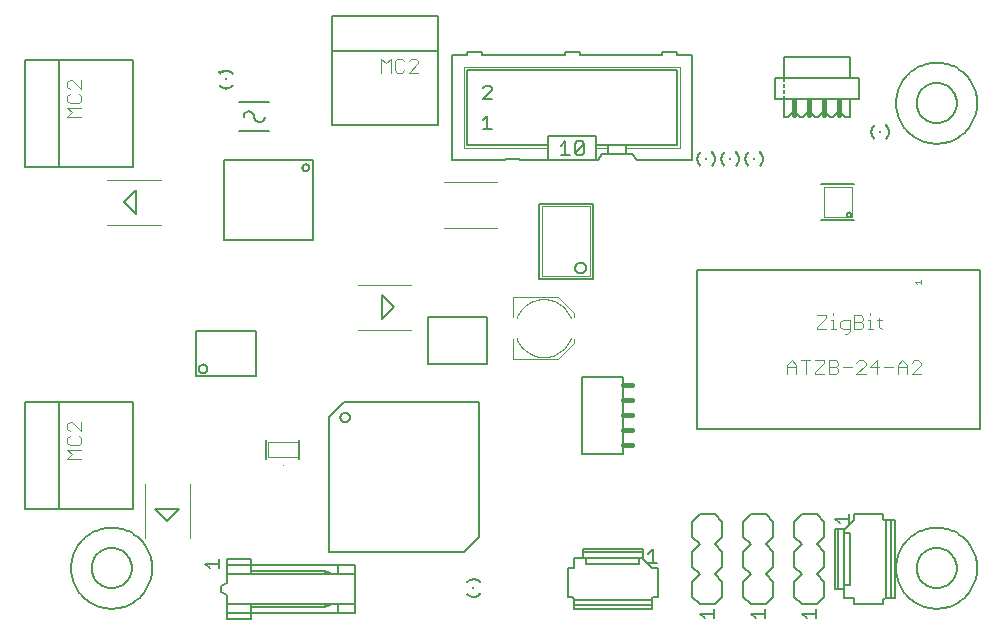
<source format=gto>
From 8ac7f52728a8ec2a09a6eeebc3cf5d4afff9b485 Mon Sep 17 00:00:00 2001
From: Florent Duchon
Date: Tue, 13 Mar 2012 22:50:23 +0100
Subject: digital/beacon, digital/lol: beacon folders reorganisation

---
 .../beacon/pcb/orders/batchpcb_2011-03-02/lol.GTO  | 9332 ++++++++++++++++++++
 1 file changed, 9332 insertions(+)
 create mode 100644 digital/beacon/pcb/orders/batchpcb_2011-03-02/lol.GTO

(limited to 'digital/beacon/pcb/orders/batchpcb_2011-03-02/lol.GTO')

diff --git a/digital/beacon/pcb/orders/batchpcb_2011-03-02/lol.GTO b/digital/beacon/pcb/orders/batchpcb_2011-03-02/lol.GTO
new file mode 100644
index 00000000..b48ee057
--- /dev/null
+++ b/digital/beacon/pcb/orders/batchpcb_2011-03-02/lol.GTO
@@ -0,0 +1,9332 @@
+G75*
+G70*
+%OFA0B0*%
+%FSLAX24Y24*%
+%IPPOS*%
+%LPD*%
+%AMOC8*
+5,1,8,0,0,1.08239X$1,22.5*
+%
+%ADD10C,0.0050*%
+%ADD11C,0.0020*%
+%ADD12C,0.0040*%
+%ADD13C,0.0080*%
+%ADD14C,0.0060*%
+%ADD15C,0.0160*%
+%ADD16R,0.0079X0.0079*%
+%ADD17C,0.0001*%
+%ADD18R,0.0059X0.0098*%
+%ADD19R,0.0098X0.0059*%
+%ADD20C,0.0004*%
+%ADD21C,0.0030*%
+%ADD22C,0.0025*%
+D10*
+X006155Y002978D02*
+X006605Y002978D01*
+X006605Y002828D02*
+X006605Y003128D01*
+X006880Y003139D02*
+X006880Y002939D01*
+X007680Y002939D01*
+X007680Y003139D01*
+X006880Y003139D01*
+X006880Y002939D02*
+X006880Y002639D01*
+X007680Y002639D01*
+X007680Y002739D01*
+X010130Y002739D01*
+X010380Y002639D01*
+X010130Y002639D01*
+X010130Y002739D01*
+X010130Y002639D02*
+X007680Y002639D01*
+X007680Y002739D02*
+X007680Y002939D01*
+X010580Y002939D01*
+X010580Y002639D01*
+X010380Y002639D01*
+X010580Y002639D02*
+X011130Y002639D01*
+X011130Y001639D01*
+X010580Y001639D01*
+X010580Y001339D01*
+X010580Y001639D02*
+X010380Y001639D01*
+X010130Y001539D01*
+X010130Y001639D01*
+X007680Y001639D01*
+X006880Y001639D01*
+X006880Y001339D01*
+X007680Y001339D01*
+X007680Y001539D01*
+X010130Y001539D01*
+X010130Y001639D02*
+X010380Y001639D01*
+X011130Y001639D02*
+X011130Y001339D01*
+X007680Y001339D01*
+X007680Y001139D01*
+X006880Y001139D01*
+X006880Y001339D01*
+X006880Y001639D02*
+X006880Y001939D01*
+X006680Y002039D01*
+X006680Y002239D01*
+X006880Y002339D01*
+X006880Y002639D01*
+X006305Y002828D02*
+X006155Y002978D01*
+X007680Y001639D02*
+X007680Y001539D01*
+X010280Y003389D02*
+X014780Y003389D01*
+X015280Y003889D01*
+X015280Y008389D01*
+X010780Y008389D01*
+X010280Y007889D01*
+X010280Y003389D01*
+X010580Y002939D02*
+X011130Y002939D01*
+X011130Y002639D01*
+X009289Y006474D02*
+X009289Y007103D01*
+X008171Y007103D02*
+X008171Y006474D01*
+X010654Y007857D02*
+X010656Y007882D01*
+X010662Y007906D01*
+X010671Y007928D01*
+X010684Y007949D01*
+X010700Y007968D01*
+X010719Y007984D01*
+X010740Y007997D01*
+X010762Y008006D01*
+X010786Y008012D01*
+X010811Y008014D01*
+X010836Y008012D01*
+X010860Y008006D01*
+X010882Y007997D01*
+X010903Y007984D01*
+X010922Y007968D01*
+X010938Y007949D01*
+X010951Y007928D01*
+X010960Y007906D01*
+X010966Y007882D01*
+X010968Y007857D01*
+X010966Y007832D01*
+X010960Y007808D01*
+X010951Y007786D01*
+X010938Y007765D01*
+X010922Y007746D01*
+X010903Y007730D01*
+X010882Y007717D01*
+X010860Y007708D01*
+X010836Y007702D01*
+X010811Y007700D01*
+X010786Y007702D01*
+X010762Y007708D01*
+X010740Y007717D01*
+X010719Y007730D01*
+X010700Y007746D01*
+X010684Y007765D01*
+X010671Y007786D01*
+X010662Y007808D01*
+X010656Y007832D01*
+X010654Y007857D01*
+X007830Y009239D02*
+X005830Y009239D01*
+X005830Y010739D01*
+X007830Y010739D01*
+X007830Y009239D01*
+X005939Y009489D02*
+X005941Y009512D01*
+X005947Y009535D01*
+X005956Y009556D01*
+X005969Y009576D01*
+X005985Y009593D01*
+X006003Y009607D01*
+X006023Y009618D01*
+X006045Y009626D01*
+X006068Y009630D01*
+X006092Y009630D01*
+X006115Y009626D01*
+X006137Y009618D01*
+X006157Y009607D01*
+X006175Y009593D01*
+X006191Y009576D01*
+X006204Y009556D01*
+X006213Y009535D01*
+X006219Y009512D01*
+X006221Y009489D01*
+X006219Y009466D01*
+X006213Y009443D01*
+X006204Y009422D01*
+X006191Y009402D01*
+X006175Y009385D01*
+X006157Y009371D01*
+X006137Y009360D01*
+X006115Y009352D01*
+X006092Y009348D01*
+X006068Y009348D01*
+X006045Y009352D01*
+X006023Y009360D01*
+X006003Y009371D01*
+X005985Y009385D01*
+X005969Y009402D01*
+X005956Y009422D01*
+X005947Y009443D01*
+X005941Y009466D01*
+X005939Y009489D01*
+X003752Y008362D02*
+X000130Y008362D01*
+X000130Y004819D01*
+X003752Y004819D01*
+X003752Y008362D01*
+X001280Y008339D02*
+X001280Y004839D01*
+X013561Y009639D02*
+X013561Y009835D01*
+X013561Y011213D01*
+X015530Y011213D01*
+X015530Y009835D01*
+X015530Y009639D01*
+X013561Y009639D01*
+X018691Y009218D02*
+X018691Y006659D01*
+X020069Y006659D01*
+X020069Y009218D01*
+X018691Y009218D01*
+X022530Y007474D02*
+X031979Y007474D01*
+X031979Y012789D01*
+X022530Y012789D01*
+X022530Y007474D01*
+X027155Y004478D02*
+X027605Y004478D01*
+X027605Y004328D02*
+X027605Y004628D01*
+X027780Y004639D02*
+X027780Y004439D01*
+X027480Y004139D01*
+X027430Y004139D01*
+X027130Y004139D01*
+X027130Y002139D01*
+X027430Y002139D01*
+X027430Y001839D01*
+X027780Y001839D01*
+X027780Y001639D01*
+X028730Y001639D01*
+X028730Y001739D01*
+X028732Y001756D01*
+X028736Y001773D01*
+X028743Y001789D01*
+X028753Y001803D01*
+X028766Y001816D01*
+X028780Y001826D01*
+X028796Y001833D01*
+X028813Y001837D01*
+X028830Y001839D01*
+X029130Y001839D01*
+X029130Y004439D01*
+X028830Y004439D01*
+X028830Y001839D01*
+X029005Y001839D02*
+X029005Y004439D01*
+X028830Y004439D02*
+X028813Y004441D01*
+X028796Y004445D01*
+X028780Y004452D01*
+X028766Y004462D01*
+X028753Y004475D01*
+X028743Y004489D01*
+X028736Y004505D01*
+X028732Y004522D01*
+X028730Y004539D01*
+X028730Y004639D01*
+X027780Y004639D01*
+X027305Y004328D02*
+X027155Y004478D01*
+X027255Y004139D02*
+X027255Y002139D01*
+X027430Y002139D02*
+X027430Y002264D01*
+X027630Y002264D01*
+X027630Y004014D01*
+X027430Y004014D01*
+X027430Y002264D01*
+X026505Y001464D02*
+X026505Y001164D01*
+X026505Y001314D02*
+X026055Y001314D01*
+X026205Y001164D01*
+X024805Y001164D02*
+X024805Y001464D01*
+X024805Y001314D02*
+X024355Y001314D01*
+X024505Y001164D01*
+X023105Y001164D02*
+X023105Y001464D01*
+X023105Y001314D02*
+X022655Y001314D01*
+X022805Y001164D01*
+X021230Y001889D02*
+X021130Y001889D01*
+X021230Y001889D02*
+X021230Y002839D01*
+X021030Y002839D01*
+X020730Y003139D01*
+X020730Y003189D01*
+X020730Y003489D01*
+X018730Y003489D01*
+X018730Y003189D01*
+X018430Y003189D01*
+X018430Y002839D01*
+X018230Y002839D01*
+X018230Y001889D01*
+X018330Y001889D01*
+X018347Y001887D01*
+X018364Y001883D01*
+X018380Y001876D01*
+X018394Y001866D01*
+X018407Y001853D01*
+X018417Y001839D01*
+X018424Y001823D01*
+X018428Y001806D01*
+X018430Y001789D01*
+X018430Y001489D01*
+X021030Y001489D01*
+X021030Y001789D01*
+X018430Y001789D01*
+X018430Y001614D02*
+X021030Y001614D01*
+X021030Y001789D02*
+X021032Y001806D01*
+X021036Y001823D01*
+X021043Y001839D01*
+X021053Y001853D01*
+X021066Y001866D01*
+X021080Y001876D01*
+X021096Y001883D01*
+X021113Y001887D01*
+X021130Y001889D01*
+X020605Y002989D02*
+X018855Y002989D01*
+X018855Y003189D01*
+X018730Y003189D01*
+X018855Y003189D02*
+X020605Y003189D01*
+X020605Y002989D01*
+X020605Y003189D02*
+X020730Y003189D01*
+X020730Y003364D02*
+X018730Y003364D01*
+X020920Y003314D02*
+X021070Y003464D01*
+X021070Y003014D01*
+X020920Y003014D02*
+X021220Y003014D01*
+X027430Y004014D02*
+X027430Y004139D01*
+X027781Y014448D02*
+X026679Y014448D01*
+X027533Y014625D02*
+X027535Y014641D01*
+X027541Y014657D01*
+X027550Y014671D01*
+X027562Y014682D01*
+X027576Y014690D01*
+X027592Y014695D01*
+X027608Y014696D01*
+X027624Y014693D01*
+X027639Y014686D01*
+X027653Y014677D01*
+X027663Y014664D01*
+X027671Y014649D01*
+X027675Y014633D01*
+X027675Y014617D01*
+X027671Y014601D01*
+X027663Y014586D01*
+X027653Y014573D01*
+X027640Y014564D01*
+X027624Y014557D01*
+X027608Y014554D01*
+X027592Y014555D01*
+X027576Y014560D01*
+X027562Y014568D01*
+X027550Y014579D01*
+X027541Y014593D01*
+X027535Y014609D01*
+X027533Y014625D01*
+X027781Y015629D02*
+X026679Y015629D01*
+X025430Y018489D02*
+X025430Y018589D01*
+X025430Y018689D02*
+X025430Y018789D01*
+X025430Y018889D02*
+X025430Y018989D01*
+X025430Y019089D02*
+X025430Y019189D01*
+X018766Y016989D02*
+X018465Y016689D01*
+X018540Y016614D01*
+X018691Y016614D01*
+X018766Y016689D01*
+X018766Y016989D01*
+X018691Y017064D01*
+X018540Y017064D01*
+X018465Y016989D01*
+X018465Y016689D01*
+X018305Y016614D02*
+X018005Y016614D01*
+X018155Y016614D02*
+X018155Y017064D01*
+X018005Y016914D01*
+X015705Y017464D02*
+X015405Y017464D01*
+X015555Y017464D02*
+X015555Y017914D01*
+X015405Y017764D01*
+X015405Y018464D02*
+X015705Y018764D01*
+X015705Y018839D01*
+X015630Y018914D01*
+X015480Y018914D01*
+X015405Y018839D01*
+X015405Y018464D02*
+X015705Y018464D01*
+X013904Y017616D02*
+X013904Y021238D01*
+X010360Y021238D01*
+X010360Y017616D01*
+X013904Y017616D01*
+X013880Y020089D02*
+X010380Y020089D01*
+X008272Y018361D02*
+X007288Y018361D01*
+X007426Y017889D02*
+X007428Y017914D01*
+X007433Y017939D01*
+X007442Y017963D01*
+X007454Y017985D01*
+X007469Y018005D01*
+X007487Y018023D01*
+X007507Y018038D01*
+X007529Y018050D01*
+X007553Y018059D01*
+X007578Y018064D01*
+X007603Y018066D01*
+X007628Y018064D01*
+X007653Y018059D01*
+X007677Y018050D01*
+X007699Y018038D01*
+X007719Y018023D01*
+X007737Y018005D01*
+X007752Y017985D01*
+X007764Y017963D01*
+X007773Y017939D01*
+X007778Y017914D01*
+X007780Y017889D01*
+X007782Y017864D01*
+X007787Y017839D01*
+X007796Y017815D01*
+X007808Y017793D01*
+X007823Y017773D01*
+X007841Y017755D01*
+X007861Y017740D01*
+X007883Y017728D01*
+X007907Y017719D01*
+X007932Y017714D01*
+X007957Y017712D01*
+X007982Y017714D01*
+X008007Y017719D01*
+X008031Y017728D01*
+X008053Y017740D01*
+X008073Y017755D01*
+X008091Y017773D01*
+X008106Y017793D01*
+X008118Y017815D01*
+X008127Y017839D01*
+X008132Y017864D01*
+X008134Y017889D01*
+X008272Y017416D02*
+X007288Y017416D01*
+X006784Y016427D02*
+X009737Y016427D01*
+X009737Y013789D01*
+X006784Y013789D01*
+X006784Y016427D01*
+X009389Y016191D02*
+X009391Y016211D01*
+X009396Y016231D01*
+X009406Y016249D01*
+X009418Y016266D01*
+X009433Y016280D01*
+X009451Y016290D01*
+X009470Y016298D01*
+X009490Y016302D01*
+X009510Y016302D01*
+X009530Y016298D01*
+X009549Y016290D01*
+X009567Y016280D01*
+X009582Y016266D01*
+X009594Y016249D01*
+X009604Y016231D01*
+X009609Y016211D01*
+X009611Y016191D01*
+X009609Y016171D01*
+X009604Y016151D01*
+X009594Y016133D01*
+X009582Y016116D01*
+X009567Y016102D01*
+X009549Y016092D01*
+X009530Y016084D01*
+X009510Y016080D01*
+X009490Y016080D01*
+X009470Y016084D01*
+X009451Y016092D01*
+X009433Y016102D01*
+X009418Y016116D01*
+X009406Y016133D01*
+X009396Y016151D01*
+X009391Y016171D01*
+X009389Y016191D01*
+X003752Y016219D02*
+X003752Y019762D01*
+X000130Y019762D01*
+X000130Y016219D01*
+X003752Y016219D01*
+X001280Y016239D02*
+X001280Y019739D01*
+D11*
+X014780Y019539D02*
+X014780Y016839D01*
+X017580Y016839D01*
+X019180Y016839D02*
+X019580Y016839D01*
+X020180Y016839D02*
+X021980Y016839D01*
+X021980Y019539D01*
+X014780Y019539D01*
+X017371Y014894D02*
+X017371Y012583D01*
+X018989Y012583D01*
+X018989Y014894D01*
+X017371Y014894D01*
+X029800Y012372D02*
+X030020Y012372D01*
+X030020Y012299D02*
+X030020Y012445D01*
+X029873Y012299D02*
+X029800Y012372D01*
+D12*
+X028622Y011192D02*
+X028622Y010885D01*
+X028698Y010809D01*
+X028391Y010809D02*
+X028238Y010809D01*
+X028315Y010809D02*
+X028315Y011115D01*
+X028238Y011115D01*
+X028084Y011115D02*
+X028008Y011039D01*
+X027778Y011039D01*
+X027624Y011115D02*
+X027394Y011115D01*
+X027317Y011039D01*
+X027317Y010885D01*
+X027394Y010809D01*
+X027624Y010809D01*
+X027624Y010732D02*
+X027624Y011115D01*
+X027778Y011269D02*
+X028008Y011269D01*
+X028084Y011192D01*
+X028084Y011115D01*
+X028008Y011039D02*
+X028084Y010962D01*
+X028084Y010885D01*
+X028008Y010809D01*
+X027778Y010809D01*
+X027778Y011269D01*
+X028315Y011269D02*
+X028315Y011346D01*
+X028545Y011115D02*
+X028698Y011115D01*
+X027624Y010732D02*
+X027547Y010655D01*
+X027471Y010655D01*
+X027164Y010809D02*
+X027010Y010809D01*
+X027087Y010809D02*
+X027087Y011115D01*
+X027010Y011115D01*
+X026857Y011192D02*
+X026550Y010885D01*
+X026550Y010809D01*
+X026857Y010809D01*
+X026857Y011192D02*
+X026857Y011269D01*
+X026550Y011269D01*
+X027087Y011269D02*
+X027087Y011346D01*
+X027161Y009769D02*
+X027238Y009692D01*
+X027238Y009615D01*
+X027161Y009539D01*
+X026931Y009539D01*
+X026778Y009692D02*
+X026471Y009385D01*
+X026471Y009309D01*
+X026778Y009309D01*
+X026931Y009309D02*
+X027161Y009309D01*
+X027238Y009385D01*
+X027238Y009462D01*
+X027161Y009539D01*
+X027161Y009769D02*
+X026931Y009769D01*
+X026931Y009309D01*
+X027391Y009539D02*
+X027698Y009539D01*
+X027852Y009692D02*
+X027928Y009769D01*
+X028082Y009769D01*
+X028159Y009692D01*
+X028159Y009615D01*
+X027852Y009309D01*
+X028159Y009309D01*
+X028312Y009539D02*
+X028619Y009539D01*
+X028772Y009539D02*
+X029079Y009539D01*
+X029233Y009539D02*
+X029540Y009539D01*
+X029540Y009615D02*
+X029386Y009769D01*
+X029233Y009615D01*
+X029233Y009309D01*
+X029540Y009309D02*
+X029540Y009615D01*
+X029693Y009692D02*
+X029770Y009769D01*
+X029923Y009769D01*
+X030000Y009692D01*
+X030000Y009615D01*
+X029693Y009309D01*
+X030000Y009309D01*
+X028542Y009309D02*
+X028542Y009769D01*
+X028312Y009539D01*
+X026778Y009692D02*
+X026778Y009769D01*
+X026471Y009769D01*
+X026317Y009769D02*
+X026010Y009769D01*
+X026164Y009769D02*
+X026164Y009309D01*
+X025857Y009309D02*
+X025857Y009615D01*
+X025703Y009769D01*
+X025550Y009615D01*
+X025550Y009309D01*
+X025550Y009539D02*
+X025857Y009539D01*
+X018454Y010346D02*
+X017922Y009815D01*
+X016406Y009815D01*
+X016406Y010464D01*
+X016525Y010504D02*
+X016548Y010447D01*
+X016575Y010392D01*
+X016605Y010338D01*
+X016639Y010286D01*
+X016676Y010237D01*
+X016716Y010190D01*
+X016759Y010145D01*
+X016805Y010104D01*
+X016853Y010065D01*
+X016904Y010030D01*
+X016957Y009998D01*
+X017012Y009969D01*
+X017068Y009944D01*
+X017126Y009923D01*
+X017185Y009905D01*
+X017246Y009892D01*
+X017307Y009882D01*
+X017368Y009876D01*
+X017430Y009874D01*
+X017492Y009876D01*
+X017553Y009882D01*
+X017614Y009892D01*
+X017675Y009905D01*
+X017734Y009923D01*
+X017792Y009944D01*
+X017848Y009969D01*
+X017903Y009998D01*
+X017956Y010030D01*
+X018007Y010065D01*
+X018055Y010104D01*
+X018101Y010145D01*
+X018144Y010190D01*
+X018184Y010237D01*
+X018221Y010286D01*
+X018255Y010338D01*
+X018285Y010392D01*
+X018312Y010447D01*
+X018335Y010504D01*
+X018454Y010464D02*
+X018454Y010346D01*
+X018335Y011174D02*
+X018312Y011231D01*
+X018285Y011286D01*
+X018255Y011340D01*
+X018221Y011392D01*
+X018184Y011441D01*
+X018144Y011488D01*
+X018101Y011533D01*
+X018055Y011574D01*
+X018007Y011613D01*
+X017956Y011648D01*
+X017903Y011680D01*
+X017848Y011709D01*
+X017792Y011734D01*
+X017734Y011755D01*
+X017675Y011773D01*
+X017614Y011786D01*
+X017553Y011796D01*
+X017492Y011802D01*
+X017430Y011804D01*
+X017368Y011802D01*
+X017307Y011796D01*
+X017246Y011786D01*
+X017185Y011773D01*
+X017126Y011755D01*
+X017068Y011734D01*
+X017012Y011709D01*
+X016957Y011680D01*
+X016904Y011648D01*
+X016853Y011613D01*
+X016805Y011574D01*
+X016759Y011533D01*
+X016716Y011488D01*
+X016676Y011441D01*
+X016639Y011392D01*
+X016605Y011340D01*
+X016575Y011286D01*
+X016548Y011231D01*
+X016525Y011174D01*
+X016406Y011213D02*
+X016406Y011862D01*
+X017922Y011862D01*
+X018454Y011331D01*
+X018454Y011213D01*
+X015862Y014183D02*
+X014098Y014183D01*
+X014098Y015694D02*
+X015862Y015694D01*
+X013020Y012289D02*
+X011240Y012289D01*
+X011240Y010789D02*
+X013020Y010789D01*
+X005630Y005629D02*
+X005630Y003849D01*
+X004130Y003849D02*
+X004130Y005629D01*
+X002010Y006477D02*
+X001550Y006477D01*
+X001703Y006631D01*
+X001550Y006784D01*
+X002010Y006784D01*
+X001933Y006938D02*
+X002010Y007014D01*
+X002010Y007168D01*
+X001933Y007245D01*
+X002010Y007398D02*
+X001703Y007705D01*
+X001626Y007705D01*
+X001550Y007628D01*
+X001550Y007475D01*
+X001626Y007398D01*
+X001626Y007245D02*
+X001550Y007168D01*
+X001550Y007014D01*
+X001626Y006938D01*
+X001933Y006938D01*
+X002010Y007398D02*
+X002010Y007705D01*
+X002890Y014289D02*
+X004670Y014289D01*
+X004670Y015789D02*
+X002890Y015789D01*
+X002010Y017877D02*
+X001550Y017877D01*
+X001703Y018031D01*
+X001550Y018184D01*
+X002010Y018184D01*
+X001933Y018338D02*
+X002010Y018414D01*
+X002010Y018568D01*
+X001933Y018645D01*
+X002010Y018798D02*
+X001703Y019105D01*
+X001626Y019105D01*
+X001550Y019028D01*
+X001550Y018875D01*
+X001626Y018798D01*
+X001626Y018645D02*
+X001550Y018568D01*
+X001550Y018414D01*
+X001626Y018338D01*
+X001933Y018338D01*
+X002010Y018798D02*
+X002010Y019105D01*
+X012019Y019359D02*
+X012019Y019819D01*
+X012172Y019665D01*
+X012326Y019819D01*
+X012326Y019359D01*
+X012479Y019435D02*
+X012556Y019359D01*
+X012709Y019359D01*
+X012786Y019435D01*
+X012940Y019359D02*
+X013246Y019665D01*
+X013246Y019742D01*
+X013170Y019819D01*
+X013016Y019819D01*
+X012940Y019742D01*
+X012786Y019742D02*
+X012709Y019819D01*
+X012556Y019819D01*
+X012479Y019742D01*
+X012479Y019435D01*
+X012940Y019359D02*
+X013246Y019359D01*
+D13*
+X002361Y002839D02*
+X002363Y002890D01*
+X002369Y002941D01*
+X002379Y002991D01*
+X002392Y003041D01*
+X002410Y003089D01*
+X002430Y003136D01*
+X002455Y003181D01*
+X002483Y003224D01*
+X002514Y003265D01*
+X002548Y003303D01*
+X002585Y003338D01*
+X002624Y003371D01*
+X002666Y003401D01*
+X002710Y003427D01*
+X002756Y003449D01*
+X002804Y003469D01*
+X002853Y003484D01*
+X002903Y003496D01*
+X002953Y003504D01*
+X003004Y003508D01*
+X003056Y003508D01*
+X003107Y003504D01*
+X003157Y003496D01*
+X003207Y003484D01*
+X003256Y003469D01*
+X003304Y003449D01*
+X003350Y003427D01*
+X003394Y003401D01*
+X003436Y003371D01*
+X003475Y003338D01*
+X003512Y003303D01*
+X003546Y003265D01*
+X003577Y003224D01*
+X003605Y003181D01*
+X003630Y003136D01*
+X003650Y003089D01*
+X003668Y003041D01*
+X003681Y002991D01*
+X003691Y002941D01*
+X003697Y002890D01*
+X003699Y002839D01*
+X003697Y002788D01*
+X003691Y002737D01*
+X003681Y002687D01*
+X003668Y002637D01*
+X003650Y002589D01*
+X003630Y002542D01*
+X003605Y002497D01*
+X003577Y002454D01*
+X003546Y002413D01*
+X003512Y002375D01*
+X003475Y002340D01*
+X003436Y002307D01*
+X003394Y002277D01*
+X003350Y002251D01*
+X003304Y002229D01*
+X003256Y002209D01*
+X003207Y002194D01*
+X003157Y002182D01*
+X003107Y002174D01*
+X003056Y002170D01*
+X003004Y002170D01*
+X002953Y002174D01*
+X002903Y002182D01*
+X002853Y002194D01*
+X002804Y002209D01*
+X002756Y002229D01*
+X002710Y002251D01*
+X002666Y002277D01*
+X002624Y002307D01*
+X002585Y002340D01*
+X002548Y002375D01*
+X002514Y002413D01*
+X002483Y002454D01*
+X002455Y002497D01*
+X002430Y002542D01*
+X002410Y002589D01*
+X002392Y002637D01*
+X002379Y002687D01*
+X002369Y002737D01*
+X002363Y002788D01*
+X002361Y002839D01*
+X004486Y004814D02*
+X004880Y004412D01*
+X005274Y004814D01*
+X004486Y004814D01*
+X012054Y011145D02*
+X012054Y011932D01*
+X012457Y011539D01*
+X012054Y011145D01*
+X003856Y014645D02*
+X003856Y015432D01*
+X003453Y015039D01*
+X003856Y014645D01*
+X025130Y018489D02*
+X025130Y019189D01*
+X025430Y019189D01*
+X025430Y019889D01*
+X027630Y019889D01*
+X027630Y019189D01*
+X025430Y019189D01*
+X025430Y018489D02*
+X025130Y018489D01*
+X025430Y018489D02*
+X025430Y017889D01*
+X025580Y017889D01*
+X025780Y018089D01*
+X025980Y017889D01*
+X026080Y017889D01*
+X026280Y018089D01*
+X026480Y017889D01*
+X026580Y017889D01*
+X026780Y018089D01*
+X026980Y017889D01*
+X027080Y017889D01*
+X027280Y018089D01*
+X027480Y017889D01*
+X027630Y017889D01*
+X027630Y018489D01*
+X025430Y018489D01*
+X027630Y018489D02*
+X027930Y018489D01*
+X027930Y019189D01*
+X027630Y019189D01*
+X029861Y018339D02*
+X029863Y018390D01*
+X029869Y018441D01*
+X029879Y018491D01*
+X029892Y018541D01*
+X029910Y018589D01*
+X029930Y018636D01*
+X029955Y018681D01*
+X029983Y018724D01*
+X030014Y018765D01*
+X030048Y018803D01*
+X030085Y018838D01*
+X030124Y018871D01*
+X030166Y018901D01*
+X030210Y018927D01*
+X030256Y018949D01*
+X030304Y018969D01*
+X030353Y018984D01*
+X030403Y018996D01*
+X030453Y019004D01*
+X030504Y019008D01*
+X030556Y019008D01*
+X030607Y019004D01*
+X030657Y018996D01*
+X030707Y018984D01*
+X030756Y018969D01*
+X030804Y018949D01*
+X030850Y018927D01*
+X030894Y018901D01*
+X030936Y018871D01*
+X030975Y018838D01*
+X031012Y018803D01*
+X031046Y018765D01*
+X031077Y018724D01*
+X031105Y018681D01*
+X031130Y018636D01*
+X031150Y018589D01*
+X031168Y018541D01*
+X031181Y018491D01*
+X031191Y018441D01*
+X031197Y018390D01*
+X031199Y018339D01*
+X031197Y018288D01*
+X031191Y018237D01*
+X031181Y018187D01*
+X031168Y018137D01*
+X031150Y018089D01*
+X031130Y018042D01*
+X031105Y017997D01*
+X031077Y017954D01*
+X031046Y017913D01*
+X031012Y017875D01*
+X030975Y017840D01*
+X030936Y017807D01*
+X030894Y017777D01*
+X030850Y017751D01*
+X030804Y017729D01*
+X030756Y017709D01*
+X030707Y017694D01*
+X030657Y017682D01*
+X030607Y017674D01*
+X030556Y017670D01*
+X030504Y017670D01*
+X030453Y017674D01*
+X030403Y017682D01*
+X030353Y017694D01*
+X030304Y017709D01*
+X030256Y017729D01*
+X030210Y017751D01*
+X030166Y017777D01*
+X030124Y017807D01*
+X030085Y017840D01*
+X030048Y017875D01*
+X030014Y017913D01*
+X029983Y017954D01*
+X029955Y017997D01*
+X029930Y018042D01*
+X029910Y018089D01*
+X029892Y018137D01*
+X029879Y018187D01*
+X029869Y018237D01*
+X029863Y018288D01*
+X029861Y018339D01*
+X029861Y002839D02*
+X029863Y002890D01*
+X029869Y002941D01*
+X029879Y002991D01*
+X029892Y003041D01*
+X029910Y003089D01*
+X029930Y003136D01*
+X029955Y003181D01*
+X029983Y003224D01*
+X030014Y003265D01*
+X030048Y003303D01*
+X030085Y003338D01*
+X030124Y003371D01*
+X030166Y003401D01*
+X030210Y003427D01*
+X030256Y003449D01*
+X030304Y003469D01*
+X030353Y003484D01*
+X030403Y003496D01*
+X030453Y003504D01*
+X030504Y003508D01*
+X030556Y003508D01*
+X030607Y003504D01*
+X030657Y003496D01*
+X030707Y003484D01*
+X030756Y003469D01*
+X030804Y003449D01*
+X030850Y003427D01*
+X030894Y003401D01*
+X030936Y003371D01*
+X030975Y003338D01*
+X031012Y003303D01*
+X031046Y003265D01*
+X031077Y003224D01*
+X031105Y003181D01*
+X031130Y003136D01*
+X031150Y003089D01*
+X031168Y003041D01*
+X031181Y002991D01*
+X031191Y002941D01*
+X031197Y002890D01*
+X031199Y002839D01*
+X031197Y002788D01*
+X031191Y002737D01*
+X031181Y002687D01*
+X031168Y002637D01*
+X031150Y002589D01*
+X031130Y002542D01*
+X031105Y002497D01*
+X031077Y002454D01*
+X031046Y002413D01*
+X031012Y002375D01*
+X030975Y002340D01*
+X030936Y002307D01*
+X030894Y002277D01*
+X030850Y002251D01*
+X030804Y002229D01*
+X030756Y002209D01*
+X030707Y002194D01*
+X030657Y002182D01*
+X030607Y002174D01*
+X030556Y002170D01*
+X030504Y002170D01*
+X030453Y002174D01*
+X030403Y002182D01*
+X030353Y002194D01*
+X030304Y002209D01*
+X030256Y002229D01*
+X030210Y002251D01*
+X030166Y002277D01*
+X030124Y002307D01*
+X030085Y002340D01*
+X030048Y002375D01*
+X030014Y002413D01*
+X029983Y002454D01*
+X029955Y002497D01*
+X029930Y002542D01*
+X029910Y002589D01*
+X029892Y002637D01*
+X029879Y002687D01*
+X029869Y002737D01*
+X029863Y002788D01*
+X029861Y002839D01*
+D14*
+X029180Y002839D02*
+X029182Y002912D01*
+X029188Y002985D01*
+X029198Y003057D01*
+X029212Y003129D01*
+X029229Y003200D01*
+X029251Y003270D01*
+X029276Y003339D01*
+X029305Y003406D01*
+X029337Y003471D01*
+X029373Y003535D01*
+X029413Y003597D01*
+X029455Y003656D01*
+X029501Y003713D01*
+X029550Y003767D01*
+X029602Y003819D01*
+X029656Y003868D01*
+X029713Y003914D01*
+X029772Y003956D01*
+X029834Y003996D01*
+X029898Y004032D01*
+X029963Y004064D01*
+X030030Y004093D01*
+X030099Y004118D01*
+X030169Y004140D01*
+X030240Y004157D01*
+X030312Y004171D01*
+X030384Y004181D01*
+X030457Y004187D01*
+X030530Y004189D01*
+X030603Y004187D01*
+X030676Y004181D01*
+X030748Y004171D01*
+X030820Y004157D01*
+X030891Y004140D01*
+X030961Y004118D01*
+X031030Y004093D01*
+X031097Y004064D01*
+X031162Y004032D01*
+X031226Y003996D01*
+X031288Y003956D01*
+X031347Y003914D01*
+X031404Y003868D01*
+X031458Y003819D01*
+X031510Y003767D01*
+X031559Y003713D01*
+X031605Y003656D01*
+X031647Y003597D01*
+X031687Y003535D01*
+X031723Y003471D01*
+X031755Y003406D01*
+X031784Y003339D01*
+X031809Y003270D01*
+X031831Y003200D01*
+X031848Y003129D01*
+X031862Y003057D01*
+X031872Y002985D01*
+X031878Y002912D01*
+X031880Y002839D01*
+X031878Y002766D01*
+X031872Y002693D01*
+X031862Y002621D01*
+X031848Y002549D01*
+X031831Y002478D01*
+X031809Y002408D01*
+X031784Y002339D01*
+X031755Y002272D01*
+X031723Y002207D01*
+X031687Y002143D01*
+X031647Y002081D01*
+X031605Y002022D01*
+X031559Y001965D01*
+X031510Y001911D01*
+X031458Y001859D01*
+X031404Y001810D01*
+X031347Y001764D01*
+X031288Y001722D01*
+X031226Y001682D01*
+X031162Y001646D01*
+X031097Y001614D01*
+X031030Y001585D01*
+X030961Y001560D01*
+X030891Y001538D01*
+X030820Y001521D01*
+X030748Y001507D01*
+X030676Y001497D01*
+X030603Y001491D01*
+X030530Y001489D01*
+X030457Y001491D01*
+X030384Y001497D01*
+X030312Y001507D01*
+X030240Y001521D01*
+X030169Y001538D01*
+X030099Y001560D01*
+X030030Y001585D01*
+X029963Y001614D01*
+X029898Y001646D01*
+X029834Y001682D01*
+X029772Y001722D01*
+X029713Y001764D01*
+X029656Y001810D01*
+X029602Y001859D01*
+X029550Y001911D01*
+X029501Y001965D01*
+X029455Y002022D01*
+X029413Y002081D01*
+X029373Y002143D01*
+X029337Y002207D01*
+X029305Y002272D01*
+X029276Y002339D01*
+X029251Y002408D01*
+X029229Y002478D01*
+X029212Y002549D01*
+X029198Y002621D01*
+X029188Y002693D01*
+X029182Y002766D01*
+X029180Y002839D01*
+X026780Y002889D02*
+X026530Y002639D01*
+X026780Y002389D01*
+X026780Y001889D01*
+X026530Y001639D01*
+X026030Y001639D01*
+X025780Y001889D01*
+X025780Y002389D01*
+X026030Y002639D01*
+X025780Y002889D01*
+X025780Y003389D01*
+X026030Y003639D01*
+X025780Y003889D01*
+X025780Y004389D01*
+X026030Y004639D01*
+X026530Y004639D01*
+X026780Y004389D01*
+X026780Y003889D01*
+X026530Y003639D01*
+X026780Y003389D01*
+X026780Y002889D01*
+X025080Y002889D02*
+X024830Y002639D01*
+X025080Y002389D01*
+X025080Y001889D01*
+X024830Y001639D01*
+X024330Y001639D01*
+X024080Y001889D01*
+X024080Y002389D01*
+X024330Y002639D01*
+X024080Y002889D01*
+X024080Y003389D01*
+X024330Y003639D01*
+X024080Y003889D01*
+X024080Y004389D01*
+X024330Y004639D01*
+X024830Y004639D01*
+X025080Y004389D01*
+X025080Y003889D01*
+X024830Y003639D01*
+X025080Y003389D01*
+X025080Y002889D01*
+X023380Y002889D02*
+X023130Y002639D01*
+X023380Y002389D01*
+X023380Y001889D01*
+X023130Y001639D01*
+X022630Y001639D01*
+X022380Y001889D01*
+X022380Y002389D01*
+X022630Y002639D01*
+X022380Y002889D01*
+X022380Y003389D01*
+X022630Y003639D01*
+X022380Y003889D01*
+X022380Y004389D01*
+X022630Y004639D01*
+X023130Y004639D01*
+X023380Y004389D01*
+X023380Y003889D01*
+X023130Y003639D01*
+X023380Y003389D01*
+X023380Y002889D01*
+X019079Y012493D02*
+X017281Y012493D01*
+X017281Y014984D01*
+X019079Y014984D01*
+X019079Y012493D01*
+X018480Y012843D02*
+X018482Y012869D01*
+X018488Y012895D01*
+X018497Y012919D01*
+X018510Y012942D01*
+X018526Y012963D01*
+X018545Y012981D01*
+X018566Y012997D01*
+X018590Y013009D01*
+X018614Y013017D01*
+X018640Y013022D01*
+X018667Y013023D01*
+X018693Y013020D01*
+X018718Y013013D01*
+X018742Y013003D01*
+X018765Y012989D01*
+X018785Y012973D01*
+X018802Y012953D01*
+X018817Y012931D01*
+X018828Y012907D01*
+X018836Y012882D01*
+X018840Y012856D01*
+X018840Y012830D01*
+X018836Y012804D01*
+X018828Y012779D01*
+X018817Y012755D01*
+X018802Y012733D01*
+X018785Y012713D01*
+X018765Y012697D01*
+X018742Y012683D01*
+X018718Y012673D01*
+X018693Y012666D01*
+X018667Y012663D01*
+X018640Y012664D01*
+X018614Y012669D01*
+X018590Y012677D01*
+X018566Y012689D01*
+X018545Y012705D01*
+X018526Y012723D01*
+X018510Y012744D01*
+X018497Y012767D01*
+X018488Y012791D01*
+X018482Y012817D01*
+X018480Y012843D01*
+X019180Y016439D02*
+X017580Y016439D01*
+X016630Y016439D01*
+X016630Y016489D01*
+X016130Y016489D01*
+X016130Y016439D01*
+X014380Y016439D01*
+X014380Y019939D01*
+X014880Y019939D01*
+X014880Y020039D01*
+X015380Y020039D01*
+X015380Y019939D01*
+X018130Y019939D01*
+X018130Y020039D01*
+X018630Y020039D01*
+X018630Y019939D01*
+X021380Y019939D01*
+X021380Y020039D01*
+X021880Y020039D01*
+X021880Y019939D01*
+X022380Y019939D01*
+X022380Y016439D01*
+X020530Y016439D01*
+X020380Y016639D01*
+X020180Y016639D01*
+X019580Y016639D01*
+X019380Y016639D01*
+X019230Y016439D01*
+X019180Y016439D01*
+X019180Y016839D01*
+X019180Y016939D01*
+X019580Y016939D01*
+X020180Y016939D01*
+X020180Y016839D01*
+X020180Y016639D01*
+X020180Y016939D02*
+X021880Y016939D01*
+X021880Y019439D01*
+X014880Y019439D01*
+X014880Y016939D01*
+X017580Y016939D01*
+X017580Y016839D01*
+X017580Y016439D01*
+X017580Y016939D02*
+X017580Y017239D01*
+X019180Y017239D01*
+X019180Y016939D01*
+X019580Y016939D02*
+X019580Y016839D01*
+X019580Y016639D01*
+X029180Y018339D02*
+X029182Y018412D01*
+X029188Y018485D01*
+X029198Y018557D01*
+X029212Y018629D01*
+X029229Y018700D01*
+X029251Y018770D01*
+X029276Y018839D01*
+X029305Y018906D01*
+X029337Y018971D01*
+X029373Y019035D01*
+X029413Y019097D01*
+X029455Y019156D01*
+X029501Y019213D01*
+X029550Y019267D01*
+X029602Y019319D01*
+X029656Y019368D01*
+X029713Y019414D01*
+X029772Y019456D01*
+X029834Y019496D01*
+X029898Y019532D01*
+X029963Y019564D01*
+X030030Y019593D01*
+X030099Y019618D01*
+X030169Y019640D01*
+X030240Y019657D01*
+X030312Y019671D01*
+X030384Y019681D01*
+X030457Y019687D01*
+X030530Y019689D01*
+X030603Y019687D01*
+X030676Y019681D01*
+X030748Y019671D01*
+X030820Y019657D01*
+X030891Y019640D01*
+X030961Y019618D01*
+X031030Y019593D01*
+X031097Y019564D01*
+X031162Y019532D01*
+X031226Y019496D01*
+X031288Y019456D01*
+X031347Y019414D01*
+X031404Y019368D01*
+X031458Y019319D01*
+X031510Y019267D01*
+X031559Y019213D01*
+X031605Y019156D01*
+X031647Y019097D01*
+X031687Y019035D01*
+X031723Y018971D01*
+X031755Y018906D01*
+X031784Y018839D01*
+X031809Y018770D01*
+X031831Y018700D01*
+X031848Y018629D01*
+X031862Y018557D01*
+X031872Y018485D01*
+X031878Y018412D01*
+X031880Y018339D01*
+X031878Y018266D01*
+X031872Y018193D01*
+X031862Y018121D01*
+X031848Y018049D01*
+X031831Y017978D01*
+X031809Y017908D01*
+X031784Y017839D01*
+X031755Y017772D01*
+X031723Y017707D01*
+X031687Y017643D01*
+X031647Y017581D01*
+X031605Y017522D01*
+X031559Y017465D01*
+X031510Y017411D01*
+X031458Y017359D01*
+X031404Y017310D01*
+X031347Y017264D01*
+X031288Y017222D01*
+X031226Y017182D01*
+X031162Y017146D01*
+X031097Y017114D01*
+X031030Y017085D01*
+X030961Y017060D01*
+X030891Y017038D01*
+X030820Y017021D01*
+X030748Y017007D01*
+X030676Y016997D01*
+X030603Y016991D01*
+X030530Y016989D01*
+X030457Y016991D01*
+X030384Y016997D01*
+X030312Y017007D01*
+X030240Y017021D01*
+X030169Y017038D01*
+X030099Y017060D01*
+X030030Y017085D01*
+X029963Y017114D01*
+X029898Y017146D01*
+X029834Y017182D01*
+X029772Y017222D01*
+X029713Y017264D01*
+X029656Y017310D01*
+X029602Y017359D01*
+X029550Y017411D01*
+X029501Y017465D01*
+X029455Y017522D01*
+X029413Y017581D01*
+X029373Y017643D01*
+X029337Y017707D01*
+X029305Y017772D01*
+X029276Y017839D01*
+X029251Y017908D01*
+X029229Y017978D01*
+X029212Y018049D01*
+X029198Y018121D01*
+X029188Y018193D01*
+X029182Y018266D01*
+X029180Y018339D01*
+X001680Y002839D02*
+X001682Y002912D01*
+X001688Y002985D01*
+X001698Y003057D01*
+X001712Y003129D01*
+X001729Y003200D01*
+X001751Y003270D01*
+X001776Y003339D01*
+X001805Y003406D01*
+X001837Y003471D01*
+X001873Y003535D01*
+X001913Y003597D01*
+X001955Y003656D01*
+X002001Y003713D01*
+X002050Y003767D01*
+X002102Y003819D01*
+X002156Y003868D01*
+X002213Y003914D01*
+X002272Y003956D01*
+X002334Y003996D01*
+X002398Y004032D01*
+X002463Y004064D01*
+X002530Y004093D01*
+X002599Y004118D01*
+X002669Y004140D01*
+X002740Y004157D01*
+X002812Y004171D01*
+X002884Y004181D01*
+X002957Y004187D01*
+X003030Y004189D01*
+X003103Y004187D01*
+X003176Y004181D01*
+X003248Y004171D01*
+X003320Y004157D01*
+X003391Y004140D01*
+X003461Y004118D01*
+X003530Y004093D01*
+X003597Y004064D01*
+X003662Y004032D01*
+X003726Y003996D01*
+X003788Y003956D01*
+X003847Y003914D01*
+X003904Y003868D01*
+X003958Y003819D01*
+X004010Y003767D01*
+X004059Y003713D01*
+X004105Y003656D01*
+X004147Y003597D01*
+X004187Y003535D01*
+X004223Y003471D01*
+X004255Y003406D01*
+X004284Y003339D01*
+X004309Y003270D01*
+X004331Y003200D01*
+X004348Y003129D01*
+X004362Y003057D01*
+X004372Y002985D01*
+X004378Y002912D01*
+X004380Y002839D01*
+X004378Y002766D01*
+X004372Y002693D01*
+X004362Y002621D01*
+X004348Y002549D01*
+X004331Y002478D01*
+X004309Y002408D01*
+X004284Y002339D01*
+X004255Y002272D01*
+X004223Y002207D01*
+X004187Y002143D01*
+X004147Y002081D01*
+X004105Y002022D01*
+X004059Y001965D01*
+X004010Y001911D01*
+X003958Y001859D01*
+X003904Y001810D01*
+X003847Y001764D01*
+X003788Y001722D01*
+X003726Y001682D01*
+X003662Y001646D01*
+X003597Y001614D01*
+X003530Y001585D01*
+X003461Y001560D01*
+X003391Y001538D01*
+X003320Y001521D01*
+X003248Y001507D01*
+X003176Y001497D01*
+X003103Y001491D01*
+X003030Y001489D01*
+X002957Y001491D01*
+X002884Y001497D01*
+X002812Y001507D01*
+X002740Y001521D01*
+X002669Y001538D01*
+X002599Y001560D01*
+X002530Y001585D01*
+X002463Y001614D01*
+X002398Y001646D01*
+X002334Y001682D01*
+X002272Y001722D01*
+X002213Y001764D01*
+X002156Y001810D01*
+X002102Y001859D01*
+X002050Y001911D01*
+X002001Y001965D01*
+X001955Y002022D01*
+X001913Y002081D01*
+X001873Y002143D01*
+X001837Y002207D01*
+X001805Y002272D01*
+X001776Y002339D01*
+X001751Y002408D01*
+X001729Y002478D01*
+X001712Y002549D01*
+X001698Y002621D01*
+X001688Y002693D01*
+X001682Y002766D01*
+X001680Y002839D01*
+D15*
+X020089Y006939D02*
+X020364Y006939D01*
+X020364Y007439D02*
+X020089Y007439D01*
+X020089Y007939D02*
+X020364Y007939D01*
+X020364Y008439D02*
+X020089Y008439D01*
+X020089Y008939D02*
+X020364Y008939D01*
+X025780Y017939D02*
+X025780Y018089D01*
+X025780Y018439D01*
+X026280Y018439D02*
+X026280Y018089D01*
+X026280Y017939D01*
+X026780Y017939D02*
+X026780Y018439D01*
+X027280Y018439D02*
+X027280Y017939D01*
+D16*
+X028630Y017389D03*
+X024430Y016489D03*
+X023630Y016489D03*
+X022830Y016489D03*
+X006830Y019139D03*
+X015080Y002189D03*
+D17*
+X015311Y002399D02*
+X015282Y002373D01*
+X015282Y002374D02*
+X015261Y002395D01*
+X015237Y002414D01*
+X015211Y002430D01*
+X015184Y002443D01*
+X015155Y002453D01*
+X015125Y002459D01*
+X015095Y002463D01*
+X015065Y002463D01*
+X015035Y002459D01*
+X015005Y002453D01*
+X014976Y002443D01*
+X014949Y002430D01*
+X014923Y002414D01*
+X014899Y002395D01*
+X014878Y002374D01*
+X014849Y002399D01*
+X014849Y002400D01*
+X014873Y002424D01*
+X014901Y002446D01*
+X014930Y002464D01*
+X014962Y002479D01*
+X014994Y002490D01*
+X015028Y002498D01*
+X015063Y002502D01*
+X015097Y002502D01*
+X015132Y002498D01*
+X015166Y002490D01*
+X015198Y002479D01*
+X015230Y002464D01*
+X015259Y002446D01*
+X015287Y002424D01*
+X015311Y002400D01*
+X015311Y002399D01*
+X015286Y002423D01*
+X015259Y002445D01*
+X015229Y002463D01*
+X015198Y002478D01*
+X015165Y002489D01*
+X015132Y002497D01*
+X015097Y002501D01*
+X015063Y002501D01*
+X015028Y002497D01*
+X014995Y002489D01*
+X014962Y002478D01*
+X014931Y002463D01*
+X014901Y002445D01*
+X014874Y002423D01*
+X014849Y002399D01*
+X014850Y002399D01*
+X014875Y002423D01*
+X014902Y002444D01*
+X014931Y002462D01*
+X014962Y002477D01*
+X014995Y002488D01*
+X015029Y002496D01*
+X015063Y002500D01*
+X015097Y002500D01*
+X015131Y002496D01*
+X015165Y002488D01*
+X015198Y002477D01*
+X015229Y002462D01*
+X015258Y002444D01*
+X015285Y002423D01*
+X015310Y002399D01*
+X015309Y002398D01*
+X015285Y002422D01*
+X015258Y002443D01*
+X015228Y002461D01*
+X015197Y002476D01*
+X015165Y002487D01*
+X015131Y002495D01*
+X015097Y002499D01*
+X015063Y002499D01*
+X015029Y002495D01*
+X014995Y002487D01*
+X014963Y002476D01*
+X014932Y002461D01*
+X014902Y002443D01*
+X014875Y002422D01*
+X014851Y002398D01*
+X014852Y002397D01*
+X014876Y002421D01*
+X014903Y002442D01*
+X014932Y002460D01*
+X014963Y002475D01*
+X014995Y002486D01*
+X015029Y002494D01*
+X015063Y002498D01*
+X015097Y002498D01*
+X015131Y002494D01*
+X015165Y002486D01*
+X015197Y002475D01*
+X015228Y002460D01*
+X015257Y002442D01*
+X015284Y002421D01*
+X015308Y002397D01*
+X015283Y002420D01*
+X015256Y002442D01*
+X015227Y002459D01*
+X015197Y002474D01*
+X015164Y002485D01*
+X015131Y002493D01*
+X015097Y002497D01*
+X015063Y002497D01*
+X015029Y002493D01*
+X014996Y002485D01*
+X014963Y002474D01*
+X014933Y002459D01*
+X014904Y002442D01*
+X014877Y002420D01*
+X014852Y002397D01*
+X014853Y002396D01*
+X014877Y002420D01*
+X014904Y002441D01*
+X014933Y002459D01*
+X014964Y002473D01*
+X014996Y002484D01*
+X015029Y002492D01*
+X015063Y002496D01*
+X015097Y002496D01*
+X015131Y002492D01*
+X015164Y002484D01*
+X015196Y002473D01*
+X015227Y002459D01*
+X015256Y002441D01*
+X015283Y002420D01*
+X015307Y002396D01*
+X015306Y002395D01*
+X015282Y002419D01*
+X015255Y002440D01*
+X015226Y002458D01*
+X015196Y002472D01*
+X015164Y002483D01*
+X015131Y002491D01*
+X015097Y002495D01*
+X015063Y002495D01*
+X015029Y002491D01*
+X014996Y002483D01*
+X014964Y002472D01*
+X014934Y002458D01*
+X014905Y002440D01*
+X014878Y002419D01*
+X014854Y002395D01*
+X014855Y002395D01*
+X014879Y002418D01*
+X014905Y002439D01*
+X014934Y002457D01*
+X014965Y002471D01*
+X014997Y002482D01*
+X015030Y002490D01*
+X015063Y002494D01*
+X015097Y002494D01*
+X015130Y002490D01*
+X015163Y002482D01*
+X015195Y002471D01*
+X015226Y002457D01*
+X015255Y002439D01*
+X015281Y002418D01*
+X015305Y002395D01*
+X015305Y002394D01*
+X015281Y002417D01*
+X015254Y002438D01*
+X015225Y002456D01*
+X015195Y002470D01*
+X015163Y002481D01*
+X015130Y002489D01*
+X015097Y002493D01*
+X015063Y002493D01*
+X015030Y002489D01*
+X014997Y002481D01*
+X014965Y002470D01*
+X014935Y002456D01*
+X014906Y002438D01*
+X014879Y002417D01*
+X014855Y002394D01*
+X014856Y002393D01*
+X014880Y002417D01*
+X014907Y002437D01*
+X014935Y002455D01*
+X014965Y002469D01*
+X014997Y002480D01*
+X015030Y002488D01*
+X015063Y002492D01*
+X015097Y002492D01*
+X015130Y002488D01*
+X015163Y002480D01*
+X015195Y002469D01*
+X015225Y002455D01*
+X015253Y002437D01*
+X015280Y002417D01*
+X015304Y002393D01*
+X015303Y002393D01*
+X015279Y002416D01*
+X015253Y002437D01*
+X015224Y002454D01*
+X015194Y002469D01*
+X015163Y002479D01*
+X015130Y002487D01*
+X015097Y002491D01*
+X015063Y002491D01*
+X015030Y002487D01*
+X014997Y002479D01*
+X014966Y002469D01*
+X014936Y002454D01*
+X014907Y002437D01*
+X014881Y002416D01*
+X014857Y002393D01*
+X014858Y002392D01*
+X014881Y002415D01*
+X014908Y002436D01*
+X014936Y002453D01*
+X014966Y002468D01*
+X014998Y002479D01*
+X015030Y002486D01*
+X015063Y002490D01*
+X015097Y002490D01*
+X015130Y002486D01*
+X015162Y002479D01*
+X015194Y002468D01*
+X015224Y002453D01*
+X015252Y002436D01*
+X015279Y002415D01*
+X015302Y002392D01*
+X015302Y002391D01*
+X015278Y002414D01*
+X015252Y002435D01*
+X015224Y002452D01*
+X015193Y002467D01*
+X015162Y002478D01*
+X015130Y002485D01*
+X015097Y002489D01*
+X015063Y002489D01*
+X015030Y002485D01*
+X014998Y002478D01*
+X014967Y002467D01*
+X014936Y002452D01*
+X014908Y002435D01*
+X014882Y002414D01*
+X014858Y002391D01*
+X014859Y002390D01*
+X014883Y002414D01*
+X014909Y002434D01*
+X014937Y002452D01*
+X014967Y002466D01*
+X014998Y002477D01*
+X015031Y002484D01*
+X015063Y002488D01*
+X015097Y002488D01*
+X015129Y002484D01*
+X015162Y002477D01*
+X015193Y002466D01*
+X015223Y002452D01*
+X015251Y002434D01*
+X015277Y002414D01*
+X015301Y002390D01*
+X015300Y002390D01*
+X015277Y002413D01*
+X015251Y002433D01*
+X015223Y002451D01*
+X015193Y002465D01*
+X015162Y002476D01*
+X015129Y002483D01*
+X015097Y002487D01*
+X015063Y002487D01*
+X015031Y002483D01*
+X014998Y002476D01*
+X014967Y002465D01*
+X014937Y002451D01*
+X014909Y002433D01*
+X014883Y002413D01*
+X014860Y002390D01*
+X014861Y002389D01*
+X014884Y002412D01*
+X014910Y002433D01*
+X014938Y002450D01*
+X014968Y002464D01*
+X014999Y002475D01*
+X015031Y002482D01*
+X015064Y002486D01*
+X015096Y002486D01*
+X015129Y002482D01*
+X015161Y002475D01*
+X015192Y002464D01*
+X015222Y002450D01*
+X015250Y002433D01*
+X015276Y002412D01*
+X015299Y002389D01*
+X015299Y002388D01*
+X015275Y002411D01*
+X015249Y002432D01*
+X015222Y002449D01*
+X015192Y002463D01*
+X015161Y002474D01*
+X015129Y002481D01*
+X015096Y002485D01*
+X015064Y002485D01*
+X015031Y002481D01*
+X014999Y002474D01*
+X014968Y002463D01*
+X014938Y002449D01*
+X014911Y002432D01*
+X014885Y002411D01*
+X014861Y002388D01*
+X014862Y002388D01*
+X014885Y002411D01*
+X014911Y002431D01*
+X014939Y002448D01*
+X014968Y002462D01*
+X014999Y002473D01*
+X015031Y002480D01*
+X015064Y002484D01*
+X015096Y002484D01*
+X015129Y002480D01*
+X015161Y002473D01*
+X015192Y002462D01*
+X015221Y002448D01*
+X015249Y002431D01*
+X015275Y002411D01*
+X015298Y002388D01*
+X015297Y002387D01*
+X015274Y002410D01*
+X015248Y002430D01*
+X015221Y002447D01*
+X015191Y002461D01*
+X015160Y002472D01*
+X015129Y002479D01*
+X015096Y002483D01*
+X015064Y002483D01*
+X015031Y002479D01*
+X015000Y002472D01*
+X014969Y002461D01*
+X014939Y002447D01*
+X014912Y002430D01*
+X014886Y002410D01*
+X014863Y002387D01*
+X014864Y002386D01*
+X014887Y002409D01*
+X014912Y002429D01*
+X014940Y002446D01*
+X014969Y002460D01*
+X015000Y002471D01*
+X015032Y002478D01*
+X015064Y002482D01*
+X015096Y002482D01*
+X015128Y002478D01*
+X015160Y002471D01*
+X015191Y002460D01*
+X015220Y002446D01*
+X015248Y002429D01*
+X015273Y002409D01*
+X015296Y002386D01*
+X015273Y002408D01*
+X015247Y002428D01*
+X015220Y002445D01*
+X015190Y002459D01*
+X015160Y002470D01*
+X015128Y002477D01*
+X015096Y002481D01*
+X015064Y002481D01*
+X015032Y002477D01*
+X015000Y002470D01*
+X014970Y002459D01*
+X014940Y002445D01*
+X014913Y002428D01*
+X014887Y002408D01*
+X014864Y002386D01*
+X014865Y002385D01*
+X014888Y002408D01*
+X014913Y002428D01*
+X014941Y002445D01*
+X014970Y002458D01*
+X015000Y002469D01*
+X015032Y002476D01*
+X015064Y002480D01*
+X015096Y002480D01*
+X015128Y002476D01*
+X015160Y002469D01*
+X015190Y002458D01*
+X015219Y002445D01*
+X015247Y002428D01*
+X015272Y002408D01*
+X015295Y002385D01*
+X015294Y002384D01*
+X015271Y002407D01*
+X015246Y002427D01*
+X015219Y002444D01*
+X015190Y002457D01*
+X015159Y002468D01*
+X015128Y002475D01*
+X015096Y002479D01*
+X015064Y002479D01*
+X015032Y002475D01*
+X015001Y002468D01*
+X014970Y002457D01*
+X014941Y002444D01*
+X014914Y002427D01*
+X014889Y002407D01*
+X014866Y002384D01*
+X014889Y002406D01*
+X014915Y002426D01*
+X014942Y002443D01*
+X014971Y002457D01*
+X015001Y002467D01*
+X015032Y002474D01*
+X015064Y002478D01*
+X015096Y002478D01*
+X015128Y002474D01*
+X015159Y002467D01*
+X015189Y002457D01*
+X015218Y002443D01*
+X015245Y002426D01*
+X015271Y002406D01*
+X015294Y002384D01*
+X015293Y002383D01*
+X015270Y002405D01*
+X015245Y002425D01*
+X015218Y002442D01*
+X015189Y002456D01*
+X015159Y002466D01*
+X015128Y002473D01*
+X015096Y002477D01*
+X015064Y002477D01*
+X015032Y002473D01*
+X015001Y002466D01*
+X014971Y002456D01*
+X014942Y002442D01*
+X014915Y002425D01*
+X014890Y002405D01*
+X014867Y002383D01*
+X014868Y002382D01*
+X014891Y002405D01*
+X014916Y002424D01*
+X014943Y002441D01*
+X014971Y002455D01*
+X015001Y002465D01*
+X015033Y002472D01*
+X015064Y002476D01*
+X015096Y002476D01*
+X015127Y002472D01*
+X015159Y002465D01*
+X015189Y002455D01*
+X015217Y002441D01*
+X015244Y002424D01*
+X015269Y002405D01*
+X015292Y002382D01*
+X015291Y002382D01*
+X015269Y002404D01*
+X015244Y002423D01*
+X015217Y002440D01*
+X015188Y002454D01*
+X015158Y002464D01*
+X015127Y002471D01*
+X015096Y002475D01*
+X015064Y002475D01*
+X015033Y002471D01*
+X015002Y002464D01*
+X014972Y002454D01*
+X014943Y002440D01*
+X014916Y002423D01*
+X014891Y002404D01*
+X014869Y002382D01*
+X014869Y002381D01*
+X014892Y002403D01*
+X014917Y002423D01*
+X014944Y002439D01*
+X014972Y002453D01*
+X015002Y002463D01*
+X015033Y002470D01*
+X015064Y002474D01*
+X015096Y002474D01*
+X015127Y002470D01*
+X015158Y002463D01*
+X015188Y002453D01*
+X015216Y002439D01*
+X015243Y002423D01*
+X015268Y002403D01*
+X015291Y002381D01*
+X015290Y002380D01*
+X015267Y002402D01*
+X015243Y002422D01*
+X015216Y002438D01*
+X015187Y002452D01*
+X015158Y002462D01*
+X015127Y002469D01*
+X015096Y002473D01*
+X015064Y002473D01*
+X015033Y002469D01*
+X015002Y002462D01*
+X014973Y002452D01*
+X014944Y002438D01*
+X014917Y002422D01*
+X014893Y002402D01*
+X014870Y002380D01*
+X014871Y002380D01*
+X014893Y002402D01*
+X014918Y002421D01*
+X014945Y002438D01*
+X014973Y002451D01*
+X015003Y002461D01*
+X015033Y002468D01*
+X015064Y002472D01*
+X015096Y002472D01*
+X015127Y002468D01*
+X015157Y002461D01*
+X015187Y002451D01*
+X015215Y002438D01*
+X015242Y002421D01*
+X015267Y002402D01*
+X015289Y002380D01*
+X015288Y002379D01*
+X015266Y002401D01*
+X015241Y002420D01*
+X015215Y002437D01*
+X015187Y002450D01*
+X015157Y002460D01*
+X015127Y002467D01*
+X015096Y002471D01*
+X015064Y002471D01*
+X015033Y002467D01*
+X015003Y002460D01*
+X014973Y002450D01*
+X014945Y002437D01*
+X014919Y002420D01*
+X014894Y002401D01*
+X014872Y002379D01*
+X014872Y002378D01*
+X014895Y002400D01*
+X014919Y002419D01*
+X014946Y002436D01*
+X014974Y002449D01*
+X015003Y002459D01*
+X015034Y002466D01*
+X015064Y002470D01*
+X015096Y002470D01*
+X015126Y002466D01*
+X015157Y002459D01*
+X015186Y002449D01*
+X015214Y002436D01*
+X015241Y002419D01*
+X015265Y002400D01*
+X015288Y002378D01*
+X015287Y002378D01*
+X015265Y002399D01*
+X015240Y002419D01*
+X015214Y002435D01*
+X015186Y002448D01*
+X015157Y002458D01*
+X015126Y002465D01*
+X015096Y002469D01*
+X015064Y002469D01*
+X015034Y002465D01*
+X015003Y002458D01*
+X014974Y002448D01*
+X014946Y002435D01*
+X014920Y002419D01*
+X014895Y002399D01*
+X014873Y002378D01*
+X014874Y002377D01*
+X014896Y002399D01*
+X014920Y002418D01*
+X014947Y002434D01*
+X014974Y002447D01*
+X015004Y002457D01*
+X015034Y002464D01*
+X015065Y002468D01*
+X015095Y002468D01*
+X015126Y002464D01*
+X015156Y002457D01*
+X015186Y002447D01*
+X015213Y002434D01*
+X015240Y002418D01*
+X015264Y002399D01*
+X015286Y002377D01*
+X015285Y002376D01*
+X015263Y002398D01*
+X015239Y002417D01*
+X015213Y002433D01*
+X015185Y002446D01*
+X015156Y002456D01*
+X015126Y002463D01*
+X015095Y002467D01*
+X015065Y002467D01*
+X015034Y002463D01*
+X015004Y002456D01*
+X014975Y002446D01*
+X014947Y002433D01*
+X014921Y002417D01*
+X014897Y002398D01*
+X014875Y002376D01*
+X014897Y002397D01*
+X014921Y002416D01*
+X014948Y002432D01*
+X014975Y002445D01*
+X015004Y002455D01*
+X015034Y002462D01*
+X015065Y002466D01*
+X015095Y002466D01*
+X015126Y002462D01*
+X015156Y002455D01*
+X015185Y002445D01*
+X015212Y002432D01*
+X015239Y002416D01*
+X015263Y002397D01*
+X015285Y002376D01*
+X015284Y002375D01*
+X015262Y002396D01*
+X015238Y002415D01*
+X015212Y002431D01*
+X015184Y002444D01*
+X015155Y002454D01*
+X015126Y002461D01*
+X015095Y002465D01*
+X015065Y002465D01*
+X015034Y002461D01*
+X015005Y002454D01*
+X014976Y002444D01*
+X014948Y002431D01*
+X014922Y002415D01*
+X014898Y002396D01*
+X014876Y002375D01*
+X014877Y002374D01*
+X014899Y002396D01*
+X014923Y002414D01*
+X014948Y002431D01*
+X014976Y002444D01*
+X015005Y002454D01*
+X015034Y002460D01*
+X015065Y002464D01*
+X015095Y002464D01*
+X015126Y002460D01*
+X015155Y002454D01*
+X015184Y002444D01*
+X015212Y002431D01*
+X015237Y002414D01*
+X015261Y002396D01*
+X015283Y002374D01*
+X014849Y001979D02*
+X014878Y002005D01*
+X014878Y002004D02*
+X014899Y001983D01*
+X014923Y001964D01*
+X014949Y001948D01*
+X014976Y001935D01*
+X015005Y001925D01*
+X015035Y001919D01*
+X015065Y001915D01*
+X015095Y001915D01*
+X015125Y001919D01*
+X015155Y001925D01*
+X015184Y001935D01*
+X015211Y001948D01*
+X015237Y001964D01*
+X015261Y001983D01*
+X015282Y002004D01*
+X015311Y001979D01*
+X015311Y001978D01*
+X015287Y001954D01*
+X015259Y001932D01*
+X015230Y001914D01*
+X015198Y001899D01*
+X015166Y001888D01*
+X015132Y001880D01*
+X015097Y001876D01*
+X015063Y001876D01*
+X015028Y001880D01*
+X014994Y001888D01*
+X014962Y001899D01*
+X014930Y001914D01*
+X014901Y001932D01*
+X014873Y001954D01*
+X014849Y001978D01*
+X014849Y001979D01*
+X014874Y001955D01*
+X014901Y001933D01*
+X014931Y001915D01*
+X014962Y001900D01*
+X014995Y001889D01*
+X015028Y001881D01*
+X015063Y001877D01*
+X015097Y001877D01*
+X015132Y001881D01*
+X015165Y001889D01*
+X015198Y001900D01*
+X015229Y001915D01*
+X015259Y001933D01*
+X015286Y001955D01*
+X015311Y001979D01*
+X015310Y001979D01*
+X015285Y001955D01*
+X015258Y001934D01*
+X015229Y001916D01*
+X015198Y001901D01*
+X015165Y001890D01*
+X015131Y001882D01*
+X015097Y001878D01*
+X015063Y001878D01*
+X015029Y001882D01*
+X014995Y001890D01*
+X014962Y001901D01*
+X014931Y001916D01*
+X014902Y001934D01*
+X014875Y001955D01*
+X014850Y001979D01*
+X014851Y001980D01*
+X014875Y001956D01*
+X014902Y001935D01*
+X014932Y001917D01*
+X014963Y001902D01*
+X014995Y001891D01*
+X015029Y001883D01*
+X015063Y001879D01*
+X015097Y001879D01*
+X015131Y001883D01*
+X015165Y001891D01*
+X015197Y001902D01*
+X015228Y001917D01*
+X015258Y001935D01*
+X015285Y001956D01*
+X015309Y001980D01*
+X015308Y001981D01*
+X015284Y001957D01*
+X015257Y001936D01*
+X015228Y001918D01*
+X015197Y001903D01*
+X015165Y001892D01*
+X015131Y001884D01*
+X015097Y001880D01*
+X015063Y001880D01*
+X015029Y001884D01*
+X014995Y001892D01*
+X014963Y001903D01*
+X014932Y001918D01*
+X014903Y001936D01*
+X014876Y001957D01*
+X014852Y001981D01*
+X014877Y001958D01*
+X014904Y001936D01*
+X014933Y001919D01*
+X014963Y001904D01*
+X014996Y001893D01*
+X015029Y001885D01*
+X015063Y001881D01*
+X015097Y001881D01*
+X015131Y001885D01*
+X015164Y001893D01*
+X015197Y001904D01*
+X015227Y001919D01*
+X015256Y001936D01*
+X015283Y001958D01*
+X015308Y001981D01*
+X015307Y001982D01*
+X015283Y001958D01*
+X015256Y001937D01*
+X015227Y001919D01*
+X015196Y001905D01*
+X015164Y001894D01*
+X015131Y001886D01*
+X015097Y001882D01*
+X015063Y001882D01*
+X015029Y001886D01*
+X014996Y001894D01*
+X014964Y001905D01*
+X014933Y001919D01*
+X014904Y001937D01*
+X014877Y001958D01*
+X014853Y001982D01*
+X014854Y001983D01*
+X014878Y001959D01*
+X014905Y001938D01*
+X014934Y001920D01*
+X014964Y001906D01*
+X014996Y001895D01*
+X015029Y001887D01*
+X015063Y001883D01*
+X015097Y001883D01*
+X015131Y001887D01*
+X015164Y001895D01*
+X015196Y001906D01*
+X015226Y001920D01*
+X015255Y001938D01*
+X015282Y001959D01*
+X015306Y001983D01*
+X015305Y001983D01*
+X015281Y001960D01*
+X015255Y001939D01*
+X015226Y001921D01*
+X015195Y001907D01*
+X015163Y001896D01*
+X015130Y001888D01*
+X015097Y001884D01*
+X015063Y001884D01*
+X015030Y001888D01*
+X014997Y001896D01*
+X014965Y001907D01*
+X014934Y001921D01*
+X014905Y001939D01*
+X014879Y001960D01*
+X014855Y001983D01*
+X014855Y001984D01*
+X014879Y001961D01*
+X014906Y001940D01*
+X014935Y001922D01*
+X014965Y001908D01*
+X014997Y001897D01*
+X015030Y001889D01*
+X015063Y001885D01*
+X015097Y001885D01*
+X015130Y001889D01*
+X015163Y001897D01*
+X015195Y001908D01*
+X015225Y001922D01*
+X015254Y001940D01*
+X015281Y001961D01*
+X015305Y001984D01*
+X015304Y001985D01*
+X015280Y001961D01*
+X015253Y001941D01*
+X015225Y001923D01*
+X015195Y001909D01*
+X015163Y001898D01*
+X015130Y001890D01*
+X015097Y001886D01*
+X015063Y001886D01*
+X015030Y001890D01*
+X014997Y001898D01*
+X014965Y001909D01*
+X014935Y001923D01*
+X014907Y001941D01*
+X014880Y001961D01*
+X014856Y001985D01*
+X014857Y001985D01*
+X014881Y001962D01*
+X014907Y001941D01*
+X014936Y001924D01*
+X014966Y001909D01*
+X014997Y001899D01*
+X015030Y001891D01*
+X015063Y001887D01*
+X015097Y001887D01*
+X015130Y001891D01*
+X015163Y001899D01*
+X015194Y001909D01*
+X015224Y001924D01*
+X015253Y001941D01*
+X015279Y001962D01*
+X015303Y001985D01*
+X015302Y001986D01*
+X015279Y001963D01*
+X015252Y001942D01*
+X015224Y001925D01*
+X015194Y001910D01*
+X015162Y001899D01*
+X015130Y001892D01*
+X015097Y001888D01*
+X015063Y001888D01*
+X015030Y001892D01*
+X014998Y001899D01*
+X014966Y001910D01*
+X014936Y001925D01*
+X014908Y001942D01*
+X014881Y001963D01*
+X014858Y001986D01*
+X014858Y001987D01*
+X014882Y001964D01*
+X014908Y001943D01*
+X014936Y001926D01*
+X014967Y001911D01*
+X014998Y001900D01*
+X015030Y001893D01*
+X015063Y001889D01*
+X015097Y001889D01*
+X015130Y001893D01*
+X015162Y001900D01*
+X015193Y001911D01*
+X015224Y001926D01*
+X015252Y001943D01*
+X015278Y001964D01*
+X015302Y001987D01*
+X015301Y001988D01*
+X015277Y001964D01*
+X015251Y001944D01*
+X015223Y001926D01*
+X015193Y001912D01*
+X015162Y001901D01*
+X015129Y001894D01*
+X015097Y001890D01*
+X015063Y001890D01*
+X015031Y001894D01*
+X014998Y001901D01*
+X014967Y001912D01*
+X014937Y001926D01*
+X014909Y001944D01*
+X014883Y001964D01*
+X014859Y001988D01*
+X014860Y001988D01*
+X014883Y001965D01*
+X014909Y001945D01*
+X014937Y001927D01*
+X014967Y001913D01*
+X014998Y001902D01*
+X015031Y001895D01*
+X015063Y001891D01*
+X015097Y001891D01*
+X015129Y001895D01*
+X015162Y001902D01*
+X015193Y001913D01*
+X015223Y001927D01*
+X015251Y001945D01*
+X015277Y001965D01*
+X015300Y001988D01*
+X015299Y001989D01*
+X015276Y001966D01*
+X015250Y001945D01*
+X015222Y001928D01*
+X015192Y001914D01*
+X015161Y001903D01*
+X015129Y001896D01*
+X015096Y001892D01*
+X015064Y001892D01*
+X015031Y001896D01*
+X014999Y001903D01*
+X014968Y001914D01*
+X014938Y001928D01*
+X014910Y001945D01*
+X014884Y001966D01*
+X014861Y001989D01*
+X014861Y001990D01*
+X014885Y001967D01*
+X014911Y001946D01*
+X014938Y001929D01*
+X014968Y001915D01*
+X014999Y001904D01*
+X015031Y001897D01*
+X015064Y001893D01*
+X015096Y001893D01*
+X015129Y001897D01*
+X015161Y001904D01*
+X015192Y001915D01*
+X015222Y001929D01*
+X015249Y001946D01*
+X015275Y001967D01*
+X015299Y001990D01*
+X015298Y001990D01*
+X015275Y001967D01*
+X015249Y001947D01*
+X015221Y001930D01*
+X015192Y001916D01*
+X015161Y001905D01*
+X015129Y001898D01*
+X015096Y001894D01*
+X015064Y001894D01*
+X015031Y001898D01*
+X014999Y001905D01*
+X014968Y001916D01*
+X014939Y001930D01*
+X014911Y001947D01*
+X014885Y001967D01*
+X014862Y001990D01*
+X014863Y001991D01*
+X014886Y001968D01*
+X014912Y001948D01*
+X014939Y001931D01*
+X014969Y001917D01*
+X015000Y001906D01*
+X015031Y001899D01*
+X015064Y001895D01*
+X015096Y001895D01*
+X015129Y001899D01*
+X015160Y001906D01*
+X015191Y001917D01*
+X015221Y001931D01*
+X015248Y001948D01*
+X015274Y001968D01*
+X015297Y001991D01*
+X015296Y001992D01*
+X015273Y001969D01*
+X015248Y001949D01*
+X015220Y001932D01*
+X015191Y001918D01*
+X015160Y001907D01*
+X015128Y001900D01*
+X015096Y001896D01*
+X015064Y001896D01*
+X015032Y001900D01*
+X015000Y001907D01*
+X014969Y001918D01*
+X014940Y001932D01*
+X014912Y001949D01*
+X014887Y001969D01*
+X014864Y001992D01*
+X014887Y001970D01*
+X014913Y001950D01*
+X014940Y001933D01*
+X014970Y001919D01*
+X015000Y001908D01*
+X015032Y001901D01*
+X015064Y001897D01*
+X015096Y001897D01*
+X015128Y001901D01*
+X015160Y001908D01*
+X015190Y001919D01*
+X015220Y001933D01*
+X015247Y001950D01*
+X015273Y001970D01*
+X015296Y001992D01*
+X015295Y001993D01*
+X015272Y001970D01*
+X015247Y001950D01*
+X015219Y001933D01*
+X015190Y001920D01*
+X015160Y001909D01*
+X015128Y001902D01*
+X015096Y001898D01*
+X015064Y001898D01*
+X015032Y001902D01*
+X015000Y001909D01*
+X014970Y001920D01*
+X014941Y001933D01*
+X014913Y001950D01*
+X014888Y001970D01*
+X014865Y001993D01*
+X014866Y001994D01*
+X014889Y001971D01*
+X014914Y001951D01*
+X014941Y001934D01*
+X014970Y001921D01*
+X015001Y001910D01*
+X015032Y001903D01*
+X015064Y001899D01*
+X015096Y001899D01*
+X015128Y001903D01*
+X015159Y001910D01*
+X015190Y001921D01*
+X015219Y001934D01*
+X015246Y001951D01*
+X015271Y001971D01*
+X015294Y001994D01*
+X015271Y001972D01*
+X015245Y001952D01*
+X015218Y001935D01*
+X015189Y001921D01*
+X015159Y001911D01*
+X015128Y001904D01*
+X015096Y001900D01*
+X015064Y001900D01*
+X015032Y001904D01*
+X015001Y001911D01*
+X014971Y001921D01*
+X014942Y001935D01*
+X014915Y001952D01*
+X014889Y001972D01*
+X014866Y001994D01*
+X014867Y001995D01*
+X014890Y001973D01*
+X014915Y001953D01*
+X014942Y001936D01*
+X014971Y001922D01*
+X015001Y001912D01*
+X015032Y001905D01*
+X015064Y001901D01*
+X015096Y001901D01*
+X015128Y001905D01*
+X015159Y001912D01*
+X015189Y001922D01*
+X015218Y001936D01*
+X015245Y001953D01*
+X015270Y001973D01*
+X015293Y001995D01*
+X015292Y001996D01*
+X015269Y001973D01*
+X015244Y001954D01*
+X015217Y001937D01*
+X015189Y001923D01*
+X015159Y001913D01*
+X015127Y001906D01*
+X015096Y001902D01*
+X015064Y001902D01*
+X015033Y001906D01*
+X015001Y001913D01*
+X014971Y001923D01*
+X014943Y001937D01*
+X014916Y001954D01*
+X014891Y001973D01*
+X014868Y001996D01*
+X014869Y001996D01*
+X014891Y001974D01*
+X014916Y001955D01*
+X014943Y001938D01*
+X014972Y001924D01*
+X015002Y001914D01*
+X015033Y001907D01*
+X015064Y001903D01*
+X015096Y001903D01*
+X015127Y001907D01*
+X015158Y001914D01*
+X015188Y001924D01*
+X015217Y001938D01*
+X015244Y001955D01*
+X015269Y001974D01*
+X015291Y001996D01*
+X015291Y001997D01*
+X015268Y001975D01*
+X015243Y001955D01*
+X015216Y001939D01*
+X015188Y001925D01*
+X015158Y001915D01*
+X015127Y001908D01*
+X015096Y001904D01*
+X015064Y001904D01*
+X015033Y001908D01*
+X015002Y001915D01*
+X014972Y001925D01*
+X014944Y001939D01*
+X014917Y001955D01*
+X014892Y001975D01*
+X014869Y001997D01*
+X014870Y001998D01*
+X014893Y001976D01*
+X014917Y001956D01*
+X014944Y001940D01*
+X014973Y001926D01*
+X015002Y001916D01*
+X015033Y001909D01*
+X015064Y001905D01*
+X015096Y001905D01*
+X015127Y001909D01*
+X015158Y001916D01*
+X015187Y001926D01*
+X015216Y001940D01*
+X015243Y001956D01*
+X015267Y001976D01*
+X015290Y001998D01*
+X015289Y001998D01*
+X015267Y001976D01*
+X015242Y001957D01*
+X015215Y001940D01*
+X015187Y001927D01*
+X015157Y001917D01*
+X015127Y001910D01*
+X015096Y001906D01*
+X015064Y001906D01*
+X015033Y001910D01*
+X015003Y001917D01*
+X014973Y001927D01*
+X014945Y001940D01*
+X014918Y001957D01*
+X014893Y001976D01*
+X014871Y001998D01*
+X014872Y001999D01*
+X014894Y001977D01*
+X014919Y001958D01*
+X014945Y001941D01*
+X014973Y001928D01*
+X015003Y001918D01*
+X015033Y001911D01*
+X015064Y001907D01*
+X015096Y001907D01*
+X015127Y001911D01*
+X015157Y001918D01*
+X015187Y001928D01*
+X015215Y001941D01*
+X015241Y001958D01*
+X015266Y001977D01*
+X015288Y001999D01*
+X015288Y002000D01*
+X015265Y001978D01*
+X015241Y001959D01*
+X015214Y001942D01*
+X015186Y001929D01*
+X015157Y001919D01*
+X015126Y001912D01*
+X015096Y001908D01*
+X015064Y001908D01*
+X015034Y001912D01*
+X015003Y001919D01*
+X014974Y001929D01*
+X014946Y001942D01*
+X014919Y001959D01*
+X014895Y001978D01*
+X014872Y002000D01*
+X014873Y002000D01*
+X014895Y001979D01*
+X014920Y001959D01*
+X014946Y001943D01*
+X014974Y001930D01*
+X015003Y001920D01*
+X015034Y001913D01*
+X015064Y001909D01*
+X015096Y001909D01*
+X015126Y001913D01*
+X015157Y001920D01*
+X015186Y001930D01*
+X015214Y001943D01*
+X015240Y001959D01*
+X015265Y001979D01*
+X015287Y002000D01*
+X015286Y002001D01*
+X015264Y001979D01*
+X015240Y001960D01*
+X015213Y001944D01*
+X015186Y001931D01*
+X015156Y001921D01*
+X015126Y001914D01*
+X015095Y001910D01*
+X015065Y001910D01*
+X015034Y001914D01*
+X015004Y001921D01*
+X014974Y001931D01*
+X014947Y001944D01*
+X014920Y001960D01*
+X014896Y001979D01*
+X014874Y002001D01*
+X014875Y002002D01*
+X014897Y001980D01*
+X014921Y001961D01*
+X014947Y001945D01*
+X014975Y001932D01*
+X015004Y001922D01*
+X015034Y001915D01*
+X015065Y001911D01*
+X015095Y001911D01*
+X015126Y001915D01*
+X015156Y001922D01*
+X015185Y001932D01*
+X015213Y001945D01*
+X015239Y001961D01*
+X015263Y001980D01*
+X015285Y002002D01*
+X015263Y001981D01*
+X015239Y001962D01*
+X015212Y001946D01*
+X015185Y001933D01*
+X015156Y001923D01*
+X015126Y001916D01*
+X015095Y001912D01*
+X015065Y001912D01*
+X015034Y001916D01*
+X015004Y001923D01*
+X014975Y001933D01*
+X014948Y001946D01*
+X014921Y001962D01*
+X014897Y001981D01*
+X014875Y002002D01*
+X014876Y002003D01*
+X014898Y001982D01*
+X014922Y001963D01*
+X014948Y001947D01*
+X014976Y001934D01*
+X015005Y001924D01*
+X015034Y001917D01*
+X015065Y001913D01*
+X015095Y001913D01*
+X015126Y001917D01*
+X015155Y001924D01*
+X015184Y001934D01*
+X015212Y001947D01*
+X015238Y001963D01*
+X015262Y001982D01*
+X015284Y002003D01*
+X015283Y002004D01*
+X015261Y001982D01*
+X015237Y001964D01*
+X015212Y001947D01*
+X015184Y001934D01*
+X015155Y001924D01*
+X015126Y001918D01*
+X015095Y001914D01*
+X015065Y001914D01*
+X015034Y001918D01*
+X015005Y001924D01*
+X014976Y001934D01*
+X014948Y001947D01*
+X014923Y001964D01*
+X014899Y001982D01*
+X014877Y002004D01*
+X022620Y016720D02*
+X022646Y016691D01*
+X022645Y016691D02*
+X022624Y016670D01*
+X022605Y016646D01*
+X022589Y016620D01*
+X022576Y016593D01*
+X022566Y016564D01*
+X022560Y016534D01*
+X022556Y016504D01*
+X022556Y016474D01*
+X022560Y016444D01*
+X022566Y016414D01*
+X022576Y016385D01*
+X022589Y016358D01*
+X022605Y016332D01*
+X022624Y016308D01*
+X022645Y016287D01*
+X022620Y016258D01*
+X022619Y016258D01*
+X022595Y016282D01*
+X022573Y016310D01*
+X022555Y016339D01*
+X022540Y016371D01*
+X022529Y016403D01*
+X022521Y016437D01*
+X022517Y016472D01*
+X022517Y016506D01*
+X022521Y016541D01*
+X022529Y016575D01*
+X022540Y016607D01*
+X022555Y016639D01*
+X022573Y016668D01*
+X022595Y016696D01*
+X022619Y016720D01*
+X022620Y016720D01*
+X022596Y016695D01*
+X022574Y016668D01*
+X022556Y016638D01*
+X022541Y016607D01*
+X022530Y016574D01*
+X022522Y016541D01*
+X022518Y016506D01*
+X022518Y016472D01*
+X022522Y016437D01*
+X022530Y016404D01*
+X022541Y016371D01*
+X022556Y016340D01*
+X022574Y016310D01*
+X022596Y016283D01*
+X022620Y016258D01*
+X022620Y016259D01*
+X022596Y016284D01*
+X022575Y016311D01*
+X022557Y016340D01*
+X022542Y016371D01*
+X022531Y016404D01*
+X022523Y016438D01*
+X022519Y016472D01*
+X022519Y016506D01*
+X022523Y016540D01*
+X022531Y016574D01*
+X022542Y016607D01*
+X022557Y016638D01*
+X022575Y016667D01*
+X022596Y016694D01*
+X022620Y016719D01*
+X022621Y016718D01*
+X022597Y016694D01*
+X022576Y016667D01*
+X022558Y016637D01*
+X022543Y016606D01*
+X022532Y016574D01*
+X022524Y016540D01*
+X022520Y016506D01*
+X022520Y016472D01*
+X022524Y016438D01*
+X022532Y016404D01*
+X022543Y016372D01*
+X022558Y016341D01*
+X022576Y016311D01*
+X022597Y016284D01*
+X022621Y016260D01*
+X022622Y016261D01*
+X022598Y016285D01*
+X022577Y016312D01*
+X022559Y016341D01*
+X022544Y016372D01*
+X022533Y016404D01*
+X022525Y016438D01*
+X022521Y016472D01*
+X022521Y016506D01*
+X022525Y016540D01*
+X022533Y016574D01*
+X022544Y016606D01*
+X022559Y016637D01*
+X022577Y016666D01*
+X022598Y016693D01*
+X022622Y016717D01*
+X022599Y016692D01*
+X022577Y016665D01*
+X022560Y016636D01*
+X022545Y016606D01*
+X022534Y016573D01*
+X022526Y016540D01*
+X022522Y016506D01*
+X022522Y016472D01*
+X022526Y016438D01*
+X022534Y016405D01*
+X022545Y016372D01*
+X022560Y016342D01*
+X022577Y016313D01*
+X022599Y016286D01*
+X022622Y016261D01*
+X022623Y016262D01*
+X022599Y016286D01*
+X022578Y016313D01*
+X022560Y016342D01*
+X022546Y016373D01*
+X022535Y016405D01*
+X022527Y016438D01*
+X022523Y016472D01*
+X022523Y016506D01*
+X022527Y016540D01*
+X022535Y016573D01*
+X022546Y016605D01*
+X022560Y016636D01*
+X022578Y016665D01*
+X022599Y016692D01*
+X022623Y016716D01*
+X022624Y016715D01*
+X022600Y016691D01*
+X022579Y016664D01*
+X022561Y016635D01*
+X022547Y016605D01*
+X022536Y016573D01*
+X022528Y016540D01*
+X022524Y016506D01*
+X022524Y016472D01*
+X022528Y016438D01*
+X022536Y016405D01*
+X022547Y016373D01*
+X022561Y016343D01*
+X022579Y016314D01*
+X022600Y016287D01*
+X022624Y016263D01*
+X022624Y016264D01*
+X022601Y016288D01*
+X022580Y016314D01*
+X022562Y016343D01*
+X022548Y016374D01*
+X022537Y016406D01*
+X022529Y016439D01*
+X022525Y016472D01*
+X022525Y016506D01*
+X022529Y016539D01*
+X022537Y016572D01*
+X022548Y016604D01*
+X022562Y016635D01*
+X022580Y016664D01*
+X022601Y016690D01*
+X022624Y016714D01*
+X022625Y016714D01*
+X022602Y016690D01*
+X022581Y016663D01*
+X022563Y016634D01*
+X022549Y016604D01*
+X022538Y016572D01*
+X022530Y016539D01*
+X022526Y016506D01*
+X022526Y016472D01*
+X022530Y016439D01*
+X022538Y016406D01*
+X022549Y016374D01*
+X022563Y016344D01*
+X022581Y016315D01*
+X022602Y016288D01*
+X022625Y016264D01*
+X022626Y016265D01*
+X022602Y016289D01*
+X022582Y016316D01*
+X022564Y016344D01*
+X022550Y016374D01*
+X022539Y016406D01*
+X022531Y016439D01*
+X022527Y016472D01*
+X022527Y016506D01*
+X022531Y016539D01*
+X022539Y016572D01*
+X022550Y016604D01*
+X022564Y016634D01*
+X022582Y016662D01*
+X022602Y016689D01*
+X022626Y016713D01*
+X022626Y016712D01*
+X022603Y016688D01*
+X022582Y016662D01*
+X022565Y016633D01*
+X022550Y016603D01*
+X022540Y016572D01*
+X022532Y016539D01*
+X022528Y016506D01*
+X022528Y016472D01*
+X022532Y016439D01*
+X022540Y016406D01*
+X022550Y016375D01*
+X022565Y016345D01*
+X022582Y016316D01*
+X022603Y016290D01*
+X022626Y016266D01*
+X022627Y016267D01*
+X022604Y016290D01*
+X022583Y016317D01*
+X022566Y016345D01*
+X022551Y016375D01*
+X022540Y016407D01*
+X022533Y016439D01*
+X022529Y016472D01*
+X022529Y016506D01*
+X022533Y016539D01*
+X022540Y016571D01*
+X022551Y016603D01*
+X022566Y016633D01*
+X022583Y016661D01*
+X022604Y016688D01*
+X022627Y016711D01*
+X022628Y016711D01*
+X022605Y016687D01*
+X022584Y016661D01*
+X022567Y016633D01*
+X022552Y016602D01*
+X022541Y016571D01*
+X022534Y016539D01*
+X022530Y016506D01*
+X022530Y016472D01*
+X022534Y016439D01*
+X022541Y016407D01*
+X022552Y016376D01*
+X022567Y016345D01*
+X022584Y016317D01*
+X022605Y016291D01*
+X022628Y016267D01*
+X022629Y016268D01*
+X022605Y016292D01*
+X022585Y016318D01*
+X022567Y016346D01*
+X022553Y016376D01*
+X022542Y016407D01*
+X022535Y016440D01*
+X022531Y016472D01*
+X022531Y016506D01*
+X022535Y016538D01*
+X022542Y016571D01*
+X022553Y016602D01*
+X022567Y016632D01*
+X022585Y016660D01*
+X022605Y016686D01*
+X022629Y016710D01*
+X022629Y016709D01*
+X022606Y016686D01*
+X022586Y016660D01*
+X022568Y016632D01*
+X022554Y016602D01*
+X022543Y016571D01*
+X022536Y016538D01*
+X022532Y016506D01*
+X022532Y016472D01*
+X022536Y016440D01*
+X022543Y016407D01*
+X022554Y016376D01*
+X022568Y016346D01*
+X022586Y016318D01*
+X022606Y016292D01*
+X022629Y016269D01*
+X022630Y016270D01*
+X022607Y016293D01*
+X022586Y016319D01*
+X022569Y016347D01*
+X022555Y016377D01*
+X022544Y016408D01*
+X022537Y016440D01*
+X022533Y016473D01*
+X022533Y016505D01*
+X022537Y016538D01*
+X022544Y016570D01*
+X022555Y016601D01*
+X022569Y016631D01*
+X022586Y016659D01*
+X022607Y016685D01*
+X022630Y016708D01*
+X022631Y016708D01*
+X022608Y016684D01*
+X022587Y016658D01*
+X022570Y016631D01*
+X022556Y016601D01*
+X022545Y016570D01*
+X022538Y016538D01*
+X022534Y016505D01*
+X022534Y016473D01*
+X022538Y016440D01*
+X022545Y016408D01*
+X022556Y016377D01*
+X022570Y016347D01*
+X022587Y016320D01*
+X022608Y016294D01*
+X022631Y016270D01*
+X022631Y016271D01*
+X022608Y016294D01*
+X022588Y016320D01*
+X022571Y016348D01*
+X022557Y016377D01*
+X022546Y016408D01*
+X022539Y016440D01*
+X022535Y016473D01*
+X022535Y016505D01*
+X022539Y016538D01*
+X022546Y016570D01*
+X022557Y016601D01*
+X022571Y016630D01*
+X022588Y016658D01*
+X022608Y016684D01*
+X022631Y016707D01*
+X022632Y016706D01*
+X022609Y016683D01*
+X022589Y016657D01*
+X022572Y016630D01*
+X022558Y016600D01*
+X022547Y016569D01*
+X022540Y016538D01*
+X022536Y016505D01*
+X022536Y016473D01*
+X022540Y016440D01*
+X022547Y016409D01*
+X022558Y016378D01*
+X022572Y016348D01*
+X022589Y016321D01*
+X022609Y016295D01*
+X022632Y016272D01*
+X022633Y016273D01*
+X022610Y016296D01*
+X022590Y016321D01*
+X022573Y016349D01*
+X022559Y016378D01*
+X022548Y016409D01*
+X022541Y016441D01*
+X022537Y016473D01*
+X022537Y016505D01*
+X022541Y016537D01*
+X022548Y016569D01*
+X022559Y016600D01*
+X022573Y016629D01*
+X022590Y016657D01*
+X022610Y016682D01*
+X022633Y016705D01*
+X022611Y016682D01*
+X022591Y016656D01*
+X022574Y016629D01*
+X022560Y016599D01*
+X022549Y016569D01*
+X022542Y016537D01*
+X022538Y016505D01*
+X022538Y016473D01*
+X022542Y016441D01*
+X022549Y016409D01*
+X022560Y016379D01*
+X022574Y016349D01*
+X022591Y016322D01*
+X022611Y016296D01*
+X022633Y016273D01*
+X022634Y016274D01*
+X022611Y016297D01*
+X022591Y016322D01*
+X022574Y016350D01*
+X022561Y016379D01*
+X022550Y016409D01*
+X022543Y016441D01*
+X022539Y016473D01*
+X022539Y016505D01*
+X022543Y016537D01*
+X022550Y016569D01*
+X022561Y016599D01*
+X022574Y016628D01*
+X022591Y016656D01*
+X022611Y016681D01*
+X022634Y016704D01*
+X022635Y016703D01*
+X022612Y016680D01*
+X022592Y016655D01*
+X022575Y016628D01*
+X022562Y016599D01*
+X022551Y016568D01*
+X022544Y016537D01*
+X022540Y016505D01*
+X022540Y016473D01*
+X022544Y016441D01*
+X022551Y016410D01*
+X022562Y016379D01*
+X022575Y016350D01*
+X022592Y016323D01*
+X022612Y016298D01*
+X022635Y016275D01*
+X022613Y016298D01*
+X022593Y016324D01*
+X022576Y016351D01*
+X022562Y016380D01*
+X022552Y016410D01*
+X022545Y016441D01*
+X022541Y016473D01*
+X022541Y016505D01*
+X022545Y016537D01*
+X022552Y016568D01*
+X022562Y016598D01*
+X022576Y016627D01*
+X022593Y016654D01*
+X022613Y016680D01*
+X022635Y016703D01*
+X022636Y016702D01*
+X022614Y016679D01*
+X022594Y016654D01*
+X022577Y016627D01*
+X022563Y016598D01*
+X022553Y016568D01*
+X022546Y016537D01*
+X022542Y016505D01*
+X022542Y016473D01*
+X022546Y016441D01*
+X022553Y016410D01*
+X022563Y016380D01*
+X022577Y016351D01*
+X022594Y016324D01*
+X022614Y016299D01*
+X022636Y016276D01*
+X022637Y016277D01*
+X022614Y016300D01*
+X022595Y016325D01*
+X022578Y016352D01*
+X022564Y016380D01*
+X022554Y016410D01*
+X022547Y016442D01*
+X022543Y016473D01*
+X022543Y016505D01*
+X022547Y016536D01*
+X022554Y016568D01*
+X022564Y016598D01*
+X022578Y016626D01*
+X022595Y016653D01*
+X022614Y016678D01*
+X022637Y016701D01*
+X022637Y016700D01*
+X022615Y016678D01*
+X022596Y016653D01*
+X022579Y016626D01*
+X022565Y016597D01*
+X022555Y016567D01*
+X022548Y016536D01*
+X022544Y016505D01*
+X022544Y016473D01*
+X022548Y016442D01*
+X022555Y016411D01*
+X022565Y016381D01*
+X022579Y016352D01*
+X022596Y016325D01*
+X022615Y016300D01*
+X022637Y016278D01*
+X022638Y016278D01*
+X022616Y016301D01*
+X022596Y016326D01*
+X022580Y016353D01*
+X022566Y016381D01*
+X022556Y016411D01*
+X022549Y016442D01*
+X022545Y016473D01*
+X022545Y016505D01*
+X022549Y016536D01*
+X022556Y016567D01*
+X022566Y016597D01*
+X022580Y016625D01*
+X022596Y016652D01*
+X022616Y016677D01*
+X022638Y016700D01*
+X022639Y016699D01*
+X022617Y016676D01*
+X022597Y016652D01*
+X022581Y016625D01*
+X022567Y016596D01*
+X022557Y016567D01*
+X022550Y016536D01*
+X022546Y016505D01*
+X022546Y016473D01*
+X022550Y016442D01*
+X022557Y016411D01*
+X022567Y016382D01*
+X022581Y016353D01*
+X022597Y016326D01*
+X022617Y016302D01*
+X022639Y016279D01*
+X022639Y016280D01*
+X022617Y016302D01*
+X022598Y016327D01*
+X022581Y016354D01*
+X022568Y016382D01*
+X022558Y016412D01*
+X022551Y016442D01*
+X022547Y016473D01*
+X022547Y016505D01*
+X022551Y016536D01*
+X022558Y016566D01*
+X022568Y016596D01*
+X022581Y016624D01*
+X022598Y016651D01*
+X022617Y016676D01*
+X022639Y016698D01*
+X022640Y016697D01*
+X022618Y016675D01*
+X022599Y016650D01*
+X022582Y016624D01*
+X022569Y016596D01*
+X022559Y016566D01*
+X022552Y016536D01*
+X022548Y016505D01*
+X022548Y016473D01*
+X022552Y016442D01*
+X022559Y016412D01*
+X022569Y016382D01*
+X022582Y016354D01*
+X022599Y016328D01*
+X022618Y016303D01*
+X022640Y016281D01*
+X022641Y016281D01*
+X022619Y016304D01*
+X022600Y016328D01*
+X022583Y016355D01*
+X022570Y016383D01*
+X022560Y016412D01*
+X022553Y016443D01*
+X022549Y016473D01*
+X022549Y016505D01*
+X022553Y016535D01*
+X022560Y016566D01*
+X022570Y016595D01*
+X022583Y016623D01*
+X022600Y016650D01*
+X022619Y016674D01*
+X022641Y016697D01*
+X022641Y016696D01*
+X022620Y016674D01*
+X022600Y016649D01*
+X022584Y016623D01*
+X022571Y016595D01*
+X022561Y016566D01*
+X022554Y016535D01*
+X022550Y016505D01*
+X022550Y016473D01*
+X022554Y016443D01*
+X022561Y016412D01*
+X022571Y016383D01*
+X022584Y016355D01*
+X022600Y016329D01*
+X022620Y016304D01*
+X022641Y016282D01*
+X022642Y016283D01*
+X022620Y016305D01*
+X022601Y016329D01*
+X022585Y016356D01*
+X022572Y016383D01*
+X022562Y016413D01*
+X022555Y016443D01*
+X022551Y016474D01*
+X022551Y016504D01*
+X022555Y016535D01*
+X022562Y016565D01*
+X022572Y016595D01*
+X022585Y016622D01*
+X022601Y016649D01*
+X022620Y016673D01*
+X022642Y016695D01*
+X022643Y016694D01*
+X022621Y016672D01*
+X022602Y016648D01*
+X022586Y016622D01*
+X022573Y016594D01*
+X022563Y016565D01*
+X022556Y016535D01*
+X022552Y016504D01*
+X022552Y016474D01*
+X022556Y016443D01*
+X022563Y016413D01*
+X022573Y016384D01*
+X022586Y016356D01*
+X022602Y016330D01*
+X022621Y016306D01*
+X022643Y016284D01*
+X022622Y016306D01*
+X022603Y016330D01*
+X022587Y016357D01*
+X022574Y016384D01*
+X022564Y016413D01*
+X022557Y016443D01*
+X022553Y016474D01*
+X022553Y016504D01*
+X022557Y016535D01*
+X022564Y016565D01*
+X022574Y016594D01*
+X022587Y016621D01*
+X022603Y016648D01*
+X022622Y016672D01*
+X022643Y016694D01*
+X022644Y016693D01*
+X022623Y016671D01*
+X022604Y016647D01*
+X022588Y016621D01*
+X022575Y016593D01*
+X022565Y016564D01*
+X022558Y016535D01*
+X022554Y016504D01*
+X022554Y016474D01*
+X022558Y016443D01*
+X022565Y016414D01*
+X022575Y016385D01*
+X022588Y016357D01*
+X022604Y016331D01*
+X022623Y016307D01*
+X022644Y016285D01*
+X022645Y016286D01*
+X022623Y016308D01*
+X022605Y016332D01*
+X022588Y016357D01*
+X022575Y016385D01*
+X022565Y016414D01*
+X022559Y016443D01*
+X022555Y016474D01*
+X022555Y016504D01*
+X022559Y016535D01*
+X022565Y016564D01*
+X022575Y016593D01*
+X022588Y016621D01*
+X022605Y016646D01*
+X022623Y016670D01*
+X022645Y016692D01*
+X023040Y016258D02*
+X023014Y016287D01*
+X023015Y016287D02*
+X023036Y016308D01*
+X023055Y016332D01*
+X023071Y016358D01*
+X023084Y016385D01*
+X023094Y016414D01*
+X023100Y016444D01*
+X023104Y016474D01*
+X023104Y016504D01*
+X023100Y016534D01*
+X023094Y016564D01*
+X023084Y016593D01*
+X023071Y016620D01*
+X023055Y016646D01*
+X023036Y016670D01*
+X023015Y016691D01*
+X023040Y016720D01*
+X023041Y016720D01*
+X023065Y016696D01*
+X023087Y016668D01*
+X023105Y016639D01*
+X023120Y016607D01*
+X023131Y016575D01*
+X023139Y016541D01*
+X023143Y016506D01*
+X023143Y016472D01*
+X023139Y016437D01*
+X023131Y016403D01*
+X023120Y016371D01*
+X023105Y016339D01*
+X023087Y016310D01*
+X023065Y016282D01*
+X023041Y016258D01*
+X023040Y016258D01*
+X023064Y016283D01*
+X023086Y016310D01*
+X023104Y016340D01*
+X023119Y016371D01*
+X023130Y016404D01*
+X023138Y016437D01*
+X023142Y016472D01*
+X023142Y016506D01*
+X023138Y016541D01*
+X023130Y016574D01*
+X023119Y016607D01*
+X023104Y016638D01*
+X023086Y016668D01*
+X023064Y016695D01*
+X023040Y016720D01*
+X023040Y016719D01*
+X023064Y016694D01*
+X023085Y016667D01*
+X023103Y016638D01*
+X023118Y016607D01*
+X023129Y016574D01*
+X023137Y016540D01*
+X023141Y016506D01*
+X023141Y016472D01*
+X023137Y016438D01*
+X023129Y016404D01*
+X023118Y016371D01*
+X023103Y016340D01*
+X023085Y016311D01*
+X023064Y016284D01*
+X023040Y016259D01*
+X023039Y016260D01*
+X023063Y016284D01*
+X023084Y016311D01*
+X023102Y016341D01*
+X023117Y016372D01*
+X023128Y016404D01*
+X023136Y016438D01*
+X023140Y016472D01*
+X023140Y016506D01*
+X023136Y016540D01*
+X023128Y016574D01*
+X023117Y016606D01*
+X023102Y016637D01*
+X023084Y016667D01*
+X023063Y016694D01*
+X023039Y016718D01*
+X023038Y016717D01*
+X023062Y016693D01*
+X023083Y016666D01*
+X023101Y016637D01*
+X023116Y016606D01*
+X023127Y016574D01*
+X023135Y016540D01*
+X023139Y016506D01*
+X023139Y016472D01*
+X023135Y016438D01*
+X023127Y016404D01*
+X023116Y016372D01*
+X023101Y016341D01*
+X023083Y016312D01*
+X023062Y016285D01*
+X023038Y016261D01*
+X023061Y016286D01*
+X023083Y016313D01*
+X023100Y016342D01*
+X023115Y016372D01*
+X023126Y016405D01*
+X023134Y016438D01*
+X023138Y016472D01*
+X023138Y016506D01*
+X023134Y016540D01*
+X023126Y016573D01*
+X023115Y016606D01*
+X023100Y016636D01*
+X023083Y016665D01*
+X023061Y016692D01*
+X023038Y016717D01*
+X023037Y016716D01*
+X023061Y016692D01*
+X023082Y016665D01*
+X023100Y016636D01*
+X023114Y016605D01*
+X023125Y016573D01*
+X023133Y016540D01*
+X023137Y016506D01*
+X023137Y016472D01*
+X023133Y016438D01*
+X023125Y016405D01*
+X023114Y016373D01*
+X023100Y016342D01*
+X023082Y016313D01*
+X023061Y016286D01*
+X023037Y016262D01*
+X023036Y016263D01*
+X023060Y016287D01*
+X023081Y016314D01*
+X023099Y016343D01*
+X023113Y016373D01*
+X023124Y016405D01*
+X023132Y016438D01*
+X023136Y016472D01*
+X023136Y016506D01*
+X023132Y016540D01*
+X023124Y016573D01*
+X023113Y016605D01*
+X023099Y016635D01*
+X023081Y016664D01*
+X023060Y016691D01*
+X023036Y016715D01*
+X023036Y016714D01*
+X023059Y016690D01*
+X023080Y016664D01*
+X023098Y016635D01*
+X023112Y016604D01*
+X023123Y016572D01*
+X023131Y016539D01*
+X023135Y016506D01*
+X023135Y016472D01*
+X023131Y016439D01*
+X023123Y016406D01*
+X023112Y016374D01*
+X023098Y016343D01*
+X023080Y016314D01*
+X023059Y016288D01*
+X023036Y016264D01*
+X023035Y016264D01*
+X023058Y016288D01*
+X023079Y016315D01*
+X023097Y016344D01*
+X023111Y016374D01*
+X023122Y016406D01*
+X023130Y016439D01*
+X023134Y016472D01*
+X023134Y016506D01*
+X023130Y016539D01*
+X023122Y016572D01*
+X023111Y016604D01*
+X023097Y016634D01*
+X023079Y016663D01*
+X023058Y016690D01*
+X023035Y016714D01*
+X023034Y016713D01*
+X023058Y016689D01*
+X023078Y016662D01*
+X023096Y016634D01*
+X023110Y016604D01*
+X023121Y016572D01*
+X023129Y016539D01*
+X023133Y016506D01*
+X023133Y016472D01*
+X023129Y016439D01*
+X023121Y016406D01*
+X023110Y016374D01*
+X023096Y016344D01*
+X023078Y016316D01*
+X023058Y016289D01*
+X023034Y016265D01*
+X023034Y016266D01*
+X023057Y016290D01*
+X023078Y016316D01*
+X023095Y016345D01*
+X023110Y016375D01*
+X023120Y016406D01*
+X023128Y016439D01*
+X023132Y016472D01*
+X023132Y016506D01*
+X023128Y016539D01*
+X023120Y016572D01*
+X023110Y016603D01*
+X023095Y016633D01*
+X023078Y016662D01*
+X023057Y016688D01*
+X023034Y016712D01*
+X023033Y016711D01*
+X023056Y016688D01*
+X023077Y016661D01*
+X023094Y016633D01*
+X023109Y016603D01*
+X023120Y016571D01*
+X023127Y016539D01*
+X023131Y016506D01*
+X023131Y016472D01*
+X023127Y016439D01*
+X023120Y016407D01*
+X023109Y016375D01*
+X023094Y016345D01*
+X023077Y016317D01*
+X023056Y016290D01*
+X023033Y016267D01*
+X023032Y016267D01*
+X023055Y016291D01*
+X023076Y016317D01*
+X023093Y016345D01*
+X023108Y016376D01*
+X023119Y016407D01*
+X023126Y016439D01*
+X023130Y016472D01*
+X023130Y016506D01*
+X023126Y016539D01*
+X023119Y016571D01*
+X023108Y016602D01*
+X023093Y016633D01*
+X023076Y016661D01*
+X023055Y016687D01*
+X023032Y016711D01*
+X023031Y016710D01*
+X023055Y016686D01*
+X023075Y016660D01*
+X023093Y016632D01*
+X023107Y016602D01*
+X023118Y016571D01*
+X023125Y016538D01*
+X023129Y016506D01*
+X023129Y016472D01*
+X023125Y016440D01*
+X023118Y016407D01*
+X023107Y016376D01*
+X023093Y016346D01*
+X023075Y016318D01*
+X023055Y016292D01*
+X023031Y016268D01*
+X023031Y016269D01*
+X023054Y016292D01*
+X023074Y016318D01*
+X023092Y016346D01*
+X023106Y016376D01*
+X023117Y016407D01*
+X023124Y016440D01*
+X023128Y016472D01*
+X023128Y016506D01*
+X023124Y016538D01*
+X023117Y016571D01*
+X023106Y016602D01*
+X023092Y016632D01*
+X023074Y016660D01*
+X023054Y016686D01*
+X023031Y016709D01*
+X023030Y016708D01*
+X023053Y016685D01*
+X023074Y016659D01*
+X023091Y016631D01*
+X023105Y016601D01*
+X023116Y016570D01*
+X023123Y016538D01*
+X023127Y016505D01*
+X023127Y016473D01*
+X023123Y016440D01*
+X023116Y016408D01*
+X023105Y016377D01*
+X023091Y016347D01*
+X023074Y016319D01*
+X023053Y016293D01*
+X023030Y016270D01*
+X023029Y016270D01*
+X023052Y016294D01*
+X023073Y016320D01*
+X023090Y016347D01*
+X023104Y016377D01*
+X023115Y016408D01*
+X023122Y016440D01*
+X023126Y016473D01*
+X023126Y016505D01*
+X023122Y016538D01*
+X023115Y016570D01*
+X023104Y016601D01*
+X023090Y016631D01*
+X023073Y016658D01*
+X023052Y016684D01*
+X023029Y016708D01*
+X023029Y016707D01*
+X023052Y016684D01*
+X023072Y016658D01*
+X023089Y016630D01*
+X023103Y016601D01*
+X023114Y016570D01*
+X023121Y016538D01*
+X023125Y016505D01*
+X023125Y016473D01*
+X023121Y016440D01*
+X023114Y016408D01*
+X023103Y016377D01*
+X023089Y016348D01*
+X023072Y016320D01*
+X023052Y016294D01*
+X023029Y016271D01*
+X023028Y016272D01*
+X023051Y016295D01*
+X023071Y016321D01*
+X023088Y016348D01*
+X023102Y016378D01*
+X023113Y016409D01*
+X023120Y016440D01*
+X023124Y016473D01*
+X023124Y016505D01*
+X023120Y016538D01*
+X023113Y016569D01*
+X023102Y016600D01*
+X023088Y016630D01*
+X023071Y016657D01*
+X023051Y016683D01*
+X023028Y016706D01*
+X023027Y016705D01*
+X023050Y016682D01*
+X023070Y016657D01*
+X023087Y016629D01*
+X023101Y016600D01*
+X023112Y016569D01*
+X023119Y016537D01*
+X023123Y016505D01*
+X023123Y016473D01*
+X023119Y016441D01*
+X023112Y016409D01*
+X023101Y016378D01*
+X023087Y016349D01*
+X023070Y016321D01*
+X023050Y016296D01*
+X023027Y016273D01*
+X023049Y016296D01*
+X023069Y016322D01*
+X023086Y016349D01*
+X023100Y016379D01*
+X023111Y016409D01*
+X023118Y016441D01*
+X023122Y016473D01*
+X023122Y016505D01*
+X023118Y016537D01*
+X023111Y016569D01*
+X023100Y016599D01*
+X023086Y016629D01*
+X023069Y016656D01*
+X023049Y016682D01*
+X023027Y016705D01*
+X023026Y016704D01*
+X023049Y016681D01*
+X023069Y016656D01*
+X023086Y016628D01*
+X023099Y016599D01*
+X023110Y016569D01*
+X023117Y016537D01*
+X023121Y016505D01*
+X023121Y016473D01*
+X023117Y016441D01*
+X023110Y016409D01*
+X023099Y016379D01*
+X023086Y016350D01*
+X023069Y016322D01*
+X023049Y016297D01*
+X023026Y016274D01*
+X023025Y016275D01*
+X023048Y016298D01*
+X023068Y016323D01*
+X023085Y016350D01*
+X023098Y016379D01*
+X023109Y016410D01*
+X023116Y016441D01*
+X023120Y016473D01*
+X023120Y016505D01*
+X023116Y016537D01*
+X023109Y016568D01*
+X023098Y016599D01*
+X023085Y016628D01*
+X023068Y016655D01*
+X023048Y016680D01*
+X023025Y016703D01*
+X023047Y016680D01*
+X023067Y016654D01*
+X023084Y016627D01*
+X023098Y016598D01*
+X023108Y016568D01*
+X023115Y016537D01*
+X023119Y016505D01*
+X023119Y016473D01*
+X023115Y016441D01*
+X023108Y016410D01*
+X023098Y016380D01*
+X023084Y016351D01*
+X023067Y016324D01*
+X023047Y016298D01*
+X023025Y016275D01*
+X023024Y016276D01*
+X023046Y016299D01*
+X023066Y016324D01*
+X023083Y016351D01*
+X023097Y016380D01*
+X023107Y016410D01*
+X023114Y016441D01*
+X023118Y016473D01*
+X023118Y016505D01*
+X023114Y016537D01*
+X023107Y016568D01*
+X023097Y016598D01*
+X023083Y016627D01*
+X023066Y016654D01*
+X023046Y016679D01*
+X023024Y016702D01*
+X023023Y016701D01*
+X023046Y016678D01*
+X023065Y016653D01*
+X023082Y016626D01*
+X023096Y016598D01*
+X023106Y016568D01*
+X023113Y016536D01*
+X023117Y016505D01*
+X023117Y016473D01*
+X023113Y016442D01*
+X023106Y016410D01*
+X023096Y016380D01*
+X023082Y016352D01*
+X023065Y016325D01*
+X023046Y016300D01*
+X023023Y016277D01*
+X023023Y016278D01*
+X023045Y016300D01*
+X023064Y016325D01*
+X023081Y016352D01*
+X023095Y016381D01*
+X023105Y016411D01*
+X023112Y016442D01*
+X023116Y016473D01*
+X023116Y016505D01*
+X023112Y016536D01*
+X023105Y016567D01*
+X023095Y016597D01*
+X023081Y016626D01*
+X023064Y016653D01*
+X023045Y016678D01*
+X023023Y016700D01*
+X023022Y016700D01*
+X023044Y016677D01*
+X023064Y016652D01*
+X023080Y016625D01*
+X023094Y016597D01*
+X023104Y016567D01*
+X023111Y016536D01*
+X023115Y016505D01*
+X023115Y016473D01*
+X023111Y016442D01*
+X023104Y016411D01*
+X023094Y016381D01*
+X023080Y016353D01*
+X023064Y016326D01*
+X023044Y016301D01*
+X023022Y016278D01*
+X023021Y016279D01*
+X023043Y016302D01*
+X023063Y016326D01*
+X023079Y016353D01*
+X023093Y016382D01*
+X023103Y016411D01*
+X023110Y016442D01*
+X023114Y016473D01*
+X023114Y016505D01*
+X023110Y016536D01*
+X023103Y016567D01*
+X023093Y016596D01*
+X023079Y016625D01*
+X023063Y016652D01*
+X023043Y016676D01*
+X023021Y016699D01*
+X023021Y016698D01*
+X023043Y016676D01*
+X023062Y016651D01*
+X023079Y016624D01*
+X023092Y016596D01*
+X023102Y016566D01*
+X023109Y016536D01*
+X023113Y016505D01*
+X023113Y016473D01*
+X023109Y016442D01*
+X023102Y016412D01*
+X023092Y016382D01*
+X023079Y016354D01*
+X023062Y016327D01*
+X023043Y016302D01*
+X023021Y016280D01*
+X023020Y016281D01*
+X023042Y016303D01*
+X023061Y016328D01*
+X023078Y016354D01*
+X023091Y016382D01*
+X023101Y016412D01*
+X023108Y016442D01*
+X023112Y016473D01*
+X023112Y016505D01*
+X023108Y016536D01*
+X023101Y016566D01*
+X023091Y016596D01*
+X023078Y016624D01*
+X023061Y016650D01*
+X023042Y016675D01*
+X023020Y016697D01*
+X023019Y016697D01*
+X023041Y016674D01*
+X023060Y016650D01*
+X023077Y016623D01*
+X023090Y016595D01*
+X023100Y016566D01*
+X023107Y016535D01*
+X023111Y016505D01*
+X023111Y016473D01*
+X023107Y016443D01*
+X023100Y016412D01*
+X023090Y016383D01*
+X023077Y016355D01*
+X023060Y016328D01*
+X023041Y016304D01*
+X023019Y016281D01*
+X023019Y016282D01*
+X023040Y016304D01*
+X023060Y016329D01*
+X023076Y016355D01*
+X023089Y016383D01*
+X023099Y016412D01*
+X023106Y016443D01*
+X023110Y016473D01*
+X023110Y016505D01*
+X023106Y016535D01*
+X023099Y016566D01*
+X023089Y016595D01*
+X023076Y016623D01*
+X023060Y016649D01*
+X023040Y016674D01*
+X023019Y016696D01*
+X023018Y016695D01*
+X023040Y016673D01*
+X023059Y016649D01*
+X023075Y016622D01*
+X023088Y016595D01*
+X023098Y016565D01*
+X023105Y016535D01*
+X023109Y016504D01*
+X023109Y016474D01*
+X023105Y016443D01*
+X023098Y016413D01*
+X023088Y016383D01*
+X023075Y016356D01*
+X023059Y016329D01*
+X023040Y016305D01*
+X023018Y016283D01*
+X023017Y016284D01*
+X023039Y016306D01*
+X023058Y016330D01*
+X023074Y016356D01*
+X023087Y016384D01*
+X023097Y016413D01*
+X023104Y016443D01*
+X023108Y016474D01*
+X023108Y016504D01*
+X023104Y016535D01*
+X023097Y016565D01*
+X023087Y016594D01*
+X023074Y016622D01*
+X023058Y016648D01*
+X023039Y016672D01*
+X023017Y016694D01*
+X023038Y016672D01*
+X023057Y016648D01*
+X023073Y016621D01*
+X023086Y016594D01*
+X023096Y016565D01*
+X023103Y016535D01*
+X023107Y016504D01*
+X023107Y016474D01*
+X023103Y016443D01*
+X023096Y016413D01*
+X023086Y016384D01*
+X023073Y016357D01*
+X023057Y016330D01*
+X023038Y016306D01*
+X023017Y016284D01*
+X023016Y016285D01*
+X023037Y016307D01*
+X023056Y016331D01*
+X023072Y016357D01*
+X023085Y016385D01*
+X023095Y016414D01*
+X023102Y016443D01*
+X023106Y016474D01*
+X023106Y016504D01*
+X023102Y016535D01*
+X023095Y016564D01*
+X023085Y016593D01*
+X023072Y016621D01*
+X023056Y016647D01*
+X023037Y016671D01*
+X023016Y016693D01*
+X023015Y016692D01*
+X023037Y016670D01*
+X023055Y016646D01*
+X023072Y016621D01*
+X023085Y016593D01*
+X023095Y016564D01*
+X023101Y016535D01*
+X023105Y016504D01*
+X023105Y016474D01*
+X023101Y016443D01*
+X023095Y016414D01*
+X023085Y016385D01*
+X023072Y016357D01*
+X023055Y016332D01*
+X023037Y016308D01*
+X023015Y016286D01*
+X023420Y016720D02*
+X023446Y016691D01*
+X023445Y016691D02*
+X023424Y016670D01*
+X023405Y016646D01*
+X023389Y016620D01*
+X023376Y016593D01*
+X023366Y016564D01*
+X023360Y016534D01*
+X023356Y016504D01*
+X023356Y016474D01*
+X023360Y016444D01*
+X023366Y016414D01*
+X023376Y016385D01*
+X023389Y016358D01*
+X023405Y016332D01*
+X023424Y016308D01*
+X023445Y016287D01*
+X023420Y016258D01*
+X023419Y016258D01*
+X023395Y016282D01*
+X023373Y016310D01*
+X023355Y016339D01*
+X023340Y016371D01*
+X023329Y016403D01*
+X023321Y016437D01*
+X023317Y016472D01*
+X023317Y016506D01*
+X023321Y016541D01*
+X023329Y016575D01*
+X023340Y016607D01*
+X023355Y016639D01*
+X023373Y016668D01*
+X023395Y016696D01*
+X023419Y016720D01*
+X023420Y016720D01*
+X023396Y016695D01*
+X023374Y016668D01*
+X023356Y016638D01*
+X023341Y016607D01*
+X023330Y016574D01*
+X023322Y016541D01*
+X023318Y016506D01*
+X023318Y016472D01*
+X023322Y016437D01*
+X023330Y016404D01*
+X023341Y016371D01*
+X023356Y016340D01*
+X023374Y016310D01*
+X023396Y016283D01*
+X023420Y016258D01*
+X023420Y016259D01*
+X023396Y016284D01*
+X023375Y016311D01*
+X023357Y016340D01*
+X023342Y016371D01*
+X023331Y016404D01*
+X023323Y016438D01*
+X023319Y016472D01*
+X023319Y016506D01*
+X023323Y016540D01*
+X023331Y016574D01*
+X023342Y016607D01*
+X023357Y016638D01*
+X023375Y016667D01*
+X023396Y016694D01*
+X023420Y016719D01*
+X023421Y016718D01*
+X023397Y016694D01*
+X023376Y016667D01*
+X023358Y016637D01*
+X023343Y016606D01*
+X023332Y016574D01*
+X023324Y016540D01*
+X023320Y016506D01*
+X023320Y016472D01*
+X023324Y016438D01*
+X023332Y016404D01*
+X023343Y016372D01*
+X023358Y016341D01*
+X023376Y016311D01*
+X023397Y016284D01*
+X023421Y016260D01*
+X023422Y016261D01*
+X023398Y016285D01*
+X023377Y016312D01*
+X023359Y016341D01*
+X023344Y016372D01*
+X023333Y016404D01*
+X023325Y016438D01*
+X023321Y016472D01*
+X023321Y016506D01*
+X023325Y016540D01*
+X023333Y016574D01*
+X023344Y016606D01*
+X023359Y016637D01*
+X023377Y016666D01*
+X023398Y016693D01*
+X023422Y016717D01*
+X023399Y016692D01*
+X023377Y016665D01*
+X023360Y016636D01*
+X023345Y016606D01*
+X023334Y016573D01*
+X023326Y016540D01*
+X023322Y016506D01*
+X023322Y016472D01*
+X023326Y016438D01*
+X023334Y016405D01*
+X023345Y016372D01*
+X023360Y016342D01*
+X023377Y016313D01*
+X023399Y016286D01*
+X023422Y016261D01*
+X023423Y016262D01*
+X023399Y016286D01*
+X023378Y016313D01*
+X023360Y016342D01*
+X023346Y016373D01*
+X023335Y016405D01*
+X023327Y016438D01*
+X023323Y016472D01*
+X023323Y016506D01*
+X023327Y016540D01*
+X023335Y016573D01*
+X023346Y016605D01*
+X023360Y016636D01*
+X023378Y016665D01*
+X023399Y016692D01*
+X023423Y016716D01*
+X023424Y016715D01*
+X023400Y016691D01*
+X023379Y016664D01*
+X023361Y016635D01*
+X023347Y016605D01*
+X023336Y016573D01*
+X023328Y016540D01*
+X023324Y016506D01*
+X023324Y016472D01*
+X023328Y016438D01*
+X023336Y016405D01*
+X023347Y016373D01*
+X023361Y016343D01*
+X023379Y016314D01*
+X023400Y016287D01*
+X023424Y016263D01*
+X023424Y016264D01*
+X023401Y016288D01*
+X023380Y016314D01*
+X023362Y016343D01*
+X023348Y016374D01*
+X023337Y016406D01*
+X023329Y016439D01*
+X023325Y016472D01*
+X023325Y016506D01*
+X023329Y016539D01*
+X023337Y016572D01*
+X023348Y016604D01*
+X023362Y016635D01*
+X023380Y016664D01*
+X023401Y016690D01*
+X023424Y016714D01*
+X023425Y016714D01*
+X023402Y016690D01*
+X023381Y016663D01*
+X023363Y016634D01*
+X023349Y016604D01*
+X023338Y016572D01*
+X023330Y016539D01*
+X023326Y016506D01*
+X023326Y016472D01*
+X023330Y016439D01*
+X023338Y016406D01*
+X023349Y016374D01*
+X023363Y016344D01*
+X023381Y016315D01*
+X023402Y016288D01*
+X023425Y016264D01*
+X023426Y016265D01*
+X023402Y016289D01*
+X023382Y016316D01*
+X023364Y016344D01*
+X023350Y016374D01*
+X023339Y016406D01*
+X023331Y016439D01*
+X023327Y016472D01*
+X023327Y016506D01*
+X023331Y016539D01*
+X023339Y016572D01*
+X023350Y016604D01*
+X023364Y016634D01*
+X023382Y016662D01*
+X023402Y016689D01*
+X023426Y016713D01*
+X023426Y016712D01*
+X023403Y016688D01*
+X023382Y016662D01*
+X023365Y016633D01*
+X023350Y016603D01*
+X023340Y016572D01*
+X023332Y016539D01*
+X023328Y016506D01*
+X023328Y016472D01*
+X023332Y016439D01*
+X023340Y016406D01*
+X023350Y016375D01*
+X023365Y016345D01*
+X023382Y016316D01*
+X023403Y016290D01*
+X023426Y016266D01*
+X023427Y016267D01*
+X023404Y016290D01*
+X023383Y016317D01*
+X023366Y016345D01*
+X023351Y016375D01*
+X023340Y016407D01*
+X023333Y016439D01*
+X023329Y016472D01*
+X023329Y016506D01*
+X023333Y016539D01*
+X023340Y016571D01*
+X023351Y016603D01*
+X023366Y016633D01*
+X023383Y016661D01*
+X023404Y016688D01*
+X023427Y016711D01*
+X023428Y016711D01*
+X023405Y016687D01*
+X023384Y016661D01*
+X023367Y016633D01*
+X023352Y016602D01*
+X023341Y016571D01*
+X023334Y016539D01*
+X023330Y016506D01*
+X023330Y016472D01*
+X023334Y016439D01*
+X023341Y016407D01*
+X023352Y016376D01*
+X023367Y016345D01*
+X023384Y016317D01*
+X023405Y016291D01*
+X023428Y016267D01*
+X023429Y016268D01*
+X023405Y016292D01*
+X023385Y016318D01*
+X023367Y016346D01*
+X023353Y016376D01*
+X023342Y016407D01*
+X023335Y016440D01*
+X023331Y016472D01*
+X023331Y016506D01*
+X023335Y016538D01*
+X023342Y016571D01*
+X023353Y016602D01*
+X023367Y016632D01*
+X023385Y016660D01*
+X023405Y016686D01*
+X023429Y016710D01*
+X023429Y016709D01*
+X023406Y016686D01*
+X023386Y016660D01*
+X023368Y016632D01*
+X023354Y016602D01*
+X023343Y016571D01*
+X023336Y016538D01*
+X023332Y016506D01*
+X023332Y016472D01*
+X023336Y016440D01*
+X023343Y016407D01*
+X023354Y016376D01*
+X023368Y016346D01*
+X023386Y016318D01*
+X023406Y016292D01*
+X023429Y016269D01*
+X023430Y016270D01*
+X023407Y016293D01*
+X023386Y016319D01*
+X023369Y016347D01*
+X023355Y016377D01*
+X023344Y016408D01*
+X023337Y016440D01*
+X023333Y016473D01*
+X023333Y016505D01*
+X023337Y016538D01*
+X023344Y016570D01*
+X023355Y016601D01*
+X023369Y016631D01*
+X023386Y016659D01*
+X023407Y016685D01*
+X023430Y016708D01*
+X023431Y016708D01*
+X023408Y016684D01*
+X023387Y016658D01*
+X023370Y016631D01*
+X023356Y016601D01*
+X023345Y016570D01*
+X023338Y016538D01*
+X023334Y016505D01*
+X023334Y016473D01*
+X023338Y016440D01*
+X023345Y016408D01*
+X023356Y016377D01*
+X023370Y016347D01*
+X023387Y016320D01*
+X023408Y016294D01*
+X023431Y016270D01*
+X023431Y016271D01*
+X023408Y016294D01*
+X023388Y016320D01*
+X023371Y016348D01*
+X023357Y016377D01*
+X023346Y016408D01*
+X023339Y016440D01*
+X023335Y016473D01*
+X023335Y016505D01*
+X023339Y016538D01*
+X023346Y016570D01*
+X023357Y016601D01*
+X023371Y016630D01*
+X023388Y016658D01*
+X023408Y016684D01*
+X023431Y016707D01*
+X023432Y016706D01*
+X023409Y016683D01*
+X023389Y016657D01*
+X023372Y016630D01*
+X023358Y016600D01*
+X023347Y016569D01*
+X023340Y016538D01*
+X023336Y016505D01*
+X023336Y016473D01*
+X023340Y016440D01*
+X023347Y016409D01*
+X023358Y016378D01*
+X023372Y016348D01*
+X023389Y016321D01*
+X023409Y016295D01*
+X023432Y016272D01*
+X023433Y016273D01*
+X023410Y016296D01*
+X023390Y016321D01*
+X023373Y016349D01*
+X023359Y016378D01*
+X023348Y016409D01*
+X023341Y016441D01*
+X023337Y016473D01*
+X023337Y016505D01*
+X023341Y016537D01*
+X023348Y016569D01*
+X023359Y016600D01*
+X023373Y016629D01*
+X023390Y016657D01*
+X023410Y016682D01*
+X023433Y016705D01*
+X023411Y016682D01*
+X023391Y016656D01*
+X023374Y016629D01*
+X023360Y016599D01*
+X023349Y016569D01*
+X023342Y016537D01*
+X023338Y016505D01*
+X023338Y016473D01*
+X023342Y016441D01*
+X023349Y016409D01*
+X023360Y016379D01*
+X023374Y016349D01*
+X023391Y016322D01*
+X023411Y016296D01*
+X023433Y016273D01*
+X023434Y016274D01*
+X023411Y016297D01*
+X023391Y016322D01*
+X023374Y016350D01*
+X023361Y016379D01*
+X023350Y016409D01*
+X023343Y016441D01*
+X023339Y016473D01*
+X023339Y016505D01*
+X023343Y016537D01*
+X023350Y016569D01*
+X023361Y016599D01*
+X023374Y016628D01*
+X023391Y016656D01*
+X023411Y016681D01*
+X023434Y016704D01*
+X023435Y016703D01*
+X023412Y016680D01*
+X023392Y016655D01*
+X023375Y016628D01*
+X023362Y016599D01*
+X023351Y016568D01*
+X023344Y016537D01*
+X023340Y016505D01*
+X023340Y016473D01*
+X023344Y016441D01*
+X023351Y016410D01*
+X023362Y016379D01*
+X023375Y016350D01*
+X023392Y016323D01*
+X023412Y016298D01*
+X023435Y016275D01*
+X023413Y016298D01*
+X023393Y016324D01*
+X023376Y016351D01*
+X023362Y016380D01*
+X023352Y016410D01*
+X023345Y016441D01*
+X023341Y016473D01*
+X023341Y016505D01*
+X023345Y016537D01*
+X023352Y016568D01*
+X023362Y016598D01*
+X023376Y016627D01*
+X023393Y016654D01*
+X023413Y016680D01*
+X023435Y016703D01*
+X023436Y016702D01*
+X023414Y016679D01*
+X023394Y016654D01*
+X023377Y016627D01*
+X023363Y016598D01*
+X023353Y016568D01*
+X023346Y016537D01*
+X023342Y016505D01*
+X023342Y016473D01*
+X023346Y016441D01*
+X023353Y016410D01*
+X023363Y016380D01*
+X023377Y016351D01*
+X023394Y016324D01*
+X023414Y016299D01*
+X023436Y016276D01*
+X023437Y016277D01*
+X023414Y016300D01*
+X023395Y016325D01*
+X023378Y016352D01*
+X023364Y016380D01*
+X023354Y016410D01*
+X023347Y016442D01*
+X023343Y016473D01*
+X023343Y016505D01*
+X023347Y016536D01*
+X023354Y016568D01*
+X023364Y016598D01*
+X023378Y016626D01*
+X023395Y016653D01*
+X023414Y016678D01*
+X023437Y016701D01*
+X023437Y016700D01*
+X023415Y016678D01*
+X023396Y016653D01*
+X023379Y016626D01*
+X023365Y016597D01*
+X023355Y016567D01*
+X023348Y016536D01*
+X023344Y016505D01*
+X023344Y016473D01*
+X023348Y016442D01*
+X023355Y016411D01*
+X023365Y016381D01*
+X023379Y016352D01*
+X023396Y016325D01*
+X023415Y016300D01*
+X023437Y016278D01*
+X023438Y016278D01*
+X023416Y016301D01*
+X023396Y016326D01*
+X023380Y016353D01*
+X023366Y016381D01*
+X023356Y016411D01*
+X023349Y016442D01*
+X023345Y016473D01*
+X023345Y016505D01*
+X023349Y016536D01*
+X023356Y016567D01*
+X023366Y016597D01*
+X023380Y016625D01*
+X023396Y016652D01*
+X023416Y016677D01*
+X023438Y016700D01*
+X023439Y016699D01*
+X023417Y016676D01*
+X023397Y016652D01*
+X023381Y016625D01*
+X023367Y016596D01*
+X023357Y016567D01*
+X023350Y016536D01*
+X023346Y016505D01*
+X023346Y016473D01*
+X023350Y016442D01*
+X023357Y016411D01*
+X023367Y016382D01*
+X023381Y016353D01*
+X023397Y016326D01*
+X023417Y016302D01*
+X023439Y016279D01*
+X023439Y016280D01*
+X023417Y016302D01*
+X023398Y016327D01*
+X023381Y016354D01*
+X023368Y016382D01*
+X023358Y016412D01*
+X023351Y016442D01*
+X023347Y016473D01*
+X023347Y016505D01*
+X023351Y016536D01*
+X023358Y016566D01*
+X023368Y016596D01*
+X023381Y016624D01*
+X023398Y016651D01*
+X023417Y016676D01*
+X023439Y016698D01*
+X023440Y016697D01*
+X023418Y016675D01*
+X023399Y016650D01*
+X023382Y016624D01*
+X023369Y016596D01*
+X023359Y016566D01*
+X023352Y016536D01*
+X023348Y016505D01*
+X023348Y016473D01*
+X023352Y016442D01*
+X023359Y016412D01*
+X023369Y016382D01*
+X023382Y016354D01*
+X023399Y016328D01*
+X023418Y016303D01*
+X023440Y016281D01*
+X023441Y016281D01*
+X023419Y016304D01*
+X023400Y016328D01*
+X023383Y016355D01*
+X023370Y016383D01*
+X023360Y016412D01*
+X023353Y016443D01*
+X023349Y016473D01*
+X023349Y016505D01*
+X023353Y016535D01*
+X023360Y016566D01*
+X023370Y016595D01*
+X023383Y016623D01*
+X023400Y016650D01*
+X023419Y016674D01*
+X023441Y016697D01*
+X023441Y016696D01*
+X023420Y016674D01*
+X023400Y016649D01*
+X023384Y016623D01*
+X023371Y016595D01*
+X023361Y016566D01*
+X023354Y016535D01*
+X023350Y016505D01*
+X023350Y016473D01*
+X023354Y016443D01*
+X023361Y016412D01*
+X023371Y016383D01*
+X023384Y016355D01*
+X023400Y016329D01*
+X023420Y016304D01*
+X023441Y016282D01*
+X023442Y016283D01*
+X023420Y016305D01*
+X023401Y016329D01*
+X023385Y016356D01*
+X023372Y016383D01*
+X023362Y016413D01*
+X023355Y016443D01*
+X023351Y016474D01*
+X023351Y016504D01*
+X023355Y016535D01*
+X023362Y016565D01*
+X023372Y016595D01*
+X023385Y016622D01*
+X023401Y016649D01*
+X023420Y016673D01*
+X023442Y016695D01*
+X023443Y016694D01*
+X023421Y016672D01*
+X023402Y016648D01*
+X023386Y016622D01*
+X023373Y016594D01*
+X023363Y016565D01*
+X023356Y016535D01*
+X023352Y016504D01*
+X023352Y016474D01*
+X023356Y016443D01*
+X023363Y016413D01*
+X023373Y016384D01*
+X023386Y016356D01*
+X023402Y016330D01*
+X023421Y016306D01*
+X023443Y016284D01*
+X023422Y016306D01*
+X023403Y016330D01*
+X023387Y016357D01*
+X023374Y016384D01*
+X023364Y016413D01*
+X023357Y016443D01*
+X023353Y016474D01*
+X023353Y016504D01*
+X023357Y016535D01*
+X023364Y016565D01*
+X023374Y016594D01*
+X023387Y016621D01*
+X023403Y016648D01*
+X023422Y016672D01*
+X023443Y016694D01*
+X023444Y016693D01*
+X023423Y016671D01*
+X023404Y016647D01*
+X023388Y016621D01*
+X023375Y016593D01*
+X023365Y016564D01*
+X023358Y016535D01*
+X023354Y016504D01*
+X023354Y016474D01*
+X023358Y016443D01*
+X023365Y016414D01*
+X023375Y016385D01*
+X023388Y016357D01*
+X023404Y016331D01*
+X023423Y016307D01*
+X023444Y016285D01*
+X023445Y016286D01*
+X023423Y016308D01*
+X023405Y016332D01*
+X023388Y016357D01*
+X023375Y016385D01*
+X023365Y016414D01*
+X023359Y016443D01*
+X023355Y016474D01*
+X023355Y016504D01*
+X023359Y016535D01*
+X023365Y016564D01*
+X023375Y016593D01*
+X023388Y016621D01*
+X023405Y016646D01*
+X023423Y016670D01*
+X023445Y016692D01*
+X023840Y016258D02*
+X023814Y016287D01*
+X023815Y016287D02*
+X023836Y016308D01*
+X023855Y016332D01*
+X023871Y016358D01*
+X023884Y016385D01*
+X023894Y016414D01*
+X023900Y016444D01*
+X023904Y016474D01*
+X023904Y016504D01*
+X023900Y016534D01*
+X023894Y016564D01*
+X023884Y016593D01*
+X023871Y016620D01*
+X023855Y016646D01*
+X023836Y016670D01*
+X023815Y016691D01*
+X023840Y016720D01*
+X023841Y016720D01*
+X023865Y016696D01*
+X023887Y016668D01*
+X023905Y016639D01*
+X023920Y016607D01*
+X023931Y016575D01*
+X023939Y016541D01*
+X023943Y016506D01*
+X023943Y016472D01*
+X023939Y016437D01*
+X023931Y016403D01*
+X023920Y016371D01*
+X023905Y016339D01*
+X023887Y016310D01*
+X023865Y016282D01*
+X023841Y016258D01*
+X023840Y016258D01*
+X023864Y016283D01*
+X023886Y016310D01*
+X023904Y016340D01*
+X023919Y016371D01*
+X023930Y016404D01*
+X023938Y016437D01*
+X023942Y016472D01*
+X023942Y016506D01*
+X023938Y016541D01*
+X023930Y016574D01*
+X023919Y016607D01*
+X023904Y016638D01*
+X023886Y016668D01*
+X023864Y016695D01*
+X023840Y016720D01*
+X023840Y016719D01*
+X023864Y016694D01*
+X023885Y016667D01*
+X023903Y016638D01*
+X023918Y016607D01*
+X023929Y016574D01*
+X023937Y016540D01*
+X023941Y016506D01*
+X023941Y016472D01*
+X023937Y016438D01*
+X023929Y016404D01*
+X023918Y016371D01*
+X023903Y016340D01*
+X023885Y016311D01*
+X023864Y016284D01*
+X023840Y016259D01*
+X023839Y016260D01*
+X023863Y016284D01*
+X023884Y016311D01*
+X023902Y016341D01*
+X023917Y016372D01*
+X023928Y016404D01*
+X023936Y016438D01*
+X023940Y016472D01*
+X023940Y016506D01*
+X023936Y016540D01*
+X023928Y016574D01*
+X023917Y016606D01*
+X023902Y016637D01*
+X023884Y016667D01*
+X023863Y016694D01*
+X023839Y016718D01*
+X023838Y016717D01*
+X023862Y016693D01*
+X023883Y016666D01*
+X023901Y016637D01*
+X023916Y016606D01*
+X023927Y016574D01*
+X023935Y016540D01*
+X023939Y016506D01*
+X023939Y016472D01*
+X023935Y016438D01*
+X023927Y016404D01*
+X023916Y016372D01*
+X023901Y016341D01*
+X023883Y016312D01*
+X023862Y016285D01*
+X023838Y016261D01*
+X023861Y016286D01*
+X023883Y016313D01*
+X023900Y016342D01*
+X023915Y016372D01*
+X023926Y016405D01*
+X023934Y016438D01*
+X023938Y016472D01*
+X023938Y016506D01*
+X023934Y016540D01*
+X023926Y016573D01*
+X023915Y016606D01*
+X023900Y016636D01*
+X023883Y016665D01*
+X023861Y016692D01*
+X023838Y016717D01*
+X023837Y016716D01*
+X023861Y016692D01*
+X023882Y016665D01*
+X023900Y016636D01*
+X023914Y016605D01*
+X023925Y016573D01*
+X023933Y016540D01*
+X023937Y016506D01*
+X023937Y016472D01*
+X023933Y016438D01*
+X023925Y016405D01*
+X023914Y016373D01*
+X023900Y016342D01*
+X023882Y016313D01*
+X023861Y016286D01*
+X023837Y016262D01*
+X023836Y016263D01*
+X023860Y016287D01*
+X023881Y016314D01*
+X023899Y016343D01*
+X023913Y016373D01*
+X023924Y016405D01*
+X023932Y016438D01*
+X023936Y016472D01*
+X023936Y016506D01*
+X023932Y016540D01*
+X023924Y016573D01*
+X023913Y016605D01*
+X023899Y016635D01*
+X023881Y016664D01*
+X023860Y016691D01*
+X023836Y016715D01*
+X023836Y016714D01*
+X023859Y016690D01*
+X023880Y016664D01*
+X023898Y016635D01*
+X023912Y016604D01*
+X023923Y016572D01*
+X023931Y016539D01*
+X023935Y016506D01*
+X023935Y016472D01*
+X023931Y016439D01*
+X023923Y016406D01*
+X023912Y016374D01*
+X023898Y016343D01*
+X023880Y016314D01*
+X023859Y016288D01*
+X023836Y016264D01*
+X023835Y016264D01*
+X023858Y016288D01*
+X023879Y016315D01*
+X023897Y016344D01*
+X023911Y016374D01*
+X023922Y016406D01*
+X023930Y016439D01*
+X023934Y016472D01*
+X023934Y016506D01*
+X023930Y016539D01*
+X023922Y016572D01*
+X023911Y016604D01*
+X023897Y016634D01*
+X023879Y016663D01*
+X023858Y016690D01*
+X023835Y016714D01*
+X023834Y016713D01*
+X023858Y016689D01*
+X023878Y016662D01*
+X023896Y016634D01*
+X023910Y016604D01*
+X023921Y016572D01*
+X023929Y016539D01*
+X023933Y016506D01*
+X023933Y016472D01*
+X023929Y016439D01*
+X023921Y016406D01*
+X023910Y016374D01*
+X023896Y016344D01*
+X023878Y016316D01*
+X023858Y016289D01*
+X023834Y016265D01*
+X023834Y016266D01*
+X023857Y016290D01*
+X023878Y016316D01*
+X023895Y016345D01*
+X023910Y016375D01*
+X023920Y016406D01*
+X023928Y016439D01*
+X023932Y016472D01*
+X023932Y016506D01*
+X023928Y016539D01*
+X023920Y016572D01*
+X023910Y016603D01*
+X023895Y016633D01*
+X023878Y016662D01*
+X023857Y016688D01*
+X023834Y016712D01*
+X023833Y016711D01*
+X023856Y016688D01*
+X023877Y016661D01*
+X023894Y016633D01*
+X023909Y016603D01*
+X023920Y016571D01*
+X023927Y016539D01*
+X023931Y016506D01*
+X023931Y016472D01*
+X023927Y016439D01*
+X023920Y016407D01*
+X023909Y016375D01*
+X023894Y016345D01*
+X023877Y016317D01*
+X023856Y016290D01*
+X023833Y016267D01*
+X023832Y016267D01*
+X023855Y016291D01*
+X023876Y016317D01*
+X023893Y016345D01*
+X023908Y016376D01*
+X023919Y016407D01*
+X023926Y016439D01*
+X023930Y016472D01*
+X023930Y016506D01*
+X023926Y016539D01*
+X023919Y016571D01*
+X023908Y016602D01*
+X023893Y016633D01*
+X023876Y016661D01*
+X023855Y016687D01*
+X023832Y016711D01*
+X023831Y016710D01*
+X023855Y016686D01*
+X023875Y016660D01*
+X023893Y016632D01*
+X023907Y016602D01*
+X023918Y016571D01*
+X023925Y016538D01*
+X023929Y016506D01*
+X023929Y016472D01*
+X023925Y016440D01*
+X023918Y016407D01*
+X023907Y016376D01*
+X023893Y016346D01*
+X023875Y016318D01*
+X023855Y016292D01*
+X023831Y016268D01*
+X023831Y016269D01*
+X023854Y016292D01*
+X023874Y016318D01*
+X023892Y016346D01*
+X023906Y016376D01*
+X023917Y016407D01*
+X023924Y016440D01*
+X023928Y016472D01*
+X023928Y016506D01*
+X023924Y016538D01*
+X023917Y016571D01*
+X023906Y016602D01*
+X023892Y016632D01*
+X023874Y016660D01*
+X023854Y016686D01*
+X023831Y016709D01*
+X023830Y016708D01*
+X023853Y016685D01*
+X023874Y016659D01*
+X023891Y016631D01*
+X023905Y016601D01*
+X023916Y016570D01*
+X023923Y016538D01*
+X023927Y016505D01*
+X023927Y016473D01*
+X023923Y016440D01*
+X023916Y016408D01*
+X023905Y016377D01*
+X023891Y016347D01*
+X023874Y016319D01*
+X023853Y016293D01*
+X023830Y016270D01*
+X023829Y016270D01*
+X023852Y016294D01*
+X023873Y016320D01*
+X023890Y016347D01*
+X023904Y016377D01*
+X023915Y016408D01*
+X023922Y016440D01*
+X023926Y016473D01*
+X023926Y016505D01*
+X023922Y016538D01*
+X023915Y016570D01*
+X023904Y016601D01*
+X023890Y016631D01*
+X023873Y016658D01*
+X023852Y016684D01*
+X023829Y016708D01*
+X023829Y016707D01*
+X023852Y016684D01*
+X023872Y016658D01*
+X023889Y016630D01*
+X023903Y016601D01*
+X023914Y016570D01*
+X023921Y016538D01*
+X023925Y016505D01*
+X023925Y016473D01*
+X023921Y016440D01*
+X023914Y016408D01*
+X023903Y016377D01*
+X023889Y016348D01*
+X023872Y016320D01*
+X023852Y016294D01*
+X023829Y016271D01*
+X023828Y016272D01*
+X023851Y016295D01*
+X023871Y016321D01*
+X023888Y016348D01*
+X023902Y016378D01*
+X023913Y016409D01*
+X023920Y016440D01*
+X023924Y016473D01*
+X023924Y016505D01*
+X023920Y016538D01*
+X023913Y016569D01*
+X023902Y016600D01*
+X023888Y016630D01*
+X023871Y016657D01*
+X023851Y016683D01*
+X023828Y016706D01*
+X023827Y016705D01*
+X023850Y016682D01*
+X023870Y016657D01*
+X023887Y016629D01*
+X023901Y016600D01*
+X023912Y016569D01*
+X023919Y016537D01*
+X023923Y016505D01*
+X023923Y016473D01*
+X023919Y016441D01*
+X023912Y016409D01*
+X023901Y016378D01*
+X023887Y016349D01*
+X023870Y016321D01*
+X023850Y016296D01*
+X023827Y016273D01*
+X023849Y016296D01*
+X023869Y016322D01*
+X023886Y016349D01*
+X023900Y016379D01*
+X023911Y016409D01*
+X023918Y016441D01*
+X023922Y016473D01*
+X023922Y016505D01*
+X023918Y016537D01*
+X023911Y016569D01*
+X023900Y016599D01*
+X023886Y016629D01*
+X023869Y016656D01*
+X023849Y016682D01*
+X023827Y016705D01*
+X023826Y016704D01*
+X023849Y016681D01*
+X023869Y016656D01*
+X023886Y016628D01*
+X023899Y016599D01*
+X023910Y016569D01*
+X023917Y016537D01*
+X023921Y016505D01*
+X023921Y016473D01*
+X023917Y016441D01*
+X023910Y016409D01*
+X023899Y016379D01*
+X023886Y016350D01*
+X023869Y016322D01*
+X023849Y016297D01*
+X023826Y016274D01*
+X023825Y016275D01*
+X023848Y016298D01*
+X023868Y016323D01*
+X023885Y016350D01*
+X023898Y016379D01*
+X023909Y016410D01*
+X023916Y016441D01*
+X023920Y016473D01*
+X023920Y016505D01*
+X023916Y016537D01*
+X023909Y016568D01*
+X023898Y016599D01*
+X023885Y016628D01*
+X023868Y016655D01*
+X023848Y016680D01*
+X023825Y016703D01*
+X023847Y016680D01*
+X023867Y016654D01*
+X023884Y016627D01*
+X023898Y016598D01*
+X023908Y016568D01*
+X023915Y016537D01*
+X023919Y016505D01*
+X023919Y016473D01*
+X023915Y016441D01*
+X023908Y016410D01*
+X023898Y016380D01*
+X023884Y016351D01*
+X023867Y016324D01*
+X023847Y016298D01*
+X023825Y016275D01*
+X023824Y016276D01*
+X023846Y016299D01*
+X023866Y016324D01*
+X023883Y016351D01*
+X023897Y016380D01*
+X023907Y016410D01*
+X023914Y016441D01*
+X023918Y016473D01*
+X023918Y016505D01*
+X023914Y016537D01*
+X023907Y016568D01*
+X023897Y016598D01*
+X023883Y016627D01*
+X023866Y016654D01*
+X023846Y016679D01*
+X023824Y016702D01*
+X023823Y016701D01*
+X023846Y016678D01*
+X023865Y016653D01*
+X023882Y016626D01*
+X023896Y016598D01*
+X023906Y016568D01*
+X023913Y016536D01*
+X023917Y016505D01*
+X023917Y016473D01*
+X023913Y016442D01*
+X023906Y016410D01*
+X023896Y016380D01*
+X023882Y016352D01*
+X023865Y016325D01*
+X023846Y016300D01*
+X023823Y016277D01*
+X023823Y016278D01*
+X023845Y016300D01*
+X023864Y016325D01*
+X023881Y016352D01*
+X023895Y016381D01*
+X023905Y016411D01*
+X023912Y016442D01*
+X023916Y016473D01*
+X023916Y016505D01*
+X023912Y016536D01*
+X023905Y016567D01*
+X023895Y016597D01*
+X023881Y016626D01*
+X023864Y016653D01*
+X023845Y016678D01*
+X023823Y016700D01*
+X023822Y016700D01*
+X023844Y016677D01*
+X023864Y016652D01*
+X023880Y016625D01*
+X023894Y016597D01*
+X023904Y016567D01*
+X023911Y016536D01*
+X023915Y016505D01*
+X023915Y016473D01*
+X023911Y016442D01*
+X023904Y016411D01*
+X023894Y016381D01*
+X023880Y016353D01*
+X023864Y016326D01*
+X023844Y016301D01*
+X023822Y016278D01*
+X023821Y016279D01*
+X023843Y016302D01*
+X023863Y016326D01*
+X023879Y016353D01*
+X023893Y016382D01*
+X023903Y016411D01*
+X023910Y016442D01*
+X023914Y016473D01*
+X023914Y016505D01*
+X023910Y016536D01*
+X023903Y016567D01*
+X023893Y016596D01*
+X023879Y016625D01*
+X023863Y016652D01*
+X023843Y016676D01*
+X023821Y016699D01*
+X023821Y016698D01*
+X023843Y016676D01*
+X023862Y016651D01*
+X023879Y016624D01*
+X023892Y016596D01*
+X023902Y016566D01*
+X023909Y016536D01*
+X023913Y016505D01*
+X023913Y016473D01*
+X023909Y016442D01*
+X023902Y016412D01*
+X023892Y016382D01*
+X023879Y016354D01*
+X023862Y016327D01*
+X023843Y016302D01*
+X023821Y016280D01*
+X023820Y016281D01*
+X023842Y016303D01*
+X023861Y016328D01*
+X023878Y016354D01*
+X023891Y016382D01*
+X023901Y016412D01*
+X023908Y016442D01*
+X023912Y016473D01*
+X023912Y016505D01*
+X023908Y016536D01*
+X023901Y016566D01*
+X023891Y016596D01*
+X023878Y016624D01*
+X023861Y016650D01*
+X023842Y016675D01*
+X023820Y016697D01*
+X023819Y016697D01*
+X023841Y016674D01*
+X023860Y016650D01*
+X023877Y016623D01*
+X023890Y016595D01*
+X023900Y016566D01*
+X023907Y016535D01*
+X023911Y016505D01*
+X023911Y016473D01*
+X023907Y016443D01*
+X023900Y016412D01*
+X023890Y016383D01*
+X023877Y016355D01*
+X023860Y016328D01*
+X023841Y016304D01*
+X023819Y016281D01*
+X023819Y016282D01*
+X023840Y016304D01*
+X023860Y016329D01*
+X023876Y016355D01*
+X023889Y016383D01*
+X023899Y016412D01*
+X023906Y016443D01*
+X023910Y016473D01*
+X023910Y016505D01*
+X023906Y016535D01*
+X023899Y016566D01*
+X023889Y016595D01*
+X023876Y016623D01*
+X023860Y016649D01*
+X023840Y016674D01*
+X023819Y016696D01*
+X023818Y016695D01*
+X023840Y016673D01*
+X023859Y016649D01*
+X023875Y016622D01*
+X023888Y016595D01*
+X023898Y016565D01*
+X023905Y016535D01*
+X023909Y016504D01*
+X023909Y016474D01*
+X023905Y016443D01*
+X023898Y016413D01*
+X023888Y016383D01*
+X023875Y016356D01*
+X023859Y016329D01*
+X023840Y016305D01*
+X023818Y016283D01*
+X023817Y016284D01*
+X023839Y016306D01*
+X023858Y016330D01*
+X023874Y016356D01*
+X023887Y016384D01*
+X023897Y016413D01*
+X023904Y016443D01*
+X023908Y016474D01*
+X023908Y016504D01*
+X023904Y016535D01*
+X023897Y016565D01*
+X023887Y016594D01*
+X023874Y016622D01*
+X023858Y016648D01*
+X023839Y016672D01*
+X023817Y016694D01*
+X023838Y016672D01*
+X023857Y016648D01*
+X023873Y016621D01*
+X023886Y016594D01*
+X023896Y016565D01*
+X023903Y016535D01*
+X023907Y016504D01*
+X023907Y016474D01*
+X023903Y016443D01*
+X023896Y016413D01*
+X023886Y016384D01*
+X023873Y016357D01*
+X023857Y016330D01*
+X023838Y016306D01*
+X023817Y016284D01*
+X023816Y016285D01*
+X023837Y016307D01*
+X023856Y016331D01*
+X023872Y016357D01*
+X023885Y016385D01*
+X023895Y016414D01*
+X023902Y016443D01*
+X023906Y016474D01*
+X023906Y016504D01*
+X023902Y016535D01*
+X023895Y016564D01*
+X023885Y016593D01*
+X023872Y016621D01*
+X023856Y016647D01*
+X023837Y016671D01*
+X023816Y016693D01*
+X023815Y016692D01*
+X023837Y016670D01*
+X023855Y016646D01*
+X023872Y016621D01*
+X023885Y016593D01*
+X023895Y016564D01*
+X023901Y016535D01*
+X023905Y016504D01*
+X023905Y016474D01*
+X023901Y016443D01*
+X023895Y016414D01*
+X023885Y016385D01*
+X023872Y016357D01*
+X023855Y016332D01*
+X023837Y016308D01*
+X023815Y016286D01*
+X024220Y016720D02*
+X024246Y016691D01*
+X024245Y016691D02*
+X024224Y016670D01*
+X024205Y016646D01*
+X024189Y016620D01*
+X024176Y016593D01*
+X024166Y016564D01*
+X024160Y016534D01*
+X024156Y016504D01*
+X024156Y016474D01*
+X024160Y016444D01*
+X024166Y016414D01*
+X024176Y016385D01*
+X024189Y016358D01*
+X024205Y016332D01*
+X024224Y016308D01*
+X024245Y016287D01*
+X024220Y016258D01*
+X024219Y016258D01*
+X024195Y016282D01*
+X024173Y016310D01*
+X024155Y016339D01*
+X024140Y016371D01*
+X024129Y016403D01*
+X024121Y016437D01*
+X024117Y016472D01*
+X024117Y016506D01*
+X024121Y016541D01*
+X024129Y016575D01*
+X024140Y016607D01*
+X024155Y016639D01*
+X024173Y016668D01*
+X024195Y016696D01*
+X024219Y016720D01*
+X024220Y016720D01*
+X024196Y016695D01*
+X024174Y016668D01*
+X024156Y016638D01*
+X024141Y016607D01*
+X024130Y016574D01*
+X024122Y016541D01*
+X024118Y016506D01*
+X024118Y016472D01*
+X024122Y016437D01*
+X024130Y016404D01*
+X024141Y016371D01*
+X024156Y016340D01*
+X024174Y016310D01*
+X024196Y016283D01*
+X024220Y016258D01*
+X024220Y016259D01*
+X024196Y016284D01*
+X024175Y016311D01*
+X024157Y016340D01*
+X024142Y016371D01*
+X024131Y016404D01*
+X024123Y016438D01*
+X024119Y016472D01*
+X024119Y016506D01*
+X024123Y016540D01*
+X024131Y016574D01*
+X024142Y016607D01*
+X024157Y016638D01*
+X024175Y016667D01*
+X024196Y016694D01*
+X024220Y016719D01*
+X024221Y016718D01*
+X024197Y016694D01*
+X024176Y016667D01*
+X024158Y016637D01*
+X024143Y016606D01*
+X024132Y016574D01*
+X024124Y016540D01*
+X024120Y016506D01*
+X024120Y016472D01*
+X024124Y016438D01*
+X024132Y016404D01*
+X024143Y016372D01*
+X024158Y016341D01*
+X024176Y016311D01*
+X024197Y016284D01*
+X024221Y016260D01*
+X024222Y016261D01*
+X024198Y016285D01*
+X024177Y016312D01*
+X024159Y016341D01*
+X024144Y016372D01*
+X024133Y016404D01*
+X024125Y016438D01*
+X024121Y016472D01*
+X024121Y016506D01*
+X024125Y016540D01*
+X024133Y016574D01*
+X024144Y016606D01*
+X024159Y016637D01*
+X024177Y016666D01*
+X024198Y016693D01*
+X024222Y016717D01*
+X024199Y016692D01*
+X024177Y016665D01*
+X024160Y016636D01*
+X024145Y016606D01*
+X024134Y016573D01*
+X024126Y016540D01*
+X024122Y016506D01*
+X024122Y016472D01*
+X024126Y016438D01*
+X024134Y016405D01*
+X024145Y016372D01*
+X024160Y016342D01*
+X024177Y016313D01*
+X024199Y016286D01*
+X024222Y016261D01*
+X024223Y016262D01*
+X024199Y016286D01*
+X024178Y016313D01*
+X024160Y016342D01*
+X024146Y016373D01*
+X024135Y016405D01*
+X024127Y016438D01*
+X024123Y016472D01*
+X024123Y016506D01*
+X024127Y016540D01*
+X024135Y016573D01*
+X024146Y016605D01*
+X024160Y016636D01*
+X024178Y016665D01*
+X024199Y016692D01*
+X024223Y016716D01*
+X024224Y016715D01*
+X024200Y016691D01*
+X024179Y016664D01*
+X024161Y016635D01*
+X024147Y016605D01*
+X024136Y016573D01*
+X024128Y016540D01*
+X024124Y016506D01*
+X024124Y016472D01*
+X024128Y016438D01*
+X024136Y016405D01*
+X024147Y016373D01*
+X024161Y016343D01*
+X024179Y016314D01*
+X024200Y016287D01*
+X024224Y016263D01*
+X024224Y016264D01*
+X024201Y016288D01*
+X024180Y016314D01*
+X024162Y016343D01*
+X024148Y016374D01*
+X024137Y016406D01*
+X024129Y016439D01*
+X024125Y016472D01*
+X024125Y016506D01*
+X024129Y016539D01*
+X024137Y016572D01*
+X024148Y016604D01*
+X024162Y016635D01*
+X024180Y016664D01*
+X024201Y016690D01*
+X024224Y016714D01*
+X024225Y016714D01*
+X024202Y016690D01*
+X024181Y016663D01*
+X024163Y016634D01*
+X024149Y016604D01*
+X024138Y016572D01*
+X024130Y016539D01*
+X024126Y016506D01*
+X024126Y016472D01*
+X024130Y016439D01*
+X024138Y016406D01*
+X024149Y016374D01*
+X024163Y016344D01*
+X024181Y016315D01*
+X024202Y016288D01*
+X024225Y016264D01*
+X024226Y016265D01*
+X024202Y016289D01*
+X024182Y016316D01*
+X024164Y016344D01*
+X024150Y016374D01*
+X024139Y016406D01*
+X024131Y016439D01*
+X024127Y016472D01*
+X024127Y016506D01*
+X024131Y016539D01*
+X024139Y016572D01*
+X024150Y016604D01*
+X024164Y016634D01*
+X024182Y016662D01*
+X024202Y016689D01*
+X024226Y016713D01*
+X024226Y016712D01*
+X024203Y016688D01*
+X024182Y016662D01*
+X024165Y016633D01*
+X024150Y016603D01*
+X024140Y016572D01*
+X024132Y016539D01*
+X024128Y016506D01*
+X024128Y016472D01*
+X024132Y016439D01*
+X024140Y016406D01*
+X024150Y016375D01*
+X024165Y016345D01*
+X024182Y016316D01*
+X024203Y016290D01*
+X024226Y016266D01*
+X024227Y016267D01*
+X024204Y016290D01*
+X024183Y016317D01*
+X024166Y016345D01*
+X024151Y016375D01*
+X024140Y016407D01*
+X024133Y016439D01*
+X024129Y016472D01*
+X024129Y016506D01*
+X024133Y016539D01*
+X024140Y016571D01*
+X024151Y016603D01*
+X024166Y016633D01*
+X024183Y016661D01*
+X024204Y016688D01*
+X024227Y016711D01*
+X024228Y016711D01*
+X024205Y016687D01*
+X024184Y016661D01*
+X024167Y016633D01*
+X024152Y016602D01*
+X024141Y016571D01*
+X024134Y016539D01*
+X024130Y016506D01*
+X024130Y016472D01*
+X024134Y016439D01*
+X024141Y016407D01*
+X024152Y016376D01*
+X024167Y016345D01*
+X024184Y016317D01*
+X024205Y016291D01*
+X024228Y016267D01*
+X024229Y016268D01*
+X024205Y016292D01*
+X024185Y016318D01*
+X024167Y016346D01*
+X024153Y016376D01*
+X024142Y016407D01*
+X024135Y016440D01*
+X024131Y016472D01*
+X024131Y016506D01*
+X024135Y016538D01*
+X024142Y016571D01*
+X024153Y016602D01*
+X024167Y016632D01*
+X024185Y016660D01*
+X024205Y016686D01*
+X024229Y016710D01*
+X024229Y016709D01*
+X024206Y016686D01*
+X024186Y016660D01*
+X024168Y016632D01*
+X024154Y016602D01*
+X024143Y016571D01*
+X024136Y016538D01*
+X024132Y016506D01*
+X024132Y016472D01*
+X024136Y016440D01*
+X024143Y016407D01*
+X024154Y016376D01*
+X024168Y016346D01*
+X024186Y016318D01*
+X024206Y016292D01*
+X024229Y016269D01*
+X024230Y016270D01*
+X024207Y016293D01*
+X024186Y016319D01*
+X024169Y016347D01*
+X024155Y016377D01*
+X024144Y016408D01*
+X024137Y016440D01*
+X024133Y016473D01*
+X024133Y016505D01*
+X024137Y016538D01*
+X024144Y016570D01*
+X024155Y016601D01*
+X024169Y016631D01*
+X024186Y016659D01*
+X024207Y016685D01*
+X024230Y016708D01*
+X024231Y016708D01*
+X024208Y016684D01*
+X024187Y016658D01*
+X024170Y016631D01*
+X024156Y016601D01*
+X024145Y016570D01*
+X024138Y016538D01*
+X024134Y016505D01*
+X024134Y016473D01*
+X024138Y016440D01*
+X024145Y016408D01*
+X024156Y016377D01*
+X024170Y016347D01*
+X024187Y016320D01*
+X024208Y016294D01*
+X024231Y016270D01*
+X024231Y016271D01*
+X024208Y016294D01*
+X024188Y016320D01*
+X024171Y016348D01*
+X024157Y016377D01*
+X024146Y016408D01*
+X024139Y016440D01*
+X024135Y016473D01*
+X024135Y016505D01*
+X024139Y016538D01*
+X024146Y016570D01*
+X024157Y016601D01*
+X024171Y016630D01*
+X024188Y016658D01*
+X024208Y016684D01*
+X024231Y016707D01*
+X024232Y016706D01*
+X024209Y016683D01*
+X024189Y016657D01*
+X024172Y016630D01*
+X024158Y016600D01*
+X024147Y016569D01*
+X024140Y016538D01*
+X024136Y016505D01*
+X024136Y016473D01*
+X024140Y016440D01*
+X024147Y016409D01*
+X024158Y016378D01*
+X024172Y016348D01*
+X024189Y016321D01*
+X024209Y016295D01*
+X024232Y016272D01*
+X024233Y016273D01*
+X024210Y016296D01*
+X024190Y016321D01*
+X024173Y016349D01*
+X024159Y016378D01*
+X024148Y016409D01*
+X024141Y016441D01*
+X024137Y016473D01*
+X024137Y016505D01*
+X024141Y016537D01*
+X024148Y016569D01*
+X024159Y016600D01*
+X024173Y016629D01*
+X024190Y016657D01*
+X024210Y016682D01*
+X024233Y016705D01*
+X024211Y016682D01*
+X024191Y016656D01*
+X024174Y016629D01*
+X024160Y016599D01*
+X024149Y016569D01*
+X024142Y016537D01*
+X024138Y016505D01*
+X024138Y016473D01*
+X024142Y016441D01*
+X024149Y016409D01*
+X024160Y016379D01*
+X024174Y016349D01*
+X024191Y016322D01*
+X024211Y016296D01*
+X024233Y016273D01*
+X024234Y016274D01*
+X024211Y016297D01*
+X024191Y016322D01*
+X024174Y016350D01*
+X024161Y016379D01*
+X024150Y016409D01*
+X024143Y016441D01*
+X024139Y016473D01*
+X024139Y016505D01*
+X024143Y016537D01*
+X024150Y016569D01*
+X024161Y016599D01*
+X024174Y016628D01*
+X024191Y016656D01*
+X024211Y016681D01*
+X024234Y016704D01*
+X024235Y016703D01*
+X024212Y016680D01*
+X024192Y016655D01*
+X024175Y016628D01*
+X024162Y016599D01*
+X024151Y016568D01*
+X024144Y016537D01*
+X024140Y016505D01*
+X024140Y016473D01*
+X024144Y016441D01*
+X024151Y016410D01*
+X024162Y016379D01*
+X024175Y016350D01*
+X024192Y016323D01*
+X024212Y016298D01*
+X024235Y016275D01*
+X024213Y016298D01*
+X024193Y016324D01*
+X024176Y016351D01*
+X024162Y016380D01*
+X024152Y016410D01*
+X024145Y016441D01*
+X024141Y016473D01*
+X024141Y016505D01*
+X024145Y016537D01*
+X024152Y016568D01*
+X024162Y016598D01*
+X024176Y016627D01*
+X024193Y016654D01*
+X024213Y016680D01*
+X024235Y016703D01*
+X024236Y016702D01*
+X024214Y016679D01*
+X024194Y016654D01*
+X024177Y016627D01*
+X024163Y016598D01*
+X024153Y016568D01*
+X024146Y016537D01*
+X024142Y016505D01*
+X024142Y016473D01*
+X024146Y016441D01*
+X024153Y016410D01*
+X024163Y016380D01*
+X024177Y016351D01*
+X024194Y016324D01*
+X024214Y016299D01*
+X024236Y016276D01*
+X024237Y016277D01*
+X024214Y016300D01*
+X024195Y016325D01*
+X024178Y016352D01*
+X024164Y016380D01*
+X024154Y016410D01*
+X024147Y016442D01*
+X024143Y016473D01*
+X024143Y016505D01*
+X024147Y016536D01*
+X024154Y016568D01*
+X024164Y016598D01*
+X024178Y016626D01*
+X024195Y016653D01*
+X024214Y016678D01*
+X024237Y016701D01*
+X024237Y016700D01*
+X024215Y016678D01*
+X024196Y016653D01*
+X024179Y016626D01*
+X024165Y016597D01*
+X024155Y016567D01*
+X024148Y016536D01*
+X024144Y016505D01*
+X024144Y016473D01*
+X024148Y016442D01*
+X024155Y016411D01*
+X024165Y016381D01*
+X024179Y016352D01*
+X024196Y016325D01*
+X024215Y016300D01*
+X024237Y016278D01*
+X024238Y016278D01*
+X024216Y016301D01*
+X024196Y016326D01*
+X024180Y016353D01*
+X024166Y016381D01*
+X024156Y016411D01*
+X024149Y016442D01*
+X024145Y016473D01*
+X024145Y016505D01*
+X024149Y016536D01*
+X024156Y016567D01*
+X024166Y016597D01*
+X024180Y016625D01*
+X024196Y016652D01*
+X024216Y016677D01*
+X024238Y016700D01*
+X024239Y016699D01*
+X024217Y016676D01*
+X024197Y016652D01*
+X024181Y016625D01*
+X024167Y016596D01*
+X024157Y016567D01*
+X024150Y016536D01*
+X024146Y016505D01*
+X024146Y016473D01*
+X024150Y016442D01*
+X024157Y016411D01*
+X024167Y016382D01*
+X024181Y016353D01*
+X024197Y016326D01*
+X024217Y016302D01*
+X024239Y016279D01*
+X024239Y016280D01*
+X024217Y016302D01*
+X024198Y016327D01*
+X024181Y016354D01*
+X024168Y016382D01*
+X024158Y016412D01*
+X024151Y016442D01*
+X024147Y016473D01*
+X024147Y016505D01*
+X024151Y016536D01*
+X024158Y016566D01*
+X024168Y016596D01*
+X024181Y016624D01*
+X024198Y016651D01*
+X024217Y016676D01*
+X024239Y016698D01*
+X024240Y016697D01*
+X024218Y016675D01*
+X024199Y016650D01*
+X024182Y016624D01*
+X024169Y016596D01*
+X024159Y016566D01*
+X024152Y016536D01*
+X024148Y016505D01*
+X024148Y016473D01*
+X024152Y016442D01*
+X024159Y016412D01*
+X024169Y016382D01*
+X024182Y016354D01*
+X024199Y016328D01*
+X024218Y016303D01*
+X024240Y016281D01*
+X024241Y016281D01*
+X024219Y016304D01*
+X024200Y016328D01*
+X024183Y016355D01*
+X024170Y016383D01*
+X024160Y016412D01*
+X024153Y016443D01*
+X024149Y016473D01*
+X024149Y016505D01*
+X024153Y016535D01*
+X024160Y016566D01*
+X024170Y016595D01*
+X024183Y016623D01*
+X024200Y016650D01*
+X024219Y016674D01*
+X024241Y016697D01*
+X024241Y016696D01*
+X024220Y016674D01*
+X024200Y016649D01*
+X024184Y016623D01*
+X024171Y016595D01*
+X024161Y016566D01*
+X024154Y016535D01*
+X024150Y016505D01*
+X024150Y016473D01*
+X024154Y016443D01*
+X024161Y016412D01*
+X024171Y016383D01*
+X024184Y016355D01*
+X024200Y016329D01*
+X024220Y016304D01*
+X024241Y016282D01*
+X024242Y016283D01*
+X024220Y016305D01*
+X024201Y016329D01*
+X024185Y016356D01*
+X024172Y016383D01*
+X024162Y016413D01*
+X024155Y016443D01*
+X024151Y016474D01*
+X024151Y016504D01*
+X024155Y016535D01*
+X024162Y016565D01*
+X024172Y016595D01*
+X024185Y016622D01*
+X024201Y016649D01*
+X024220Y016673D01*
+X024242Y016695D01*
+X024243Y016694D01*
+X024221Y016672D01*
+X024202Y016648D01*
+X024186Y016622D01*
+X024173Y016594D01*
+X024163Y016565D01*
+X024156Y016535D01*
+X024152Y016504D01*
+X024152Y016474D01*
+X024156Y016443D01*
+X024163Y016413D01*
+X024173Y016384D01*
+X024186Y016356D01*
+X024202Y016330D01*
+X024221Y016306D01*
+X024243Y016284D01*
+X024222Y016306D01*
+X024203Y016330D01*
+X024187Y016357D01*
+X024174Y016384D01*
+X024164Y016413D01*
+X024157Y016443D01*
+X024153Y016474D01*
+X024153Y016504D01*
+X024157Y016535D01*
+X024164Y016565D01*
+X024174Y016594D01*
+X024187Y016621D01*
+X024203Y016648D01*
+X024222Y016672D01*
+X024243Y016694D01*
+X024244Y016693D01*
+X024223Y016671D01*
+X024204Y016647D01*
+X024188Y016621D01*
+X024175Y016593D01*
+X024165Y016564D01*
+X024158Y016535D01*
+X024154Y016504D01*
+X024154Y016474D01*
+X024158Y016443D01*
+X024165Y016414D01*
+X024175Y016385D01*
+X024188Y016357D01*
+X024204Y016331D01*
+X024223Y016307D01*
+X024244Y016285D01*
+X024245Y016286D01*
+X024223Y016308D01*
+X024205Y016332D01*
+X024188Y016357D01*
+X024175Y016385D01*
+X024165Y016414D01*
+X024159Y016443D01*
+X024155Y016474D01*
+X024155Y016504D01*
+X024159Y016535D01*
+X024165Y016564D01*
+X024175Y016593D01*
+X024188Y016621D01*
+X024205Y016646D01*
+X024223Y016670D01*
+X024245Y016692D01*
+X024640Y016258D02*
+X024614Y016287D01*
+X024615Y016287D02*
+X024636Y016308D01*
+X024655Y016332D01*
+X024671Y016358D01*
+X024684Y016385D01*
+X024694Y016414D01*
+X024700Y016444D01*
+X024704Y016474D01*
+X024704Y016504D01*
+X024700Y016534D01*
+X024694Y016564D01*
+X024684Y016593D01*
+X024671Y016620D01*
+X024655Y016646D01*
+X024636Y016670D01*
+X024615Y016691D01*
+X024640Y016720D01*
+X024641Y016720D01*
+X024665Y016696D01*
+X024687Y016668D01*
+X024705Y016639D01*
+X024720Y016607D01*
+X024731Y016575D01*
+X024739Y016541D01*
+X024743Y016506D01*
+X024743Y016472D01*
+X024739Y016437D01*
+X024731Y016403D01*
+X024720Y016371D01*
+X024705Y016339D01*
+X024687Y016310D01*
+X024665Y016282D01*
+X024641Y016258D01*
+X024640Y016258D01*
+X024664Y016283D01*
+X024686Y016310D01*
+X024704Y016340D01*
+X024719Y016371D01*
+X024730Y016404D01*
+X024738Y016437D01*
+X024742Y016472D01*
+X024742Y016506D01*
+X024738Y016541D01*
+X024730Y016574D01*
+X024719Y016607D01*
+X024704Y016638D01*
+X024686Y016668D01*
+X024664Y016695D01*
+X024640Y016720D01*
+X024640Y016719D01*
+X024664Y016694D01*
+X024685Y016667D01*
+X024703Y016638D01*
+X024718Y016607D01*
+X024729Y016574D01*
+X024737Y016540D01*
+X024741Y016506D01*
+X024741Y016472D01*
+X024737Y016438D01*
+X024729Y016404D01*
+X024718Y016371D01*
+X024703Y016340D01*
+X024685Y016311D01*
+X024664Y016284D01*
+X024640Y016259D01*
+X024639Y016260D01*
+X024663Y016284D01*
+X024684Y016311D01*
+X024702Y016341D01*
+X024717Y016372D01*
+X024728Y016404D01*
+X024736Y016438D01*
+X024740Y016472D01*
+X024740Y016506D01*
+X024736Y016540D01*
+X024728Y016574D01*
+X024717Y016606D01*
+X024702Y016637D01*
+X024684Y016667D01*
+X024663Y016694D01*
+X024639Y016718D01*
+X024638Y016717D01*
+X024662Y016693D01*
+X024683Y016666D01*
+X024701Y016637D01*
+X024716Y016606D01*
+X024727Y016574D01*
+X024735Y016540D01*
+X024739Y016506D01*
+X024739Y016472D01*
+X024735Y016438D01*
+X024727Y016404D01*
+X024716Y016372D01*
+X024701Y016341D01*
+X024683Y016312D01*
+X024662Y016285D01*
+X024638Y016261D01*
+X024661Y016286D01*
+X024683Y016313D01*
+X024700Y016342D01*
+X024715Y016372D01*
+X024726Y016405D01*
+X024734Y016438D01*
+X024738Y016472D01*
+X024738Y016506D01*
+X024734Y016540D01*
+X024726Y016573D01*
+X024715Y016606D01*
+X024700Y016636D01*
+X024683Y016665D01*
+X024661Y016692D01*
+X024638Y016717D01*
+X024637Y016716D01*
+X024661Y016692D01*
+X024682Y016665D01*
+X024700Y016636D01*
+X024714Y016605D01*
+X024725Y016573D01*
+X024733Y016540D01*
+X024737Y016506D01*
+X024737Y016472D01*
+X024733Y016438D01*
+X024725Y016405D01*
+X024714Y016373D01*
+X024700Y016342D01*
+X024682Y016313D01*
+X024661Y016286D01*
+X024637Y016262D01*
+X024636Y016263D01*
+X024660Y016287D01*
+X024681Y016314D01*
+X024699Y016343D01*
+X024713Y016373D01*
+X024724Y016405D01*
+X024732Y016438D01*
+X024736Y016472D01*
+X024736Y016506D01*
+X024732Y016540D01*
+X024724Y016573D01*
+X024713Y016605D01*
+X024699Y016635D01*
+X024681Y016664D01*
+X024660Y016691D01*
+X024636Y016715D01*
+X024636Y016714D01*
+X024659Y016690D01*
+X024680Y016664D01*
+X024698Y016635D01*
+X024712Y016604D01*
+X024723Y016572D01*
+X024731Y016539D01*
+X024735Y016506D01*
+X024735Y016472D01*
+X024731Y016439D01*
+X024723Y016406D01*
+X024712Y016374D01*
+X024698Y016343D01*
+X024680Y016314D01*
+X024659Y016288D01*
+X024636Y016264D01*
+X024635Y016264D01*
+X024658Y016288D01*
+X024679Y016315D01*
+X024697Y016344D01*
+X024711Y016374D01*
+X024722Y016406D01*
+X024730Y016439D01*
+X024734Y016472D01*
+X024734Y016506D01*
+X024730Y016539D01*
+X024722Y016572D01*
+X024711Y016604D01*
+X024697Y016634D01*
+X024679Y016663D01*
+X024658Y016690D01*
+X024635Y016714D01*
+X024634Y016713D01*
+X024658Y016689D01*
+X024678Y016662D01*
+X024696Y016634D01*
+X024710Y016604D01*
+X024721Y016572D01*
+X024729Y016539D01*
+X024733Y016506D01*
+X024733Y016472D01*
+X024729Y016439D01*
+X024721Y016406D01*
+X024710Y016374D01*
+X024696Y016344D01*
+X024678Y016316D01*
+X024658Y016289D01*
+X024634Y016265D01*
+X024634Y016266D01*
+X024657Y016290D01*
+X024678Y016316D01*
+X024695Y016345D01*
+X024710Y016375D01*
+X024720Y016406D01*
+X024728Y016439D01*
+X024732Y016472D01*
+X024732Y016506D01*
+X024728Y016539D01*
+X024720Y016572D01*
+X024710Y016603D01*
+X024695Y016633D01*
+X024678Y016662D01*
+X024657Y016688D01*
+X024634Y016712D01*
+X024633Y016711D01*
+X024656Y016688D01*
+X024677Y016661D01*
+X024694Y016633D01*
+X024709Y016603D01*
+X024720Y016571D01*
+X024727Y016539D01*
+X024731Y016506D01*
+X024731Y016472D01*
+X024727Y016439D01*
+X024720Y016407D01*
+X024709Y016375D01*
+X024694Y016345D01*
+X024677Y016317D01*
+X024656Y016290D01*
+X024633Y016267D01*
+X024632Y016267D01*
+X024655Y016291D01*
+X024676Y016317D01*
+X024693Y016345D01*
+X024708Y016376D01*
+X024719Y016407D01*
+X024726Y016439D01*
+X024730Y016472D01*
+X024730Y016506D01*
+X024726Y016539D01*
+X024719Y016571D01*
+X024708Y016602D01*
+X024693Y016633D01*
+X024676Y016661D01*
+X024655Y016687D01*
+X024632Y016711D01*
+X024631Y016710D01*
+X024655Y016686D01*
+X024675Y016660D01*
+X024693Y016632D01*
+X024707Y016602D01*
+X024718Y016571D01*
+X024725Y016538D01*
+X024729Y016506D01*
+X024729Y016472D01*
+X024725Y016440D01*
+X024718Y016407D01*
+X024707Y016376D01*
+X024693Y016346D01*
+X024675Y016318D01*
+X024655Y016292D01*
+X024631Y016268D01*
+X024631Y016269D01*
+X024654Y016292D01*
+X024674Y016318D01*
+X024692Y016346D01*
+X024706Y016376D01*
+X024717Y016407D01*
+X024724Y016440D01*
+X024728Y016472D01*
+X024728Y016506D01*
+X024724Y016538D01*
+X024717Y016571D01*
+X024706Y016602D01*
+X024692Y016632D01*
+X024674Y016660D01*
+X024654Y016686D01*
+X024631Y016709D01*
+X024630Y016708D01*
+X024653Y016685D01*
+X024674Y016659D01*
+X024691Y016631D01*
+X024705Y016601D01*
+X024716Y016570D01*
+X024723Y016538D01*
+X024727Y016505D01*
+X024727Y016473D01*
+X024723Y016440D01*
+X024716Y016408D01*
+X024705Y016377D01*
+X024691Y016347D01*
+X024674Y016319D01*
+X024653Y016293D01*
+X024630Y016270D01*
+X024629Y016270D01*
+X024652Y016294D01*
+X024673Y016320D01*
+X024690Y016347D01*
+X024704Y016377D01*
+X024715Y016408D01*
+X024722Y016440D01*
+X024726Y016473D01*
+X024726Y016505D01*
+X024722Y016538D01*
+X024715Y016570D01*
+X024704Y016601D01*
+X024690Y016631D01*
+X024673Y016658D01*
+X024652Y016684D01*
+X024629Y016708D01*
+X024629Y016707D01*
+X024652Y016684D01*
+X024672Y016658D01*
+X024689Y016630D01*
+X024703Y016601D01*
+X024714Y016570D01*
+X024721Y016538D01*
+X024725Y016505D01*
+X024725Y016473D01*
+X024721Y016440D01*
+X024714Y016408D01*
+X024703Y016377D01*
+X024689Y016348D01*
+X024672Y016320D01*
+X024652Y016294D01*
+X024629Y016271D01*
+X024628Y016272D01*
+X024651Y016295D01*
+X024671Y016321D01*
+X024688Y016348D01*
+X024702Y016378D01*
+X024713Y016409D01*
+X024720Y016440D01*
+X024724Y016473D01*
+X024724Y016505D01*
+X024720Y016538D01*
+X024713Y016569D01*
+X024702Y016600D01*
+X024688Y016630D01*
+X024671Y016657D01*
+X024651Y016683D01*
+X024628Y016706D01*
+X024627Y016705D01*
+X024650Y016682D01*
+X024670Y016657D01*
+X024687Y016629D01*
+X024701Y016600D01*
+X024712Y016569D01*
+X024719Y016537D01*
+X024723Y016505D01*
+X024723Y016473D01*
+X024719Y016441D01*
+X024712Y016409D01*
+X024701Y016378D01*
+X024687Y016349D01*
+X024670Y016321D01*
+X024650Y016296D01*
+X024627Y016273D01*
+X024649Y016296D01*
+X024669Y016322D01*
+X024686Y016349D01*
+X024700Y016379D01*
+X024711Y016409D01*
+X024718Y016441D01*
+X024722Y016473D01*
+X024722Y016505D01*
+X024718Y016537D01*
+X024711Y016569D01*
+X024700Y016599D01*
+X024686Y016629D01*
+X024669Y016656D01*
+X024649Y016682D01*
+X024627Y016705D01*
+X024626Y016704D01*
+X024649Y016681D01*
+X024669Y016656D01*
+X024686Y016628D01*
+X024699Y016599D01*
+X024710Y016569D01*
+X024717Y016537D01*
+X024721Y016505D01*
+X024721Y016473D01*
+X024717Y016441D01*
+X024710Y016409D01*
+X024699Y016379D01*
+X024686Y016350D01*
+X024669Y016322D01*
+X024649Y016297D01*
+X024626Y016274D01*
+X024625Y016275D01*
+X024648Y016298D01*
+X024668Y016323D01*
+X024685Y016350D01*
+X024698Y016379D01*
+X024709Y016410D01*
+X024716Y016441D01*
+X024720Y016473D01*
+X024720Y016505D01*
+X024716Y016537D01*
+X024709Y016568D01*
+X024698Y016599D01*
+X024685Y016628D01*
+X024668Y016655D01*
+X024648Y016680D01*
+X024625Y016703D01*
+X024647Y016680D01*
+X024667Y016654D01*
+X024684Y016627D01*
+X024698Y016598D01*
+X024708Y016568D01*
+X024715Y016537D01*
+X024719Y016505D01*
+X024719Y016473D01*
+X024715Y016441D01*
+X024708Y016410D01*
+X024698Y016380D01*
+X024684Y016351D01*
+X024667Y016324D01*
+X024647Y016298D01*
+X024625Y016275D01*
+X024624Y016276D01*
+X024646Y016299D01*
+X024666Y016324D01*
+X024683Y016351D01*
+X024697Y016380D01*
+X024707Y016410D01*
+X024714Y016441D01*
+X024718Y016473D01*
+X024718Y016505D01*
+X024714Y016537D01*
+X024707Y016568D01*
+X024697Y016598D01*
+X024683Y016627D01*
+X024666Y016654D01*
+X024646Y016679D01*
+X024624Y016702D01*
+X024623Y016701D01*
+X024646Y016678D01*
+X024665Y016653D01*
+X024682Y016626D01*
+X024696Y016598D01*
+X024706Y016568D01*
+X024713Y016536D01*
+X024717Y016505D01*
+X024717Y016473D01*
+X024713Y016442D01*
+X024706Y016410D01*
+X024696Y016380D01*
+X024682Y016352D01*
+X024665Y016325D01*
+X024646Y016300D01*
+X024623Y016277D01*
+X024623Y016278D01*
+X024645Y016300D01*
+X024664Y016325D01*
+X024681Y016352D01*
+X024695Y016381D01*
+X024705Y016411D01*
+X024712Y016442D01*
+X024716Y016473D01*
+X024716Y016505D01*
+X024712Y016536D01*
+X024705Y016567D01*
+X024695Y016597D01*
+X024681Y016626D01*
+X024664Y016653D01*
+X024645Y016678D01*
+X024623Y016700D01*
+X024622Y016700D01*
+X024644Y016677D01*
+X024664Y016652D01*
+X024680Y016625D01*
+X024694Y016597D01*
+X024704Y016567D01*
+X024711Y016536D01*
+X024715Y016505D01*
+X024715Y016473D01*
+X024711Y016442D01*
+X024704Y016411D01*
+X024694Y016381D01*
+X024680Y016353D01*
+X024664Y016326D01*
+X024644Y016301D01*
+X024622Y016278D01*
+X024621Y016279D01*
+X024643Y016302D01*
+X024663Y016326D01*
+X024679Y016353D01*
+X024693Y016382D01*
+X024703Y016411D01*
+X024710Y016442D01*
+X024714Y016473D01*
+X024714Y016505D01*
+X024710Y016536D01*
+X024703Y016567D01*
+X024693Y016596D01*
+X024679Y016625D01*
+X024663Y016652D01*
+X024643Y016676D01*
+X024621Y016699D01*
+X024621Y016698D01*
+X024643Y016676D01*
+X024662Y016651D01*
+X024679Y016624D01*
+X024692Y016596D01*
+X024702Y016566D01*
+X024709Y016536D01*
+X024713Y016505D01*
+X024713Y016473D01*
+X024709Y016442D01*
+X024702Y016412D01*
+X024692Y016382D01*
+X024679Y016354D01*
+X024662Y016327D01*
+X024643Y016302D01*
+X024621Y016280D01*
+X024620Y016281D01*
+X024642Y016303D01*
+X024661Y016328D01*
+X024678Y016354D01*
+X024691Y016382D01*
+X024701Y016412D01*
+X024708Y016442D01*
+X024712Y016473D01*
+X024712Y016505D01*
+X024708Y016536D01*
+X024701Y016566D01*
+X024691Y016596D01*
+X024678Y016624D01*
+X024661Y016650D01*
+X024642Y016675D01*
+X024620Y016697D01*
+X024619Y016697D01*
+X024641Y016674D01*
+X024660Y016650D01*
+X024677Y016623D01*
+X024690Y016595D01*
+X024700Y016566D01*
+X024707Y016535D01*
+X024711Y016505D01*
+X024711Y016473D01*
+X024707Y016443D01*
+X024700Y016412D01*
+X024690Y016383D01*
+X024677Y016355D01*
+X024660Y016328D01*
+X024641Y016304D01*
+X024619Y016281D01*
+X024619Y016282D01*
+X024640Y016304D01*
+X024660Y016329D01*
+X024676Y016355D01*
+X024689Y016383D01*
+X024699Y016412D01*
+X024706Y016443D01*
+X024710Y016473D01*
+X024710Y016505D01*
+X024706Y016535D01*
+X024699Y016566D01*
+X024689Y016595D01*
+X024676Y016623D01*
+X024660Y016649D01*
+X024640Y016674D01*
+X024619Y016696D01*
+X024618Y016695D01*
+X024640Y016673D01*
+X024659Y016649D01*
+X024675Y016622D01*
+X024688Y016595D01*
+X024698Y016565D01*
+X024705Y016535D01*
+X024709Y016504D01*
+X024709Y016474D01*
+X024705Y016443D01*
+X024698Y016413D01*
+X024688Y016383D01*
+X024675Y016356D01*
+X024659Y016329D01*
+X024640Y016305D01*
+X024618Y016283D01*
+X024617Y016284D01*
+X024639Y016306D01*
+X024658Y016330D01*
+X024674Y016356D01*
+X024687Y016384D01*
+X024697Y016413D01*
+X024704Y016443D01*
+X024708Y016474D01*
+X024708Y016504D01*
+X024704Y016535D01*
+X024697Y016565D01*
+X024687Y016594D01*
+X024674Y016622D01*
+X024658Y016648D01*
+X024639Y016672D01*
+X024617Y016694D01*
+X024638Y016672D01*
+X024657Y016648D01*
+X024673Y016621D01*
+X024686Y016594D01*
+X024696Y016565D01*
+X024703Y016535D01*
+X024707Y016504D01*
+X024707Y016474D01*
+X024703Y016443D01*
+X024696Y016413D01*
+X024686Y016384D01*
+X024673Y016357D01*
+X024657Y016330D01*
+X024638Y016306D01*
+X024617Y016284D01*
+X024616Y016285D01*
+X024637Y016307D01*
+X024656Y016331D01*
+X024672Y016357D01*
+X024685Y016385D01*
+X024695Y016414D01*
+X024702Y016443D01*
+X024706Y016474D01*
+X024706Y016504D01*
+X024702Y016535D01*
+X024695Y016564D01*
+X024685Y016593D01*
+X024672Y016621D01*
+X024656Y016647D01*
+X024637Y016671D01*
+X024616Y016693D01*
+X024615Y016692D01*
+X024637Y016670D01*
+X024655Y016646D01*
+X024672Y016621D01*
+X024685Y016593D01*
+X024695Y016564D01*
+X024701Y016535D01*
+X024705Y016504D01*
+X024705Y016474D01*
+X024701Y016443D01*
+X024695Y016414D01*
+X024685Y016385D01*
+X024672Y016357D01*
+X024655Y016332D01*
+X024637Y016308D01*
+X024615Y016286D01*
+X028420Y017620D02*
+X028446Y017591D01*
+X028445Y017591D02*
+X028424Y017570D01*
+X028405Y017546D01*
+X028389Y017520D01*
+X028376Y017493D01*
+X028366Y017464D01*
+X028360Y017434D01*
+X028356Y017404D01*
+X028356Y017374D01*
+X028360Y017344D01*
+X028366Y017314D01*
+X028376Y017285D01*
+X028389Y017258D01*
+X028405Y017232D01*
+X028424Y017208D01*
+X028445Y017187D01*
+X028420Y017158D01*
+X028419Y017158D01*
+X028395Y017182D01*
+X028373Y017210D01*
+X028355Y017239D01*
+X028340Y017271D01*
+X028329Y017303D01*
+X028321Y017337D01*
+X028317Y017372D01*
+X028317Y017406D01*
+X028321Y017441D01*
+X028329Y017475D01*
+X028340Y017507D01*
+X028355Y017539D01*
+X028373Y017568D01*
+X028395Y017596D01*
+X028419Y017620D01*
+X028420Y017620D01*
+X028396Y017595D01*
+X028374Y017568D01*
+X028356Y017538D01*
+X028341Y017507D01*
+X028330Y017474D01*
+X028322Y017441D01*
+X028318Y017406D01*
+X028318Y017372D01*
+X028322Y017337D01*
+X028330Y017304D01*
+X028341Y017271D01*
+X028356Y017240D01*
+X028374Y017210D01*
+X028396Y017183D01*
+X028420Y017158D01*
+X028420Y017159D01*
+X028396Y017184D01*
+X028375Y017211D01*
+X028357Y017240D01*
+X028342Y017271D01*
+X028331Y017304D01*
+X028323Y017338D01*
+X028319Y017372D01*
+X028319Y017406D01*
+X028323Y017440D01*
+X028331Y017474D01*
+X028342Y017507D01*
+X028357Y017538D01*
+X028375Y017567D01*
+X028396Y017594D01*
+X028420Y017619D01*
+X028421Y017618D01*
+X028397Y017594D01*
+X028376Y017567D01*
+X028358Y017537D01*
+X028343Y017506D01*
+X028332Y017474D01*
+X028324Y017440D01*
+X028320Y017406D01*
+X028320Y017372D01*
+X028324Y017338D01*
+X028332Y017304D01*
+X028343Y017272D01*
+X028358Y017241D01*
+X028376Y017211D01*
+X028397Y017184D01*
+X028421Y017160D01*
+X028422Y017161D01*
+X028398Y017185D01*
+X028377Y017212D01*
+X028359Y017241D01*
+X028344Y017272D01*
+X028333Y017304D01*
+X028325Y017338D01*
+X028321Y017372D01*
+X028321Y017406D01*
+X028325Y017440D01*
+X028333Y017474D01*
+X028344Y017506D01*
+X028359Y017537D01*
+X028377Y017566D01*
+X028398Y017593D01*
+X028422Y017617D01*
+X028399Y017592D01*
+X028377Y017565D01*
+X028360Y017536D01*
+X028345Y017506D01*
+X028334Y017473D01*
+X028326Y017440D01*
+X028322Y017406D01*
+X028322Y017372D01*
+X028326Y017338D01*
+X028334Y017305D01*
+X028345Y017272D01*
+X028360Y017242D01*
+X028377Y017213D01*
+X028399Y017186D01*
+X028422Y017161D01*
+X028423Y017162D01*
+X028399Y017186D01*
+X028378Y017213D01*
+X028360Y017242D01*
+X028346Y017273D01*
+X028335Y017305D01*
+X028327Y017338D01*
+X028323Y017372D01*
+X028323Y017406D01*
+X028327Y017440D01*
+X028335Y017473D01*
+X028346Y017505D01*
+X028360Y017536D01*
+X028378Y017565D01*
+X028399Y017592D01*
+X028423Y017616D01*
+X028424Y017615D01*
+X028400Y017591D01*
+X028379Y017564D01*
+X028361Y017535D01*
+X028347Y017505D01*
+X028336Y017473D01*
+X028328Y017440D01*
+X028324Y017406D01*
+X028324Y017372D01*
+X028328Y017338D01*
+X028336Y017305D01*
+X028347Y017273D01*
+X028361Y017243D01*
+X028379Y017214D01*
+X028400Y017187D01*
+X028424Y017163D01*
+X028424Y017164D01*
+X028401Y017188D01*
+X028380Y017214D01*
+X028362Y017243D01*
+X028348Y017274D01*
+X028337Y017306D01*
+X028329Y017339D01*
+X028325Y017372D01*
+X028325Y017406D01*
+X028329Y017439D01*
+X028337Y017472D01*
+X028348Y017504D01*
+X028362Y017535D01*
+X028380Y017564D01*
+X028401Y017590D01*
+X028424Y017614D01*
+X028425Y017614D01*
+X028402Y017590D01*
+X028381Y017563D01*
+X028363Y017534D01*
+X028349Y017504D01*
+X028338Y017472D01*
+X028330Y017439D01*
+X028326Y017406D01*
+X028326Y017372D01*
+X028330Y017339D01*
+X028338Y017306D01*
+X028349Y017274D01*
+X028363Y017244D01*
+X028381Y017215D01*
+X028402Y017188D01*
+X028425Y017164D01*
+X028426Y017165D01*
+X028402Y017189D01*
+X028382Y017216D01*
+X028364Y017244D01*
+X028350Y017274D01*
+X028339Y017306D01*
+X028331Y017339D01*
+X028327Y017372D01*
+X028327Y017406D01*
+X028331Y017439D01*
+X028339Y017472D01*
+X028350Y017504D01*
+X028364Y017534D01*
+X028382Y017562D01*
+X028402Y017589D01*
+X028426Y017613D01*
+X028426Y017612D01*
+X028403Y017588D01*
+X028382Y017562D01*
+X028365Y017533D01*
+X028350Y017503D01*
+X028340Y017472D01*
+X028332Y017439D01*
+X028328Y017406D01*
+X028328Y017372D01*
+X028332Y017339D01*
+X028340Y017306D01*
+X028350Y017275D01*
+X028365Y017245D01*
+X028382Y017216D01*
+X028403Y017190D01*
+X028426Y017166D01*
+X028427Y017167D01*
+X028404Y017190D01*
+X028383Y017217D01*
+X028366Y017245D01*
+X028351Y017275D01*
+X028340Y017307D01*
+X028333Y017339D01*
+X028329Y017372D01*
+X028329Y017406D01*
+X028333Y017439D01*
+X028340Y017471D01*
+X028351Y017503D01*
+X028366Y017533D01*
+X028383Y017561D01*
+X028404Y017588D01*
+X028427Y017611D01*
+X028428Y017611D01*
+X028405Y017587D01*
+X028384Y017561D01*
+X028367Y017533D01*
+X028352Y017502D01*
+X028341Y017471D01*
+X028334Y017439D01*
+X028330Y017406D01*
+X028330Y017372D01*
+X028334Y017339D01*
+X028341Y017307D01*
+X028352Y017276D01*
+X028367Y017245D01*
+X028384Y017217D01*
+X028405Y017191D01*
+X028428Y017167D01*
+X028429Y017168D01*
+X028405Y017192D01*
+X028385Y017218D01*
+X028367Y017246D01*
+X028353Y017276D01*
+X028342Y017307D01*
+X028335Y017340D01*
+X028331Y017372D01*
+X028331Y017406D01*
+X028335Y017438D01*
+X028342Y017471D01*
+X028353Y017502D01*
+X028367Y017532D01*
+X028385Y017560D01*
+X028405Y017586D01*
+X028429Y017610D01*
+X028429Y017609D01*
+X028406Y017586D01*
+X028386Y017560D01*
+X028368Y017532D01*
+X028354Y017502D01*
+X028343Y017471D01*
+X028336Y017438D01*
+X028332Y017406D01*
+X028332Y017372D01*
+X028336Y017340D01*
+X028343Y017307D01*
+X028354Y017276D01*
+X028368Y017246D01*
+X028386Y017218D01*
+X028406Y017192D01*
+X028429Y017169D01*
+X028430Y017170D01*
+X028407Y017193D01*
+X028386Y017219D01*
+X028369Y017247D01*
+X028355Y017277D01*
+X028344Y017308D01*
+X028337Y017340D01*
+X028333Y017373D01*
+X028333Y017405D01*
+X028337Y017438D01*
+X028344Y017470D01*
+X028355Y017501D01*
+X028369Y017531D01*
+X028386Y017559D01*
+X028407Y017585D01*
+X028430Y017608D01*
+X028431Y017608D01*
+X028408Y017584D01*
+X028387Y017558D01*
+X028370Y017531D01*
+X028356Y017501D01*
+X028345Y017470D01*
+X028338Y017438D01*
+X028334Y017405D01*
+X028334Y017373D01*
+X028338Y017340D01*
+X028345Y017308D01*
+X028356Y017277D01*
+X028370Y017247D01*
+X028387Y017220D01*
+X028408Y017194D01*
+X028431Y017170D01*
+X028431Y017171D01*
+X028408Y017194D01*
+X028388Y017220D01*
+X028371Y017248D01*
+X028357Y017277D01*
+X028346Y017308D01*
+X028339Y017340D01*
+X028335Y017373D01*
+X028335Y017405D01*
+X028339Y017438D01*
+X028346Y017470D01*
+X028357Y017501D01*
+X028371Y017530D01*
+X028388Y017558D01*
+X028408Y017584D01*
+X028431Y017607D01*
+X028432Y017606D01*
+X028409Y017583D01*
+X028389Y017557D01*
+X028372Y017530D01*
+X028358Y017500D01*
+X028347Y017469D01*
+X028340Y017438D01*
+X028336Y017405D01*
+X028336Y017373D01*
+X028340Y017340D01*
+X028347Y017309D01*
+X028358Y017278D01*
+X028372Y017248D01*
+X028389Y017221D01*
+X028409Y017195D01*
+X028432Y017172D01*
+X028433Y017173D01*
+X028410Y017196D01*
+X028390Y017221D01*
+X028373Y017249D01*
+X028359Y017278D01*
+X028348Y017309D01*
+X028341Y017341D01*
+X028337Y017373D01*
+X028337Y017405D01*
+X028341Y017437D01*
+X028348Y017469D01*
+X028359Y017500D01*
+X028373Y017529D01*
+X028390Y017557D01*
+X028410Y017582D01*
+X028433Y017605D01*
+X028411Y017582D01*
+X028391Y017556D01*
+X028374Y017529D01*
+X028360Y017499D01*
+X028349Y017469D01*
+X028342Y017437D01*
+X028338Y017405D01*
+X028338Y017373D01*
+X028342Y017341D01*
+X028349Y017309D01*
+X028360Y017279D01*
+X028374Y017249D01*
+X028391Y017222D01*
+X028411Y017196D01*
+X028433Y017173D01*
+X028434Y017174D01*
+X028411Y017197D01*
+X028391Y017222D01*
+X028374Y017250D01*
+X028361Y017279D01*
+X028350Y017309D01*
+X028343Y017341D01*
+X028339Y017373D01*
+X028339Y017405D01*
+X028343Y017437D01*
+X028350Y017469D01*
+X028361Y017499D01*
+X028374Y017528D01*
+X028391Y017556D01*
+X028411Y017581D01*
+X028434Y017604D01*
+X028435Y017603D01*
+X028412Y017580D01*
+X028392Y017555D01*
+X028375Y017528D01*
+X028362Y017499D01*
+X028351Y017468D01*
+X028344Y017437D01*
+X028340Y017405D01*
+X028340Y017373D01*
+X028344Y017341D01*
+X028351Y017310D01*
+X028362Y017279D01*
+X028375Y017250D01*
+X028392Y017223D01*
+X028412Y017198D01*
+X028435Y017175D01*
+X028413Y017198D01*
+X028393Y017224D01*
+X028376Y017251D01*
+X028362Y017280D01*
+X028352Y017310D01*
+X028345Y017341D01*
+X028341Y017373D01*
+X028341Y017405D01*
+X028345Y017437D01*
+X028352Y017468D01*
+X028362Y017498D01*
+X028376Y017527D01*
+X028393Y017554D01*
+X028413Y017580D01*
+X028435Y017603D01*
+X028436Y017602D01*
+X028414Y017579D01*
+X028394Y017554D01*
+X028377Y017527D01*
+X028363Y017498D01*
+X028353Y017468D01*
+X028346Y017437D01*
+X028342Y017405D01*
+X028342Y017373D01*
+X028346Y017341D01*
+X028353Y017310D01*
+X028363Y017280D01*
+X028377Y017251D01*
+X028394Y017224D01*
+X028414Y017199D01*
+X028436Y017176D01*
+X028437Y017177D01*
+X028414Y017200D01*
+X028395Y017225D01*
+X028378Y017252D01*
+X028364Y017280D01*
+X028354Y017310D01*
+X028347Y017342D01*
+X028343Y017373D01*
+X028343Y017405D01*
+X028347Y017436D01*
+X028354Y017468D01*
+X028364Y017498D01*
+X028378Y017526D01*
+X028395Y017553D01*
+X028414Y017578D01*
+X028437Y017601D01*
+X028437Y017600D01*
+X028415Y017578D01*
+X028396Y017553D01*
+X028379Y017526D01*
+X028365Y017497D01*
+X028355Y017467D01*
+X028348Y017436D01*
+X028344Y017405D01*
+X028344Y017373D01*
+X028348Y017342D01*
+X028355Y017311D01*
+X028365Y017281D01*
+X028379Y017252D01*
+X028396Y017225D01*
+X028415Y017200D01*
+X028437Y017178D01*
+X028438Y017178D01*
+X028416Y017201D01*
+X028396Y017226D01*
+X028380Y017253D01*
+X028366Y017281D01*
+X028356Y017311D01*
+X028349Y017342D01*
+X028345Y017373D01*
+X028345Y017405D01*
+X028349Y017436D01*
+X028356Y017467D01*
+X028366Y017497D01*
+X028380Y017525D01*
+X028396Y017552D01*
+X028416Y017577D01*
+X028438Y017600D01*
+X028439Y017599D01*
+X028417Y017576D01*
+X028397Y017552D01*
+X028381Y017525D01*
+X028367Y017496D01*
+X028357Y017467D01*
+X028350Y017436D01*
+X028346Y017405D01*
+X028346Y017373D01*
+X028350Y017342D01*
+X028357Y017311D01*
+X028367Y017282D01*
+X028381Y017253D01*
+X028397Y017226D01*
+X028417Y017202D01*
+X028439Y017179D01*
+X028439Y017180D01*
+X028417Y017202D01*
+X028398Y017227D01*
+X028381Y017254D01*
+X028368Y017282D01*
+X028358Y017312D01*
+X028351Y017342D01*
+X028347Y017373D01*
+X028347Y017405D01*
+X028351Y017436D01*
+X028358Y017466D01*
+X028368Y017496D01*
+X028381Y017524D01*
+X028398Y017551D01*
+X028417Y017576D01*
+X028439Y017598D01*
+X028440Y017597D01*
+X028418Y017575D01*
+X028399Y017550D01*
+X028382Y017524D01*
+X028369Y017496D01*
+X028359Y017466D01*
+X028352Y017436D01*
+X028348Y017405D01*
+X028348Y017373D01*
+X028352Y017342D01*
+X028359Y017312D01*
+X028369Y017282D01*
+X028382Y017254D01*
+X028399Y017228D01*
+X028418Y017203D01*
+X028440Y017181D01*
+X028441Y017181D01*
+X028419Y017204D01*
+X028400Y017228D01*
+X028383Y017255D01*
+X028370Y017283D01*
+X028360Y017312D01*
+X028353Y017343D01*
+X028349Y017373D01*
+X028349Y017405D01*
+X028353Y017435D01*
+X028360Y017466D01*
+X028370Y017495D01*
+X028383Y017523D01*
+X028400Y017550D01*
+X028419Y017574D01*
+X028441Y017597D01*
+X028441Y017596D01*
+X028420Y017574D01*
+X028400Y017549D01*
+X028384Y017523D01*
+X028371Y017495D01*
+X028361Y017466D01*
+X028354Y017435D01*
+X028350Y017405D01*
+X028350Y017373D01*
+X028354Y017343D01*
+X028361Y017312D01*
+X028371Y017283D01*
+X028384Y017255D01*
+X028400Y017229D01*
+X028420Y017204D01*
+X028441Y017182D01*
+X028442Y017183D01*
+X028420Y017205D01*
+X028401Y017229D01*
+X028385Y017256D01*
+X028372Y017283D01*
+X028362Y017313D01*
+X028355Y017343D01*
+X028351Y017374D01*
+X028351Y017404D01*
+X028355Y017435D01*
+X028362Y017465D01*
+X028372Y017495D01*
+X028385Y017522D01*
+X028401Y017549D01*
+X028420Y017573D01*
+X028442Y017595D01*
+X028443Y017594D01*
+X028421Y017572D01*
+X028402Y017548D01*
+X028386Y017522D01*
+X028373Y017494D01*
+X028363Y017465D01*
+X028356Y017435D01*
+X028352Y017404D01*
+X028352Y017374D01*
+X028356Y017343D01*
+X028363Y017313D01*
+X028373Y017284D01*
+X028386Y017256D01*
+X028402Y017230D01*
+X028421Y017206D01*
+X028443Y017184D01*
+X028422Y017206D01*
+X028403Y017230D01*
+X028387Y017257D01*
+X028374Y017284D01*
+X028364Y017313D01*
+X028357Y017343D01*
+X028353Y017374D01*
+X028353Y017404D01*
+X028357Y017435D01*
+X028364Y017465D01*
+X028374Y017494D01*
+X028387Y017521D01*
+X028403Y017548D01*
+X028422Y017572D01*
+X028443Y017594D01*
+X028444Y017593D01*
+X028423Y017571D01*
+X028404Y017547D01*
+X028388Y017521D01*
+X028375Y017493D01*
+X028365Y017464D01*
+X028358Y017435D01*
+X028354Y017404D01*
+X028354Y017374D01*
+X028358Y017343D01*
+X028365Y017314D01*
+X028375Y017285D01*
+X028388Y017257D01*
+X028404Y017231D01*
+X028423Y017207D01*
+X028444Y017185D01*
+X028445Y017186D01*
+X028423Y017208D01*
+X028405Y017232D01*
+X028388Y017257D01*
+X028375Y017285D01*
+X028365Y017314D01*
+X028359Y017343D01*
+X028355Y017374D01*
+X028355Y017404D01*
+X028359Y017435D01*
+X028365Y017464D01*
+X028375Y017493D01*
+X028388Y017521D01*
+X028405Y017546D01*
+X028423Y017570D01*
+X028445Y017592D01*
+X028840Y017158D02*
+X028814Y017187D01*
+X028815Y017187D02*
+X028836Y017208D01*
+X028855Y017232D01*
+X028871Y017258D01*
+X028884Y017285D01*
+X028894Y017314D01*
+X028900Y017344D01*
+X028904Y017374D01*
+X028904Y017404D01*
+X028900Y017434D01*
+X028894Y017464D01*
+X028884Y017493D01*
+X028871Y017520D01*
+X028855Y017546D01*
+X028836Y017570D01*
+X028815Y017591D01*
+X028840Y017620D01*
+X028841Y017620D01*
+X028865Y017596D01*
+X028887Y017568D01*
+X028905Y017539D01*
+X028920Y017507D01*
+X028931Y017475D01*
+X028939Y017441D01*
+X028943Y017406D01*
+X028943Y017372D01*
+X028939Y017337D01*
+X028931Y017303D01*
+X028920Y017271D01*
+X028905Y017239D01*
+X028887Y017210D01*
+X028865Y017182D01*
+X028841Y017158D01*
+X028840Y017158D01*
+X028864Y017183D01*
+X028886Y017210D01*
+X028904Y017240D01*
+X028919Y017271D01*
+X028930Y017304D01*
+X028938Y017337D01*
+X028942Y017372D01*
+X028942Y017406D01*
+X028938Y017441D01*
+X028930Y017474D01*
+X028919Y017507D01*
+X028904Y017538D01*
+X028886Y017568D01*
+X028864Y017595D01*
+X028840Y017620D01*
+X028840Y017619D01*
+X028864Y017594D01*
+X028885Y017567D01*
+X028903Y017538D01*
+X028918Y017507D01*
+X028929Y017474D01*
+X028937Y017440D01*
+X028941Y017406D01*
+X028941Y017372D01*
+X028937Y017338D01*
+X028929Y017304D01*
+X028918Y017271D01*
+X028903Y017240D01*
+X028885Y017211D01*
+X028864Y017184D01*
+X028840Y017159D01*
+X028839Y017160D01*
+X028863Y017184D01*
+X028884Y017211D01*
+X028902Y017241D01*
+X028917Y017272D01*
+X028928Y017304D01*
+X028936Y017338D01*
+X028940Y017372D01*
+X028940Y017406D01*
+X028936Y017440D01*
+X028928Y017474D01*
+X028917Y017506D01*
+X028902Y017537D01*
+X028884Y017567D01*
+X028863Y017594D01*
+X028839Y017618D01*
+X028838Y017617D01*
+X028862Y017593D01*
+X028883Y017566D01*
+X028901Y017537D01*
+X028916Y017506D01*
+X028927Y017474D01*
+X028935Y017440D01*
+X028939Y017406D01*
+X028939Y017372D01*
+X028935Y017338D01*
+X028927Y017304D01*
+X028916Y017272D01*
+X028901Y017241D01*
+X028883Y017212D01*
+X028862Y017185D01*
+X028838Y017161D01*
+X028861Y017186D01*
+X028883Y017213D01*
+X028900Y017242D01*
+X028915Y017272D01*
+X028926Y017305D01*
+X028934Y017338D01*
+X028938Y017372D01*
+X028938Y017406D01*
+X028934Y017440D01*
+X028926Y017473D01*
+X028915Y017506D01*
+X028900Y017536D01*
+X028883Y017565D01*
+X028861Y017592D01*
+X028838Y017617D01*
+X028837Y017616D01*
+X028861Y017592D01*
+X028882Y017565D01*
+X028900Y017536D01*
+X028914Y017505D01*
+X028925Y017473D01*
+X028933Y017440D01*
+X028937Y017406D01*
+X028937Y017372D01*
+X028933Y017338D01*
+X028925Y017305D01*
+X028914Y017273D01*
+X028900Y017242D01*
+X028882Y017213D01*
+X028861Y017186D01*
+X028837Y017162D01*
+X028836Y017163D01*
+X028860Y017187D01*
+X028881Y017214D01*
+X028899Y017243D01*
+X028913Y017273D01*
+X028924Y017305D01*
+X028932Y017338D01*
+X028936Y017372D01*
+X028936Y017406D01*
+X028932Y017440D01*
+X028924Y017473D01*
+X028913Y017505D01*
+X028899Y017535D01*
+X028881Y017564D01*
+X028860Y017591D01*
+X028836Y017615D01*
+X028836Y017614D01*
+X028859Y017590D01*
+X028880Y017564D01*
+X028898Y017535D01*
+X028912Y017504D01*
+X028923Y017472D01*
+X028931Y017439D01*
+X028935Y017406D01*
+X028935Y017372D01*
+X028931Y017339D01*
+X028923Y017306D01*
+X028912Y017274D01*
+X028898Y017243D01*
+X028880Y017214D01*
+X028859Y017188D01*
+X028836Y017164D01*
+X028835Y017164D01*
+X028858Y017188D01*
+X028879Y017215D01*
+X028897Y017244D01*
+X028911Y017274D01*
+X028922Y017306D01*
+X028930Y017339D01*
+X028934Y017372D01*
+X028934Y017406D01*
+X028930Y017439D01*
+X028922Y017472D01*
+X028911Y017504D01*
+X028897Y017534D01*
+X028879Y017563D01*
+X028858Y017590D01*
+X028835Y017614D01*
+X028834Y017613D01*
+X028858Y017589D01*
+X028878Y017562D01*
+X028896Y017534D01*
+X028910Y017504D01*
+X028921Y017472D01*
+X028929Y017439D01*
+X028933Y017406D01*
+X028933Y017372D01*
+X028929Y017339D01*
+X028921Y017306D01*
+X028910Y017274D01*
+X028896Y017244D01*
+X028878Y017216D01*
+X028858Y017189D01*
+X028834Y017165D01*
+X028834Y017166D01*
+X028857Y017190D01*
+X028878Y017216D01*
+X028895Y017245D01*
+X028910Y017275D01*
+X028920Y017306D01*
+X028928Y017339D01*
+X028932Y017372D01*
+X028932Y017406D01*
+X028928Y017439D01*
+X028920Y017472D01*
+X028910Y017503D01*
+X028895Y017533D01*
+X028878Y017562D01*
+X028857Y017588D01*
+X028834Y017612D01*
+X028833Y017611D01*
+X028856Y017588D01*
+X028877Y017561D01*
+X028894Y017533D01*
+X028909Y017503D01*
+X028920Y017471D01*
+X028927Y017439D01*
+X028931Y017406D01*
+X028931Y017372D01*
+X028927Y017339D01*
+X028920Y017307D01*
+X028909Y017275D01*
+X028894Y017245D01*
+X028877Y017217D01*
+X028856Y017190D01*
+X028833Y017167D01*
+X028832Y017167D01*
+X028855Y017191D01*
+X028876Y017217D01*
+X028893Y017245D01*
+X028908Y017276D01*
+X028919Y017307D01*
+X028926Y017339D01*
+X028930Y017372D01*
+X028930Y017406D01*
+X028926Y017439D01*
+X028919Y017471D01*
+X028908Y017502D01*
+X028893Y017533D01*
+X028876Y017561D01*
+X028855Y017587D01*
+X028832Y017611D01*
+X028831Y017610D01*
+X028855Y017586D01*
+X028875Y017560D01*
+X028893Y017532D01*
+X028907Y017502D01*
+X028918Y017471D01*
+X028925Y017438D01*
+X028929Y017406D01*
+X028929Y017372D01*
+X028925Y017340D01*
+X028918Y017307D01*
+X028907Y017276D01*
+X028893Y017246D01*
+X028875Y017218D01*
+X028855Y017192D01*
+X028831Y017168D01*
+X028831Y017169D01*
+X028854Y017192D01*
+X028874Y017218D01*
+X028892Y017246D01*
+X028906Y017276D01*
+X028917Y017307D01*
+X028924Y017340D01*
+X028928Y017372D01*
+X028928Y017406D01*
+X028924Y017438D01*
+X028917Y017471D01*
+X028906Y017502D01*
+X028892Y017532D01*
+X028874Y017560D01*
+X028854Y017586D01*
+X028831Y017609D01*
+X028830Y017608D01*
+X028853Y017585D01*
+X028874Y017559D01*
+X028891Y017531D01*
+X028905Y017501D01*
+X028916Y017470D01*
+X028923Y017438D01*
+X028927Y017405D01*
+X028927Y017373D01*
+X028923Y017340D01*
+X028916Y017308D01*
+X028905Y017277D01*
+X028891Y017247D01*
+X028874Y017219D01*
+X028853Y017193D01*
+X028830Y017170D01*
+X028829Y017170D01*
+X028852Y017194D01*
+X028873Y017220D01*
+X028890Y017247D01*
+X028904Y017277D01*
+X028915Y017308D01*
+X028922Y017340D01*
+X028926Y017373D01*
+X028926Y017405D01*
+X028922Y017438D01*
+X028915Y017470D01*
+X028904Y017501D01*
+X028890Y017531D01*
+X028873Y017558D01*
+X028852Y017584D01*
+X028829Y017608D01*
+X028829Y017607D01*
+X028852Y017584D01*
+X028872Y017558D01*
+X028889Y017530D01*
+X028903Y017501D01*
+X028914Y017470D01*
+X028921Y017438D01*
+X028925Y017405D01*
+X028925Y017373D01*
+X028921Y017340D01*
+X028914Y017308D01*
+X028903Y017277D01*
+X028889Y017248D01*
+X028872Y017220D01*
+X028852Y017194D01*
+X028829Y017171D01*
+X028828Y017172D01*
+X028851Y017195D01*
+X028871Y017221D01*
+X028888Y017248D01*
+X028902Y017278D01*
+X028913Y017309D01*
+X028920Y017340D01*
+X028924Y017373D01*
+X028924Y017405D01*
+X028920Y017438D01*
+X028913Y017469D01*
+X028902Y017500D01*
+X028888Y017530D01*
+X028871Y017557D01*
+X028851Y017583D01*
+X028828Y017606D01*
+X028827Y017605D01*
+X028850Y017582D01*
+X028870Y017557D01*
+X028887Y017529D01*
+X028901Y017500D01*
+X028912Y017469D01*
+X028919Y017437D01*
+X028923Y017405D01*
+X028923Y017373D01*
+X028919Y017341D01*
+X028912Y017309D01*
+X028901Y017278D01*
+X028887Y017249D01*
+X028870Y017221D01*
+X028850Y017196D01*
+X028827Y017173D01*
+X028849Y017196D01*
+X028869Y017222D01*
+X028886Y017249D01*
+X028900Y017279D01*
+X028911Y017309D01*
+X028918Y017341D01*
+X028922Y017373D01*
+X028922Y017405D01*
+X028918Y017437D01*
+X028911Y017469D01*
+X028900Y017499D01*
+X028886Y017529D01*
+X028869Y017556D01*
+X028849Y017582D01*
+X028827Y017605D01*
+X028826Y017604D01*
+X028849Y017581D01*
+X028869Y017556D01*
+X028886Y017528D01*
+X028899Y017499D01*
+X028910Y017469D01*
+X028917Y017437D01*
+X028921Y017405D01*
+X028921Y017373D01*
+X028917Y017341D01*
+X028910Y017309D01*
+X028899Y017279D01*
+X028886Y017250D01*
+X028869Y017222D01*
+X028849Y017197D01*
+X028826Y017174D01*
+X028825Y017175D01*
+X028848Y017198D01*
+X028868Y017223D01*
+X028885Y017250D01*
+X028898Y017279D01*
+X028909Y017310D01*
+X028916Y017341D01*
+X028920Y017373D01*
+X028920Y017405D01*
+X028916Y017437D01*
+X028909Y017468D01*
+X028898Y017499D01*
+X028885Y017528D01*
+X028868Y017555D01*
+X028848Y017580D01*
+X028825Y017603D01*
+X028847Y017580D01*
+X028867Y017554D01*
+X028884Y017527D01*
+X028898Y017498D01*
+X028908Y017468D01*
+X028915Y017437D01*
+X028919Y017405D01*
+X028919Y017373D01*
+X028915Y017341D01*
+X028908Y017310D01*
+X028898Y017280D01*
+X028884Y017251D01*
+X028867Y017224D01*
+X028847Y017198D01*
+X028825Y017175D01*
+X028824Y017176D01*
+X028846Y017199D01*
+X028866Y017224D01*
+X028883Y017251D01*
+X028897Y017280D01*
+X028907Y017310D01*
+X028914Y017341D01*
+X028918Y017373D01*
+X028918Y017405D01*
+X028914Y017437D01*
+X028907Y017468D01*
+X028897Y017498D01*
+X028883Y017527D01*
+X028866Y017554D01*
+X028846Y017579D01*
+X028824Y017602D01*
+X028823Y017601D01*
+X028846Y017578D01*
+X028865Y017553D01*
+X028882Y017526D01*
+X028896Y017498D01*
+X028906Y017468D01*
+X028913Y017436D01*
+X028917Y017405D01*
+X028917Y017373D01*
+X028913Y017342D01*
+X028906Y017310D01*
+X028896Y017280D01*
+X028882Y017252D01*
+X028865Y017225D01*
+X028846Y017200D01*
+X028823Y017177D01*
+X028823Y017178D01*
+X028845Y017200D01*
+X028864Y017225D01*
+X028881Y017252D01*
+X028895Y017281D01*
+X028905Y017311D01*
+X028912Y017342D01*
+X028916Y017373D01*
+X028916Y017405D01*
+X028912Y017436D01*
+X028905Y017467D01*
+X028895Y017497D01*
+X028881Y017526D01*
+X028864Y017553D01*
+X028845Y017578D01*
+X028823Y017600D01*
+X028822Y017600D01*
+X028844Y017577D01*
+X028864Y017552D01*
+X028880Y017525D01*
+X028894Y017497D01*
+X028904Y017467D01*
+X028911Y017436D01*
+X028915Y017405D01*
+X028915Y017373D01*
+X028911Y017342D01*
+X028904Y017311D01*
+X028894Y017281D01*
+X028880Y017253D01*
+X028864Y017226D01*
+X028844Y017201D01*
+X028822Y017178D01*
+X028821Y017179D01*
+X028843Y017202D01*
+X028863Y017226D01*
+X028879Y017253D01*
+X028893Y017282D01*
+X028903Y017311D01*
+X028910Y017342D01*
+X028914Y017373D01*
+X028914Y017405D01*
+X028910Y017436D01*
+X028903Y017467D01*
+X028893Y017496D01*
+X028879Y017525D01*
+X028863Y017552D01*
+X028843Y017576D01*
+X028821Y017599D01*
+X028821Y017598D01*
+X028843Y017576D01*
+X028862Y017551D01*
+X028879Y017524D01*
+X028892Y017496D01*
+X028902Y017466D01*
+X028909Y017436D01*
+X028913Y017405D01*
+X028913Y017373D01*
+X028909Y017342D01*
+X028902Y017312D01*
+X028892Y017282D01*
+X028879Y017254D01*
+X028862Y017227D01*
+X028843Y017202D01*
+X028821Y017180D01*
+X028820Y017181D01*
+X028842Y017203D01*
+X028861Y017228D01*
+X028878Y017254D01*
+X028891Y017282D01*
+X028901Y017312D01*
+X028908Y017342D01*
+X028912Y017373D01*
+X028912Y017405D01*
+X028908Y017436D01*
+X028901Y017466D01*
+X028891Y017496D01*
+X028878Y017524D01*
+X028861Y017550D01*
+X028842Y017575D01*
+X028820Y017597D01*
+X028819Y017597D01*
+X028841Y017574D01*
+X028860Y017550D01*
+X028877Y017523D01*
+X028890Y017495D01*
+X028900Y017466D01*
+X028907Y017435D01*
+X028911Y017405D01*
+X028911Y017373D01*
+X028907Y017343D01*
+X028900Y017312D01*
+X028890Y017283D01*
+X028877Y017255D01*
+X028860Y017228D01*
+X028841Y017204D01*
+X028819Y017181D01*
+X028819Y017182D01*
+X028840Y017204D01*
+X028860Y017229D01*
+X028876Y017255D01*
+X028889Y017283D01*
+X028899Y017312D01*
+X028906Y017343D01*
+X028910Y017373D01*
+X028910Y017405D01*
+X028906Y017435D01*
+X028899Y017466D01*
+X028889Y017495D01*
+X028876Y017523D01*
+X028860Y017549D01*
+X028840Y017574D01*
+X028819Y017596D01*
+X028818Y017595D01*
+X028840Y017573D01*
+X028859Y017549D01*
+X028875Y017522D01*
+X028888Y017495D01*
+X028898Y017465D01*
+X028905Y017435D01*
+X028909Y017404D01*
+X028909Y017374D01*
+X028905Y017343D01*
+X028898Y017313D01*
+X028888Y017283D01*
+X028875Y017256D01*
+X028859Y017229D01*
+X028840Y017205D01*
+X028818Y017183D01*
+X028817Y017184D01*
+X028839Y017206D01*
+X028858Y017230D01*
+X028874Y017256D01*
+X028887Y017284D01*
+X028897Y017313D01*
+X028904Y017343D01*
+X028908Y017374D01*
+X028908Y017404D01*
+X028904Y017435D01*
+X028897Y017465D01*
+X028887Y017494D01*
+X028874Y017522D01*
+X028858Y017548D01*
+X028839Y017572D01*
+X028817Y017594D01*
+X028838Y017572D01*
+X028857Y017548D01*
+X028873Y017521D01*
+X028886Y017494D01*
+X028896Y017465D01*
+X028903Y017435D01*
+X028907Y017404D01*
+X028907Y017374D01*
+X028903Y017343D01*
+X028896Y017313D01*
+X028886Y017284D01*
+X028873Y017257D01*
+X028857Y017230D01*
+X028838Y017206D01*
+X028817Y017184D01*
+X028816Y017185D01*
+X028837Y017207D01*
+X028856Y017231D01*
+X028872Y017257D01*
+X028885Y017285D01*
+X028895Y017314D01*
+X028902Y017343D01*
+X028906Y017374D01*
+X028906Y017404D01*
+X028902Y017435D01*
+X028895Y017464D01*
+X028885Y017493D01*
+X028872Y017521D01*
+X028856Y017547D01*
+X028837Y017571D01*
+X028816Y017593D01*
+X028815Y017592D01*
+X028837Y017570D01*
+X028855Y017546D01*
+X028872Y017521D01*
+X028885Y017493D01*
+X028895Y017464D01*
+X028901Y017435D01*
+X028905Y017404D01*
+X028905Y017374D01*
+X028901Y017343D01*
+X028895Y017314D01*
+X028885Y017285D01*
+X028872Y017257D01*
+X028855Y017232D01*
+X028837Y017208D01*
+X028815Y017186D01*
+X006599Y018929D02*
+X006628Y018955D01*
+X006628Y018954D02*
+X006649Y018933D01*
+X006673Y018914D01*
+X006699Y018898D01*
+X006726Y018885D01*
+X006755Y018875D01*
+X006785Y018869D01*
+X006815Y018865D01*
+X006845Y018865D01*
+X006875Y018869D01*
+X006905Y018875D01*
+X006934Y018885D01*
+X006961Y018898D01*
+X006987Y018914D01*
+X007011Y018933D01*
+X007032Y018954D01*
+X007061Y018929D01*
+X007061Y018928D01*
+X007037Y018904D01*
+X007009Y018882D01*
+X006980Y018864D01*
+X006948Y018849D01*
+X006916Y018838D01*
+X006882Y018830D01*
+X006847Y018826D01*
+X006813Y018826D01*
+X006778Y018830D01*
+X006744Y018838D01*
+X006712Y018849D01*
+X006680Y018864D01*
+X006651Y018882D01*
+X006623Y018904D01*
+X006599Y018928D01*
+X006599Y018929D01*
+X006624Y018905D01*
+X006651Y018883D01*
+X006681Y018865D01*
+X006712Y018850D01*
+X006745Y018839D01*
+X006778Y018831D01*
+X006813Y018827D01*
+X006847Y018827D01*
+X006882Y018831D01*
+X006915Y018839D01*
+X006948Y018850D01*
+X006979Y018865D01*
+X007009Y018883D01*
+X007036Y018905D01*
+X007061Y018929D01*
+X007060Y018929D01*
+X007035Y018905D01*
+X007008Y018884D01*
+X006979Y018866D01*
+X006948Y018851D01*
+X006915Y018840D01*
+X006881Y018832D01*
+X006847Y018828D01*
+X006813Y018828D01*
+X006779Y018832D01*
+X006745Y018840D01*
+X006712Y018851D01*
+X006681Y018866D01*
+X006652Y018884D01*
+X006625Y018905D01*
+X006600Y018929D01*
+X006601Y018930D01*
+X006625Y018906D01*
+X006652Y018885D01*
+X006682Y018867D01*
+X006713Y018852D01*
+X006745Y018841D01*
+X006779Y018833D01*
+X006813Y018829D01*
+X006847Y018829D01*
+X006881Y018833D01*
+X006915Y018841D01*
+X006947Y018852D01*
+X006978Y018867D01*
+X007008Y018885D01*
+X007035Y018906D01*
+X007059Y018930D01*
+X007058Y018931D01*
+X007034Y018907D01*
+X007007Y018886D01*
+X006978Y018868D01*
+X006947Y018853D01*
+X006915Y018842D01*
+X006881Y018834D01*
+X006847Y018830D01*
+X006813Y018830D01*
+X006779Y018834D01*
+X006745Y018842D01*
+X006713Y018853D01*
+X006682Y018868D01*
+X006653Y018886D01*
+X006626Y018907D01*
+X006602Y018931D01*
+X006627Y018908D01*
+X006654Y018886D01*
+X006683Y018869D01*
+X006713Y018854D01*
+X006746Y018843D01*
+X006779Y018835D01*
+X006813Y018831D01*
+X006847Y018831D01*
+X006881Y018835D01*
+X006914Y018843D01*
+X006947Y018854D01*
+X006977Y018869D01*
+X007006Y018886D01*
+X007033Y018908D01*
+X007058Y018931D01*
+X007057Y018932D01*
+X007033Y018908D01*
+X007006Y018887D01*
+X006977Y018869D01*
+X006946Y018855D01*
+X006914Y018844D01*
+X006881Y018836D01*
+X006847Y018832D01*
+X006813Y018832D01*
+X006779Y018836D01*
+X006746Y018844D01*
+X006714Y018855D01*
+X006683Y018869D01*
+X006654Y018887D01*
+X006627Y018908D01*
+X006603Y018932D01*
+X006604Y018933D01*
+X006628Y018909D01*
+X006655Y018888D01*
+X006684Y018870D01*
+X006714Y018856D01*
+X006746Y018845D01*
+X006779Y018837D01*
+X006813Y018833D01*
+X006847Y018833D01*
+X006881Y018837D01*
+X006914Y018845D01*
+X006946Y018856D01*
+X006976Y018870D01*
+X007005Y018888D01*
+X007032Y018909D01*
+X007056Y018933D01*
+X007055Y018933D01*
+X007031Y018910D01*
+X007005Y018889D01*
+X006976Y018871D01*
+X006945Y018857D01*
+X006913Y018846D01*
+X006880Y018838D01*
+X006847Y018834D01*
+X006813Y018834D01*
+X006780Y018838D01*
+X006747Y018846D01*
+X006715Y018857D01*
+X006684Y018871D01*
+X006655Y018889D01*
+X006629Y018910D01*
+X006605Y018933D01*
+X006605Y018934D01*
+X006629Y018911D01*
+X006656Y018890D01*
+X006685Y018872D01*
+X006715Y018858D01*
+X006747Y018847D01*
+X006780Y018839D01*
+X006813Y018835D01*
+X006847Y018835D01*
+X006880Y018839D01*
+X006913Y018847D01*
+X006945Y018858D01*
+X006975Y018872D01*
+X007004Y018890D01*
+X007031Y018911D01*
+X007055Y018934D01*
+X007054Y018935D01*
+X007030Y018911D01*
+X007003Y018891D01*
+X006975Y018873D01*
+X006945Y018859D01*
+X006913Y018848D01*
+X006880Y018840D01*
+X006847Y018836D01*
+X006813Y018836D01*
+X006780Y018840D01*
+X006747Y018848D01*
+X006715Y018859D01*
+X006685Y018873D01*
+X006657Y018891D01*
+X006630Y018911D01*
+X006606Y018935D01*
+X006607Y018935D01*
+X006631Y018912D01*
+X006657Y018891D01*
+X006686Y018874D01*
+X006716Y018859D01*
+X006747Y018849D01*
+X006780Y018841D01*
+X006813Y018837D01*
+X006847Y018837D01*
+X006880Y018841D01*
+X006913Y018849D01*
+X006944Y018859D01*
+X006974Y018874D01*
+X007003Y018891D01*
+X007029Y018912D01*
+X007053Y018935D01*
+X007052Y018936D01*
+X007029Y018913D01*
+X007002Y018892D01*
+X006974Y018875D01*
+X006944Y018860D01*
+X006912Y018849D01*
+X006880Y018842D01*
+X006847Y018838D01*
+X006813Y018838D01*
+X006780Y018842D01*
+X006748Y018849D01*
+X006716Y018860D01*
+X006686Y018875D01*
+X006658Y018892D01*
+X006631Y018913D01*
+X006608Y018936D01*
+X006608Y018937D01*
+X006632Y018914D01*
+X006658Y018893D01*
+X006686Y018876D01*
+X006717Y018861D01*
+X006748Y018850D01*
+X006780Y018843D01*
+X006813Y018839D01*
+X006847Y018839D01*
+X006880Y018843D01*
+X006912Y018850D01*
+X006943Y018861D01*
+X006974Y018876D01*
+X007002Y018893D01*
+X007028Y018914D01*
+X007052Y018937D01*
+X007051Y018938D01*
+X007027Y018914D01*
+X007001Y018894D01*
+X006973Y018876D01*
+X006943Y018862D01*
+X006912Y018851D01*
+X006879Y018844D01*
+X006847Y018840D01*
+X006813Y018840D01*
+X006781Y018844D01*
+X006748Y018851D01*
+X006717Y018862D01*
+X006687Y018876D01*
+X006659Y018894D01*
+X006633Y018914D01*
+X006609Y018938D01*
+X006610Y018938D01*
+X006633Y018915D01*
+X006659Y018895D01*
+X006687Y018877D01*
+X006717Y018863D01*
+X006748Y018852D01*
+X006781Y018845D01*
+X006813Y018841D01*
+X006847Y018841D01*
+X006879Y018845D01*
+X006912Y018852D01*
+X006943Y018863D01*
+X006973Y018877D01*
+X007001Y018895D01*
+X007027Y018915D01*
+X007050Y018938D01*
+X007049Y018939D01*
+X007026Y018916D01*
+X007000Y018895D01*
+X006972Y018878D01*
+X006942Y018864D01*
+X006911Y018853D01*
+X006879Y018846D01*
+X006846Y018842D01*
+X006814Y018842D01*
+X006781Y018846D01*
+X006749Y018853D01*
+X006718Y018864D01*
+X006688Y018878D01*
+X006660Y018895D01*
+X006634Y018916D01*
+X006611Y018939D01*
+X006611Y018940D01*
+X006635Y018917D01*
+X006661Y018896D01*
+X006688Y018879D01*
+X006718Y018865D01*
+X006749Y018854D01*
+X006781Y018847D01*
+X006814Y018843D01*
+X006846Y018843D01*
+X006879Y018847D01*
+X006911Y018854D01*
+X006942Y018865D01*
+X006972Y018879D01*
+X006999Y018896D01*
+X007025Y018917D01*
+X007049Y018940D01*
+X007048Y018940D01*
+X007025Y018917D01*
+X006999Y018897D01*
+X006971Y018880D01*
+X006942Y018866D01*
+X006911Y018855D01*
+X006879Y018848D01*
+X006846Y018844D01*
+X006814Y018844D01*
+X006781Y018848D01*
+X006749Y018855D01*
+X006718Y018866D01*
+X006689Y018880D01*
+X006661Y018897D01*
+X006635Y018917D01*
+X006612Y018940D01*
+X006613Y018941D01*
+X006636Y018918D01*
+X006662Y018898D01*
+X006689Y018881D01*
+X006719Y018867D01*
+X006750Y018856D01*
+X006781Y018849D01*
+X006814Y018845D01*
+X006846Y018845D01*
+X006879Y018849D01*
+X006910Y018856D01*
+X006941Y018867D01*
+X006971Y018881D01*
+X006998Y018898D01*
+X007024Y018918D01*
+X007047Y018941D01*
+X007046Y018942D01*
+X007023Y018919D01*
+X006998Y018899D01*
+X006970Y018882D01*
+X006941Y018868D01*
+X006910Y018857D01*
+X006878Y018850D01*
+X006846Y018846D01*
+X006814Y018846D01*
+X006782Y018850D01*
+X006750Y018857D01*
+X006719Y018868D01*
+X006690Y018882D01*
+X006662Y018899D01*
+X006637Y018919D01*
+X006614Y018942D01*
+X006637Y018920D01*
+X006663Y018900D01*
+X006690Y018883D01*
+X006720Y018869D01*
+X006750Y018858D01*
+X006782Y018851D01*
+X006814Y018847D01*
+X006846Y018847D01*
+X006878Y018851D01*
+X006910Y018858D01*
+X006940Y018869D01*
+X006970Y018883D01*
+X006997Y018900D01*
+X007023Y018920D01*
+X007046Y018942D01*
+X007045Y018943D01*
+X007022Y018920D01*
+X006997Y018900D01*
+X006969Y018883D01*
+X006940Y018870D01*
+X006910Y018859D01*
+X006878Y018852D01*
+X006846Y018848D01*
+X006814Y018848D01*
+X006782Y018852D01*
+X006750Y018859D01*
+X006720Y018870D01*
+X006691Y018883D01*
+X006663Y018900D01*
+X006638Y018920D01*
+X006615Y018943D01*
+X006616Y018944D01*
+X006639Y018921D01*
+X006664Y018901D01*
+X006691Y018884D01*
+X006720Y018871D01*
+X006751Y018860D01*
+X006782Y018853D01*
+X006814Y018849D01*
+X006846Y018849D01*
+X006878Y018853D01*
+X006909Y018860D01*
+X006940Y018871D01*
+X006969Y018884D01*
+X006996Y018901D01*
+X007021Y018921D01*
+X007044Y018944D01*
+X007021Y018922D01*
+X006995Y018902D01*
+X006968Y018885D01*
+X006939Y018871D01*
+X006909Y018861D01*
+X006878Y018854D01*
+X006846Y018850D01*
+X006814Y018850D01*
+X006782Y018854D01*
+X006751Y018861D01*
+X006721Y018871D01*
+X006692Y018885D01*
+X006665Y018902D01*
+X006639Y018922D01*
+X006616Y018944D01*
+X006617Y018945D01*
+X006640Y018923D01*
+X006665Y018903D01*
+X006692Y018886D01*
+X006721Y018872D01*
+X006751Y018862D01*
+X006782Y018855D01*
+X006814Y018851D01*
+X006846Y018851D01*
+X006878Y018855D01*
+X006909Y018862D01*
+X006939Y018872D01*
+X006968Y018886D01*
+X006995Y018903D01*
+X007020Y018923D01*
+X007043Y018945D01*
+X007042Y018946D01*
+X007019Y018923D01*
+X006994Y018904D01*
+X006967Y018887D01*
+X006939Y018873D01*
+X006909Y018863D01*
+X006877Y018856D01*
+X006846Y018852D01*
+X006814Y018852D01*
+X006783Y018856D01*
+X006751Y018863D01*
+X006721Y018873D01*
+X006693Y018887D01*
+X006666Y018904D01*
+X006641Y018923D01*
+X006618Y018946D01*
+X006619Y018946D01*
+X006641Y018924D01*
+X006666Y018905D01*
+X006693Y018888D01*
+X006722Y018874D01*
+X006752Y018864D01*
+X006783Y018857D01*
+X006814Y018853D01*
+X006846Y018853D01*
+X006877Y018857D01*
+X006908Y018864D01*
+X006938Y018874D01*
+X006967Y018888D01*
+X006994Y018905D01*
+X007019Y018924D01*
+X007041Y018946D01*
+X007041Y018947D01*
+X007018Y018925D01*
+X006993Y018905D01*
+X006966Y018889D01*
+X006938Y018875D01*
+X006908Y018865D01*
+X006877Y018858D01*
+X006846Y018854D01*
+X006814Y018854D01*
+X006783Y018858D01*
+X006752Y018865D01*
+X006722Y018875D01*
+X006694Y018889D01*
+X006667Y018905D01*
+X006642Y018925D01*
+X006619Y018947D01*
+X006620Y018948D01*
+X006643Y018926D01*
+X006667Y018906D01*
+X006694Y018890D01*
+X006723Y018876D01*
+X006752Y018866D01*
+X006783Y018859D01*
+X006814Y018855D01*
+X006846Y018855D01*
+X006877Y018859D01*
+X006908Y018866D01*
+X006937Y018876D01*
+X006966Y018890D01*
+X006993Y018906D01*
+X007017Y018926D01*
+X007040Y018948D01*
+X007039Y018948D01*
+X007017Y018926D01*
+X006992Y018907D01*
+X006965Y018890D01*
+X006937Y018877D01*
+X006907Y018867D01*
+X006877Y018860D01*
+X006846Y018856D01*
+X006814Y018856D01*
+X006783Y018860D01*
+X006753Y018867D01*
+X006723Y018877D01*
+X006695Y018890D01*
+X006668Y018907D01*
+X006643Y018926D01*
+X006621Y018948D01*
+X006622Y018949D01*
+X006644Y018927D01*
+X006669Y018908D01*
+X006695Y018891D01*
+X006723Y018878D01*
+X006753Y018868D01*
+X006783Y018861D01*
+X006814Y018857D01*
+X006846Y018857D01*
+X006877Y018861D01*
+X006907Y018868D01*
+X006937Y018878D01*
+X006965Y018891D01*
+X006991Y018908D01*
+X007016Y018927D01*
+X007038Y018949D01*
+X007038Y018950D01*
+X007015Y018928D01*
+X006991Y018909D01*
+X006964Y018892D01*
+X006936Y018879D01*
+X006907Y018869D01*
+X006876Y018862D01*
+X006846Y018858D01*
+X006814Y018858D01*
+X006784Y018862D01*
+X006753Y018869D01*
+X006724Y018879D01*
+X006696Y018892D01*
+X006669Y018909D01*
+X006645Y018928D01*
+X006622Y018950D01*
+X006623Y018950D01*
+X006645Y018929D01*
+X006670Y018909D01*
+X006696Y018893D01*
+X006724Y018880D01*
+X006753Y018870D01*
+X006784Y018863D01*
+X006814Y018859D01*
+X006846Y018859D01*
+X006876Y018863D01*
+X006907Y018870D01*
+X006936Y018880D01*
+X006964Y018893D01*
+X006990Y018909D01*
+X007015Y018929D01*
+X007037Y018950D01*
+X007036Y018951D01*
+X007014Y018929D01*
+X006990Y018910D01*
+X006963Y018894D01*
+X006936Y018881D01*
+X006906Y018871D01*
+X006876Y018864D01*
+X006845Y018860D01*
+X006815Y018860D01*
+X006784Y018864D01*
+X006754Y018871D01*
+X006724Y018881D01*
+X006697Y018894D01*
+X006670Y018910D01*
+X006646Y018929D01*
+X006624Y018951D01*
+X006625Y018952D01*
+X006647Y018930D01*
+X006671Y018911D01*
+X006697Y018895D01*
+X006725Y018882D01*
+X006754Y018872D01*
+X006784Y018865D01*
+X006815Y018861D01*
+X006845Y018861D01*
+X006876Y018865D01*
+X006906Y018872D01*
+X006935Y018882D01*
+X006963Y018895D01*
+X006989Y018911D01*
+X007013Y018930D01*
+X007035Y018952D01*
+X007013Y018931D01*
+X006989Y018912D01*
+X006962Y018896D01*
+X006935Y018883D01*
+X006906Y018873D01*
+X006876Y018866D01*
+X006845Y018862D01*
+X006815Y018862D01*
+X006784Y018866D01*
+X006754Y018873D01*
+X006725Y018883D01*
+X006698Y018896D01*
+X006671Y018912D01*
+X006647Y018931D01*
+X006625Y018952D01*
+X006626Y018953D01*
+X006648Y018932D01*
+X006672Y018913D01*
+X006698Y018897D01*
+X006726Y018884D01*
+X006755Y018874D01*
+X006784Y018867D01*
+X006815Y018863D01*
+X006845Y018863D01*
+X006876Y018867D01*
+X006905Y018874D01*
+X006934Y018884D01*
+X006962Y018897D01*
+X006988Y018913D01*
+X007012Y018932D01*
+X007034Y018953D01*
+X007033Y018954D01*
+X007011Y018932D01*
+X006987Y018914D01*
+X006962Y018897D01*
+X006934Y018884D01*
+X006905Y018874D01*
+X006876Y018868D01*
+X006845Y018864D01*
+X006815Y018864D01*
+X006784Y018868D01*
+X006755Y018874D01*
+X006726Y018884D01*
+X006698Y018897D01*
+X006673Y018914D01*
+X006649Y018932D01*
+X006627Y018954D01*
+X007061Y019349D02*
+X007032Y019323D01*
+X007032Y019324D02*
+X007011Y019345D01*
+X006987Y019364D01*
+X006961Y019380D01*
+X006934Y019393D01*
+X006905Y019403D01*
+X006875Y019409D01*
+X006845Y019413D01*
+X006815Y019413D01*
+X006785Y019409D01*
+X006755Y019403D01*
+X006726Y019393D01*
+X006699Y019380D01*
+X006673Y019364D01*
+X006649Y019345D01*
+X006628Y019324D01*
+X006599Y019349D01*
+X006599Y019350D01*
+X006623Y019374D01*
+X006651Y019396D01*
+X006680Y019414D01*
+X006712Y019429D01*
+X006744Y019440D01*
+X006778Y019448D01*
+X006813Y019452D01*
+X006847Y019452D01*
+X006882Y019448D01*
+X006916Y019440D01*
+X006948Y019429D01*
+X006980Y019414D01*
+X007009Y019396D01*
+X007037Y019374D01*
+X007061Y019350D01*
+X007061Y019349D01*
+X007036Y019373D01*
+X007009Y019395D01*
+X006979Y019413D01*
+X006948Y019428D01*
+X006915Y019439D01*
+X006882Y019447D01*
+X006847Y019451D01*
+X006813Y019451D01*
+X006778Y019447D01*
+X006745Y019439D01*
+X006712Y019428D01*
+X006681Y019413D01*
+X006651Y019395D01*
+X006624Y019373D01*
+X006599Y019349D01*
+X006600Y019349D01*
+X006625Y019373D01*
+X006652Y019394D01*
+X006681Y019412D01*
+X006712Y019427D01*
+X006745Y019438D01*
+X006779Y019446D01*
+X006813Y019450D01*
+X006847Y019450D01*
+X006881Y019446D01*
+X006915Y019438D01*
+X006948Y019427D01*
+X006979Y019412D01*
+X007008Y019394D01*
+X007035Y019373D01*
+X007060Y019349D01*
+X007059Y019348D01*
+X007035Y019372D01*
+X007008Y019393D01*
+X006978Y019411D01*
+X006947Y019426D01*
+X006915Y019437D01*
+X006881Y019445D01*
+X006847Y019449D01*
+X006813Y019449D01*
+X006779Y019445D01*
+X006745Y019437D01*
+X006713Y019426D01*
+X006682Y019411D01*
+X006652Y019393D01*
+X006625Y019372D01*
+X006601Y019348D01*
+X006602Y019347D01*
+X006626Y019371D01*
+X006653Y019392D01*
+X006682Y019410D01*
+X006713Y019425D01*
+X006745Y019436D01*
+X006779Y019444D01*
+X006813Y019448D01*
+X006847Y019448D01*
+X006881Y019444D01*
+X006915Y019436D01*
+X006947Y019425D01*
+X006978Y019410D01*
+X007007Y019392D01*
+X007034Y019371D01*
+X007058Y019347D01*
+X007033Y019370D01*
+X007006Y019392D01*
+X006977Y019409D01*
+X006947Y019424D01*
+X006914Y019435D01*
+X006881Y019443D01*
+X006847Y019447D01*
+X006813Y019447D01*
+X006779Y019443D01*
+X006746Y019435D01*
+X006713Y019424D01*
+X006683Y019409D01*
+X006654Y019392D01*
+X006627Y019370D01*
+X006602Y019347D01*
+X006603Y019346D01*
+X006627Y019370D01*
+X006654Y019391D01*
+X006683Y019409D01*
+X006714Y019423D01*
+X006746Y019434D01*
+X006779Y019442D01*
+X006813Y019446D01*
+X006847Y019446D01*
+X006881Y019442D01*
+X006914Y019434D01*
+X006946Y019423D01*
+X006977Y019409D01*
+X007006Y019391D01*
+X007033Y019370D01*
+X007057Y019346D01*
+X007056Y019345D01*
+X007032Y019369D01*
+X007005Y019390D01*
+X006976Y019408D01*
+X006946Y019422D01*
+X006914Y019433D01*
+X006881Y019441D01*
+X006847Y019445D01*
+X006813Y019445D01*
+X006779Y019441D01*
+X006746Y019433D01*
+X006714Y019422D01*
+X006684Y019408D01*
+X006655Y019390D01*
+X006628Y019369D01*
+X006604Y019345D01*
+X006605Y019345D01*
+X006629Y019368D01*
+X006655Y019389D01*
+X006684Y019407D01*
+X006715Y019421D01*
+X006747Y019432D01*
+X006780Y019440D01*
+X006813Y019444D01*
+X006847Y019444D01*
+X006880Y019440D01*
+X006913Y019432D01*
+X006945Y019421D01*
+X006976Y019407D01*
+X007005Y019389D01*
+X007031Y019368D01*
+X007055Y019345D01*
+X007055Y019344D01*
+X007031Y019367D01*
+X007004Y019388D01*
+X006975Y019406D01*
+X006945Y019420D01*
+X006913Y019431D01*
+X006880Y019439D01*
+X006847Y019443D01*
+X006813Y019443D01*
+X006780Y019439D01*
+X006747Y019431D01*
+X006715Y019420D01*
+X006685Y019406D01*
+X006656Y019388D01*
+X006629Y019367D01*
+X006605Y019344D01*
+X006606Y019343D01*
+X006630Y019367D01*
+X006657Y019387D01*
+X006685Y019405D01*
+X006715Y019419D01*
+X006747Y019430D01*
+X006780Y019438D01*
+X006813Y019442D01*
+X006847Y019442D01*
+X006880Y019438D01*
+X006913Y019430D01*
+X006945Y019419D01*
+X006975Y019405D01*
+X007003Y019387D01*
+X007030Y019367D01*
+X007054Y019343D01*
+X007053Y019343D01*
+X007029Y019366D01*
+X007003Y019387D01*
+X006974Y019404D01*
+X006944Y019419D01*
+X006913Y019429D01*
+X006880Y019437D01*
+X006847Y019441D01*
+X006813Y019441D01*
+X006780Y019437D01*
+X006747Y019429D01*
+X006716Y019419D01*
+X006686Y019404D01*
+X006657Y019387D01*
+X006631Y019366D01*
+X006607Y019343D01*
+X006608Y019342D01*
+X006631Y019365D01*
+X006658Y019386D01*
+X006686Y019403D01*
+X006716Y019418D01*
+X006748Y019429D01*
+X006780Y019436D01*
+X006813Y019440D01*
+X006847Y019440D01*
+X006880Y019436D01*
+X006912Y019429D01*
+X006944Y019418D01*
+X006974Y019403D01*
+X007002Y019386D01*
+X007029Y019365D01*
+X007052Y019342D01*
+X007052Y019341D01*
+X007028Y019364D01*
+X007002Y019385D01*
+X006974Y019402D01*
+X006943Y019417D01*
+X006912Y019428D01*
+X006880Y019435D01*
+X006847Y019439D01*
+X006813Y019439D01*
+X006780Y019435D01*
+X006748Y019428D01*
+X006717Y019417D01*
+X006686Y019402D01*
+X006658Y019385D01*
+X006632Y019364D01*
+X006608Y019341D01*
+X006609Y019340D01*
+X006633Y019364D01*
+X006659Y019384D01*
+X006687Y019402D01*
+X006717Y019416D01*
+X006748Y019427D01*
+X006781Y019434D01*
+X006813Y019438D01*
+X006847Y019438D01*
+X006879Y019434D01*
+X006912Y019427D01*
+X006943Y019416D01*
+X006973Y019402D01*
+X007001Y019384D01*
+X007027Y019364D01*
+X007051Y019340D01*
+X007050Y019340D01*
+X007027Y019363D01*
+X007001Y019383D01*
+X006973Y019401D01*
+X006943Y019415D01*
+X006912Y019426D01*
+X006879Y019433D01*
+X006847Y019437D01*
+X006813Y019437D01*
+X006781Y019433D01*
+X006748Y019426D01*
+X006717Y019415D01*
+X006687Y019401D01*
+X006659Y019383D01*
+X006633Y019363D01*
+X006610Y019340D01*
+X006611Y019339D01*
+X006634Y019362D01*
+X006660Y019383D01*
+X006688Y019400D01*
+X006718Y019414D01*
+X006749Y019425D01*
+X006781Y019432D01*
+X006814Y019436D01*
+X006846Y019436D01*
+X006879Y019432D01*
+X006911Y019425D01*
+X006942Y019414D01*
+X006972Y019400D01*
+X007000Y019383D01*
+X007026Y019362D01*
+X007049Y019339D01*
+X007049Y019338D01*
+X007025Y019361D01*
+X006999Y019382D01*
+X006972Y019399D01*
+X006942Y019413D01*
+X006911Y019424D01*
+X006879Y019431D01*
+X006846Y019435D01*
+X006814Y019435D01*
+X006781Y019431D01*
+X006749Y019424D01*
+X006718Y019413D01*
+X006688Y019399D01*
+X006661Y019382D01*
+X006635Y019361D01*
+X006611Y019338D01*
+X006612Y019338D01*
+X006635Y019361D01*
+X006661Y019381D01*
+X006689Y019398D01*
+X006718Y019412D01*
+X006749Y019423D01*
+X006781Y019430D01*
+X006814Y019434D01*
+X006846Y019434D01*
+X006879Y019430D01*
+X006911Y019423D01*
+X006942Y019412D01*
+X006971Y019398D01*
+X006999Y019381D01*
+X007025Y019361D01*
+X007048Y019338D01*
+X007047Y019337D01*
+X007024Y019360D01*
+X006998Y019380D01*
+X006971Y019397D01*
+X006941Y019411D01*
+X006910Y019422D01*
+X006879Y019429D01*
+X006846Y019433D01*
+X006814Y019433D01*
+X006781Y019429D01*
+X006750Y019422D01*
+X006719Y019411D01*
+X006689Y019397D01*
+X006662Y019380D01*
+X006636Y019360D01*
+X006613Y019337D01*
+X006614Y019336D01*
+X006637Y019359D01*
+X006662Y019379D01*
+X006690Y019396D01*
+X006719Y019410D01*
+X006750Y019421D01*
+X006782Y019428D01*
+X006814Y019432D01*
+X006846Y019432D01*
+X006878Y019428D01*
+X006910Y019421D01*
+X006941Y019410D01*
+X006970Y019396D01*
+X006998Y019379D01*
+X007023Y019359D01*
+X007046Y019336D01*
+X007023Y019358D01*
+X006997Y019378D01*
+X006970Y019395D01*
+X006940Y019409D01*
+X006910Y019420D01*
+X006878Y019427D01*
+X006846Y019431D01*
+X006814Y019431D01*
+X006782Y019427D01*
+X006750Y019420D01*
+X006720Y019409D01*
+X006690Y019395D01*
+X006663Y019378D01*
+X006637Y019358D01*
+X006614Y019336D01*
+X006615Y019335D01*
+X006638Y019358D01*
+X006663Y019378D01*
+X006691Y019395D01*
+X006720Y019408D01*
+X006750Y019419D01*
+X006782Y019426D01*
+X006814Y019430D01*
+X006846Y019430D01*
+X006878Y019426D01*
+X006910Y019419D01*
+X006940Y019408D01*
+X006969Y019395D01*
+X006997Y019378D01*
+X007022Y019358D01*
+X007045Y019335D01*
+X007044Y019334D01*
+X007021Y019357D01*
+X006996Y019377D01*
+X006969Y019394D01*
+X006940Y019407D01*
+X006909Y019418D01*
+X006878Y019425D01*
+X006846Y019429D01*
+X006814Y019429D01*
+X006782Y019425D01*
+X006751Y019418D01*
+X006720Y019407D01*
+X006691Y019394D01*
+X006664Y019377D01*
+X006639Y019357D01*
+X006616Y019334D01*
+X006639Y019356D01*
+X006665Y019376D01*
+X006692Y019393D01*
+X006721Y019407D01*
+X006751Y019417D01*
+X006782Y019424D01*
+X006814Y019428D01*
+X006846Y019428D01*
+X006878Y019424D01*
+X006909Y019417D01*
+X006939Y019407D01*
+X006968Y019393D01*
+X006995Y019376D01*
+X007021Y019356D01*
+X007044Y019334D01*
+X007043Y019333D01*
+X007020Y019355D01*
+X006995Y019375D01*
+X006968Y019392D01*
+X006939Y019406D01*
+X006909Y019416D01*
+X006878Y019423D01*
+X006846Y019427D01*
+X006814Y019427D01*
+X006782Y019423D01*
+X006751Y019416D01*
+X006721Y019406D01*
+X006692Y019392D01*
+X006665Y019375D01*
+X006640Y019355D01*
+X006617Y019333D01*
+X006618Y019332D01*
+X006641Y019355D01*
+X006666Y019374D01*
+X006693Y019391D01*
+X006721Y019405D01*
+X006751Y019415D01*
+X006783Y019422D01*
+X006814Y019426D01*
+X006846Y019426D01*
+X006877Y019422D01*
+X006909Y019415D01*
+X006939Y019405D01*
+X006967Y019391D01*
+X006994Y019374D01*
+X007019Y019355D01*
+X007042Y019332D01*
+X007041Y019332D01*
+X007019Y019354D01*
+X006994Y019373D01*
+X006967Y019390D01*
+X006938Y019404D01*
+X006908Y019414D01*
+X006877Y019421D01*
+X006846Y019425D01*
+X006814Y019425D01*
+X006783Y019421D01*
+X006752Y019414D01*
+X006722Y019404D01*
+X006693Y019390D01*
+X006666Y019373D01*
+X006641Y019354D01*
+X006619Y019332D01*
+X006619Y019331D01*
+X006642Y019353D01*
+X006667Y019373D01*
+X006694Y019389D01*
+X006722Y019403D01*
+X006752Y019413D01*
+X006783Y019420D01*
+X006814Y019424D01*
+X006846Y019424D01*
+X006877Y019420D01*
+X006908Y019413D01*
+X006938Y019403D01*
+X006966Y019389D01*
+X006993Y019373D01*
+X007018Y019353D01*
+X007041Y019331D01*
+X007040Y019330D01*
+X007017Y019352D01*
+X006993Y019372D01*
+X006966Y019388D01*
+X006937Y019402D01*
+X006908Y019412D01*
+X006877Y019419D01*
+X006846Y019423D01*
+X006814Y019423D01*
+X006783Y019419D01*
+X006752Y019412D01*
+X006723Y019402D01*
+X006694Y019388D01*
+X006667Y019372D01*
+X006643Y019352D01*
+X006620Y019330D01*
+X006621Y019330D01*
+X006643Y019352D01*
+X006668Y019371D01*
+X006695Y019388D01*
+X006723Y019401D01*
+X006753Y019411D01*
+X006783Y019418D01*
+X006814Y019422D01*
+X006846Y019422D01*
+X006877Y019418D01*
+X006907Y019411D01*
+X006937Y019401D01*
+X006965Y019388D01*
+X006992Y019371D01*
+X007017Y019352D01*
+X007039Y019330D01*
+X007038Y019329D01*
+X007016Y019351D01*
+X006991Y019370D01*
+X006965Y019387D01*
+X006937Y019400D01*
+X006907Y019410D01*
+X006877Y019417D01*
+X006846Y019421D01*
+X006814Y019421D01*
+X006783Y019417D01*
+X006753Y019410D01*
+X006723Y019400D01*
+X006695Y019387D01*
+X006669Y019370D01*
+X006644Y019351D01*
+X006622Y019329D01*
+X006622Y019328D01*
+X006645Y019350D01*
+X006669Y019369D01*
+X006696Y019386D01*
+X006724Y019399D01*
+X006753Y019409D01*
+X006784Y019416D01*
+X006814Y019420D01*
+X006846Y019420D01*
+X006876Y019416D01*
+X006907Y019409D01*
+X006936Y019399D01*
+X006964Y019386D01*
+X006991Y019369D01*
+X007015Y019350D01*
+X007038Y019328D01*
+X007037Y019328D01*
+X007015Y019349D01*
+X006990Y019369D01*
+X006964Y019385D01*
+X006936Y019398D01*
+X006907Y019408D01*
+X006876Y019415D01*
+X006846Y019419D01*
+X006814Y019419D01*
+X006784Y019415D01*
+X006753Y019408D01*
+X006724Y019398D01*
+X006696Y019385D01*
+X006670Y019369D01*
+X006645Y019349D01*
+X006623Y019328D01*
+X006624Y019327D01*
+X006646Y019349D01*
+X006670Y019368D01*
+X006697Y019384D01*
+X006724Y019397D01*
+X006754Y019407D01*
+X006784Y019414D01*
+X006815Y019418D01*
+X006845Y019418D01*
+X006876Y019414D01*
+X006906Y019407D01*
+X006936Y019397D01*
+X006963Y019384D01*
+X006990Y019368D01*
+X007014Y019349D01*
+X007036Y019327D01*
+X007035Y019326D01*
+X007013Y019348D01*
+X006989Y019367D01*
+X006963Y019383D01*
+X006935Y019396D01*
+X006906Y019406D01*
+X006876Y019413D01*
+X006845Y019417D01*
+X006815Y019417D01*
+X006784Y019413D01*
+X006754Y019406D01*
+X006725Y019396D01*
+X006697Y019383D01*
+X006671Y019367D01*
+X006647Y019348D01*
+X006625Y019326D01*
+X006647Y019347D01*
+X006671Y019366D01*
+X006698Y019382D01*
+X006725Y019395D01*
+X006754Y019405D01*
+X006784Y019412D01*
+X006815Y019416D01*
+X006845Y019416D01*
+X006876Y019412D01*
+X006906Y019405D01*
+X006935Y019395D01*
+X006962Y019382D01*
+X006989Y019366D01*
+X007013Y019347D01*
+X007035Y019326D01*
+X007034Y019325D01*
+X007012Y019346D01*
+X006988Y019365D01*
+X006962Y019381D01*
+X006934Y019394D01*
+X006905Y019404D01*
+X006876Y019411D01*
+X006845Y019415D01*
+X006815Y019415D01*
+X006784Y019411D01*
+X006755Y019404D01*
+X006726Y019394D01*
+X006698Y019381D01*
+X006672Y019365D01*
+X006648Y019346D01*
+X006626Y019325D01*
+X006627Y019324D01*
+X006649Y019346D01*
+X006673Y019364D01*
+X006698Y019381D01*
+X006726Y019394D01*
+X006755Y019404D01*
+X006784Y019410D01*
+X006815Y019414D01*
+X006845Y019414D01*
+X006876Y019410D01*
+X006905Y019404D01*
+X006934Y019394D01*
+X006962Y019381D01*
+X006987Y019364D01*
+X007011Y019346D01*
+X007033Y019324D01*
+D18*
+X006623Y019365D03*
+X015287Y001962D03*
+D19*
+X023056Y016695D03*
+X023856Y016695D03*
+X024656Y016695D03*
+X028856Y017595D03*
+D20*
+X008730Y006281D02*
+X008730Y006277D01*
+D21*
+X008230Y006529D02*
+X008230Y007044D01*
+X009234Y007044D01*
+X009234Y006529D01*
+X008230Y006529D01*
+D22*
+X026758Y014527D02*
+X027702Y014527D01*
+X027702Y015550D01*
+X026758Y015550D01*
+X026758Y014527D01*
+M02*
-- 
cgit v1.2.3


</source>
